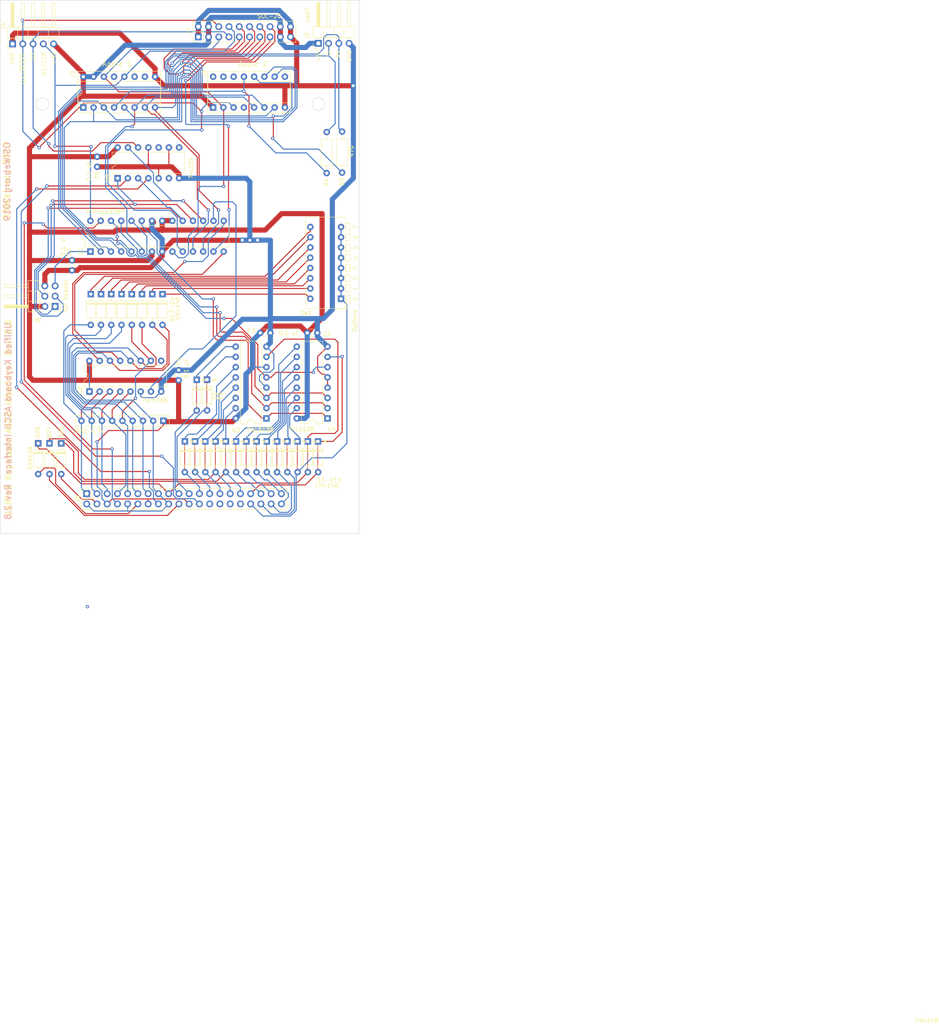
<source format=kicad_pcb>
(kicad_pcb (version 20171130) (host pcbnew "(5.1.6-0-10_14)")
  (title_block (title "Unified Retro Keyboard") (date 2020-06-22) (rev 2.8))
  (layers (0 F.Cu signal) (31 B.Cu signal) (34 B.Paste user) (35 F.Paste user) (36 B.SilkS user) (37 F.SilkS user) (38 B.Mask user) (39 F.Mask user) (44 Edge.Cuts user))
  (net 0 "")
  (net 1 GND)
  (net 2 +5V)
  (net 3 /Row3)
  (net 4 /Row0)
  (net 5 /Row1)
  (net 6 /Row4)
  (net 7 /Row5)
  (net 8 /Row7)
  (net 9 /D7)
  (net 10 /D1)
  (net 11 /D2)
  (net 12 /D3)
  (net 13 /D4)
  (net 14 /D5)
  (net 15 /D6)
  (net 16 /Col0)
  (net 17 /Col1)
  (net 18 /Col2)
  (net 19 /Col3)
  (net 20 /Col4)
  (net 21 /Col5)
  (net 22 /Col6)
  (net 23 /Col7)
  (net 24 /Row6)
  (net 25 /Row2)
  (net 26 /D0)
  (net 27 "Net-(U1-Pad25)")
  (net 28 "Net-(U1-Pad24)")
  (net 29 "Net-(U1-Pad23)")
  (net 30 /~STROBE)
  (net 31 "Net-(U1-Pad14)")
  (net 32 "Net-(U1-Pad26)")
  (net 33 "Net-(U1-Pad16)")
  (net 34 "Net-(U1-Pad15)")
  (net 35 /Row10)
  (net 36 /Row9)
  (net 37 /Row8)
  (net 38 /Row15)
  (net 39 /Row14)
  (net 40 /Row13)
  (net 41 /Row12)
  (net 42 /Row11)
  (net 43 /~RESET)
  (net 44 /Tx)
  (net 45 /Rx)
  (net 46 "Net-(D11-Pad1)")
  (net 47 "Net-(D12-Pad1)")
  (net 48 "Net-(D13-Pad1)")
  (net 49 "Net-(D14-Pad1)")
  (net 50 "Net-(D15-Pad1)")
  (net 51 "Net-(D16-Pad1)")
  (net 52 "Net-(D17-Pad1)")
  (net 53 "Net-(D18-Pad1)")
  (net 54 "Net-(D19-Pad1)")
  (net 55 "Net-(D20-Pad1)")
  (net 56 "Net-(D24-Pad1)")
  (net 57 "Net-(D3-Pad1)")
  (net 58 "Net-(D4-Pad1)")
  (net 59 "Net-(D5-Pad1)")
  (net 60 "Net-(D6-Pad1)")
  (net 61 "Net-(D7-Pad1)")
  (net 62 "Net-(D8-Pad1)")
  (net 63 "Net-(D9-Pad1)")
  (net 64 "Net-(D10-Pad1)")
  (net 65 "Net-(D1-Pad1)")
  (net 66 "Net-(D2-Pad1)")
  (net 67 "Net-(J1-Pad9)")
  (net 68 "Net-(J1-Pad4)")
  (net 69 "Net-(J1-Pad14)")
  (net 70 "Net-(J1-Pad15)")
  (net 71 "Net-(J1-Pad16)")
  (net 72 "Net-(J2-Pad10)")
  (net 73 "Net-(J2-Pad11)")
  (net 74 "Net-(J2-Pad13)")
  (net 75 "Net-(J6-Pad32)")
  (net 76 "Net-(J6-Pad30)")
  (net 77 "Net-(J6-Pad28)")
  (net 78 "Net-(J6-Pad26)")
  (net 79 "Net-(J6-Pad24)")
  (net 80 "Net-(J6-Pad16)")
  (net 81 "Net-(U2-Pad9)")
  (net 82 /LED1)
  (net 83 "Net-(U5-Pad6)")
  (net 84 "Net-(U5-Pad10)")
  (net 85 "Net-(U5-Pad8)")
  (net 86 /OUT1)
  (net 87 /OUT2)
  (net 88 /OUT3)
  (net 89 /MOSI-OUT2)
  (net 90 /SCK-LED2)
  (net 91 /MISO-LED3)
  (net 92 "Net-(D21-Pad1)")
  (net 93 "Net-(D22-Pad1)")
  (net 94 "Net-(D23-Pad1)")
  (net 95 "Net-(D25-Pad2)")
  (net 96 "Net-(D26-Pad2)")
  (net 97 "Net-(D27-Pad2)")
  (module unikbd:kbd_header_and_mounting_holes (layer F.Cu) (at 185.397 175.5918 90)
    (fp_text reference J6 (at 1.2954 -2.5078 90) (layer F.SilkS))
    (fp_text value Keyboard)
    (pad "" np_thru_hole circle (at 91.4924 50.4712 90) (size 3.175 3.175) (drill 3.175) (layers *.Cu *.Mask))
    (pad "" np_thru_hole circle (at 91.4924 -2.8688 90) (size 3.175 3.175) (drill 3.175) (layers *.Cu *.Mask))
    (pad "" np_thru_hole circle (at 1.2954 -8.8124 90) (size 3.175 3.175) (drill 3.175) (layers *.Cu *.Mask))
    (pad "" np_thru_hole circle (at 1.2954 54.5606 90) (size 3.175 3.175) (drill 3.175) (layers *.Cu *.Mask))
    (pad 40 thru_hole oval (at 0.0254 48.0822 90) (size 1.7 1.7) (drill 1) (layers *.Cu *.Mask) (net 42 /Row11))
    (pad 39 thru_hole oval (at 2.5654 48.0822 90) (size 1.7 1.7) (drill 1) (layers *.Cu *.Mask) (net 41 /Row12))
    (pad 38 thru_hole oval (at 0.0254 45.5422 90) (size 1.7 1.7) (drill 1) (layers *.Cu *.Mask) (net 35 /Row10))
    (pad 37 thru_hole oval (at 2.5654 45.5422 90) (size 1.7 1.7) (drill 1) (layers *.Cu *.Mask) (net 40 /Row13))
    (pad 36 thru_hole oval (at 0.0254 43.0022 90) (size 1.7 1.7) (drill 1) (layers *.Cu *.Mask) (net 36 /Row9))
    (pad 35 thru_hole oval (at 2.5654 43.0022 90) (size 1.7 1.7) (drill 1) (layers *.Cu *.Mask) (net 39 /Row14))
    (pad 34 thru_hole oval (at 0.0254 40.4622 90) (size 1.7 1.7) (drill 1) (layers *.Cu *.Mask) (net 37 /Row8))
    (pad 33 thru_hole oval (at 2.5654 40.4622 90) (size 1.7 1.7) (drill 1) (layers *.Cu *.Mask) (net 38 /Row15))
    (pad 32 thru_hole oval (at 0.0254 37.9222 90) (size 1.7 1.7) (drill 1) (layers *.Cu *.Mask) (net 75 "Net-(J6-Pad32)"))
    (pad 31 thru_hole oval (at 2.5654 37.9222 90) (size 1.7 1.7) (drill 1) (layers *.Cu *.Mask) (net 4 /Row0))
    (pad 30 thru_hole oval (at 0.0254 35.3822 90) (size 1.7 1.7) (drill 1) (layers *.Cu *.Mask) (net 76 "Net-(J6-Pad30)"))
    (pad 29 thru_hole oval (at 2.5654 35.3822 90) (size 1.7 1.7) (drill 1) (layers *.Cu *.Mask) (net 5 /Row1))
    (pad 28 thru_hole oval (at 0.0254 32.8422 90) (size 1.7 1.7) (drill 1) (layers *.Cu *.Mask) (net 77 "Net-(J6-Pad28)"))
    (pad 27 thru_hole oval (at 2.5654 32.8422 90) (size 1.7 1.7) (drill 1) (layers *.Cu *.Mask) (net 25 /Row2))
    (pad 26 thru_hole oval (at 0.0254 30.3022 90) (size 1.7 1.7) (drill 1) (layers *.Cu *.Mask) (net 78 "Net-(J6-Pad26)"))
    (pad 25 thru_hole oval (at 2.5654 30.3022 90) (size 1.7 1.7) (drill 1) (layers *.Cu *.Mask) (net 3 /Row3))
    (pad 24 thru_hole oval (at 0.0254 27.7622 90) (size 1.7 1.7) (drill 1) (layers *.Cu *.Mask) (net 79 "Net-(J6-Pad24)"))
    (pad 23 thru_hole oval (at 2.5654 27.7622 90) (size 1.7 1.7) (drill 1) (layers *.Cu *.Mask) (net 6 /Row4))
    (pad 22 thru_hole oval (at 0.0254 25.2222 90) (size 1.7 1.7) (drill 1) (layers *.Cu *.Mask) (net 2 +5V))
    (pad 21 thru_hole oval (at 2.5654 25.2222 90) (size 1.7 1.7) (drill 1) (layers *.Cu *.Mask) (net 7 /Row5))
    (pad 20 thru_hole oval (at 0.0254 22.6822 90) (size 1.7 1.7) (drill 1) (layers *.Cu *.Mask) (net 97 "Net-(D27-Pad2)"))
    (pad 19 thru_hole oval (at 2.5654 22.6822 90) (size 1.7 1.7) (drill 1) (layers *.Cu *.Mask) (net 24 /Row6))
    (pad 18 thru_hole oval (at 0.0254 20.1422 90) (size 1.7 1.7) (drill 1) (layers *.Cu *.Mask) (net 16 /Col0))
    (pad 17 thru_hole oval (at 2.5654 20.1422 90) (size 1.7 1.7) (drill 1) (layers *.Cu *.Mask) (net 8 /Row7))
    (pad 16 thru_hole oval (at 0.0254 17.6022 90) (size 1.7 1.7) (drill 1) (layers *.Cu *.Mask) (net 80 "Net-(J6-Pad16)"))
    (pad 15 thru_hole oval (at 2.5654 17.6022 90) (size 1.7 1.7) (drill 1) (layers *.Cu *.Mask) (net 16 /Col0))
    (pad 14 thru_hole oval (at 0.0254 15.0622 90) (size 1.7 1.7) (drill 1) (layers *.Cu *.Mask) (net 2 +5V))
    (pad 13 thru_hole oval (at 2.5654 15.0622 90) (size 1.7 1.7) (drill 1) (layers *.Cu *.Mask) (net 17 /Col1))
    (pad 12 thru_hole oval (at 0.0254 12.5222 90) (size 1.7 1.7) (drill 1) (layers *.Cu *.Mask) (net 96 "Net-(D26-Pad2)"))
    (pad 11 thru_hole oval (at 2.5654 12.5222 90) (size 1.7 1.7) (drill 1) (layers *.Cu *.Mask) (net 18 /Col2))
    (pad 10 thru_hole oval (at 0.0254 9.9822 90) (size 1.7 1.7) (drill 1) (layers *.Cu *.Mask) (net 16 /Col0))
    (pad 9 thru_hole oval (at 2.5654 9.9822 90) (size 1.7 1.7) (drill 1) (layers *.Cu *.Mask) (net 19 /Col3))
    (pad 8 thru_hole oval (at 0.0254 7.4422 90) (size 1.7 1.7) (drill 1) (layers *.Cu *.Mask) (net 82 /LED1))
    (pad 7 thru_hole oval (at 2.5654 7.4422 90) (size 1.7 1.7) (drill 1) (layers *.Cu *.Mask) (net 20 /Col4))
    (pad 6 thru_hole oval (at 0.0254 4.9022 90) (size 1.7 1.7) (drill 1) (layers *.Cu *.Mask) (net 2 +5V))
    (pad 5 thru_hole oval (at 2.5654 4.9022 90) (size 1.7 1.7) (drill 1) (layers *.Cu *.Mask) (net 21 /Col5))
    (pad 4 thru_hole oval (at 0.0254 2.3622 90) (size 1.7 1.7) (drill 1) (layers *.Cu *.Mask) (net 95 "Net-(D25-Pad2)"))
    (pad 3 thru_hole oval (at 2.5654 2.3622 90) (size 1.7 1.7) (drill 1) (layers *.Cu *.Mask) (net 22 /Col6))
    (pad 2 thru_hole oval (at 0.0254 -0.1778 90) (size 1.7 1.7) (drill 1) (layers *.Cu *.Mask) (net 16 /Col0))
    (pad 1 thru_hole rect (at 2.5654 -0.1778 90) (size 1.7 1.7) (drill 1) (layers *.Cu *.Mask) (net 23 /Col7))
  )
  (module unikbd:D_DO-35_SOD27_P7.62mm_Horizontal_bypassed (layer F.Cu) (at 209.55 160.0724 270)
    (fp_text reference D11 hide)
    (fp_text value 1N4148)
    (fp_poly (pts (xy 7.239 0.127) (xy 0.381 0.127) (xy 0.381 0) (xy 7.239 0)) (layer F.Cu) (width 0.0508))
    (fp_text user K (at 0 -1.8 90) (layer F.SilkS))
    (fp_text user K (at 0 -1.8 90) (layer F.SilkS))
    (pad 1 thru_hole rect (at 0 0 270) (size 1.6 1.6) (drill 0.8) (layers *.Cu *.Mask) (net 46 "Net-(D11-Pad1)"))
    (pad 2 thru_hole oval (at 7.62 0 270) (size 1.6 1.6) (drill 0.8) (layers *.Cu *.Mask) (net 6 /Row4))
  )
  (module unikbd:D_DO-35_SOD27_P7.62mm_Horizontal_bypassed (layer F.Cu) (at 222.25 160.0724 270)
    (fp_text reference D16 hide)
    (fp_text value 1N4148 hide)
    (fp_poly (pts (xy 7.239 0.127) (xy 0.381 0.127) (xy 0.381 0) (xy 7.239 0)) (layer F.Cu) (width 0.0508))
    (fp_text user K (at 0 -1.8 90) (layer F.SilkS))
    (fp_text user K (at 0 -1.8 90) (layer F.SilkS))
    (pad 1 thru_hole rect (at 0 0 270) (size 1.6 1.6) (drill 0.8) (layers *.Cu *.Mask) (net 51 "Net-(D16-Pad1)"))
    (pad 2 thru_hole oval (at 7.62 0 270) (size 1.6 1.6) (drill 0.8) (layers *.Cu *.Mask) (net 39 /Row14))
  )
  (module unikbd:D_DO-35_SOD27_P7.62mm_Horizontal_bypassed (layer F.Cu) (at 227.33 160.0724 270)
    (fp_text reference D15 hide)
    (fp_text value 1N4148)
    (fp_poly (pts (xy 7.239 0.127) (xy 0.381 0.127) (xy 0.381 0) (xy 7.239 0)) (layer F.Cu) (width 0.0508))
    (fp_text user K (at 0 -1.8 90) (layer F.SilkS))
    (fp_text user K (at 0 -1.8 90) (layer F.SilkS))
    (pad 1 thru_hole rect (at 0 0 270) (size 1.6 1.6) (drill 0.8) (layers *.Cu *.Mask) (net 50 "Net-(D15-Pad1)"))
    (pad 2 thru_hole oval (at 7.62 0 270) (size 1.6 1.6) (drill 0.8) (layers *.Cu *.Mask) (net 41 /Row12))
  )
  (module unikbd:D_DO-35_SOD27_P7.62mm_Horizontal_bypassed (layer F.Cu) (at 232.41 160.0724 270)
    (fp_text reference D14 hide)
    (fp_text value 1N4148)
    (fp_poly (pts (xy 7.239 0.127) (xy 0.381 0.127) (xy 0.381 0) (xy 7.239 0)) (layer F.Cu) (width 0.0508))
    (fp_text user K (at 0 -1.8 90) (layer F.SilkS))
    (fp_text user K (at 0 -1.8 90) (layer F.SilkS))
    (pad 1 thru_hole rect (at 0 0 270) (size 1.6 1.6) (drill 0.8) (layers *.Cu *.Mask) (net 49 "Net-(D14-Pad1)"))
    (pad 2 thru_hole oval (at 7.62 0 270) (size 1.6 1.6) (drill 0.8) (layers *.Cu *.Mask) (net 35 /Row10))
  )
  (module unikbd:D_DO-35_SOD27_P7.62mm_Horizontal_bypassed (layer F.Cu) (at 237.49 160.0724 270)
    (fp_text reference D13 hide)
    (fp_text value 1N4148)
    (fp_poly (pts (xy 7.239 0.127) (xy 0.381 0.127) (xy 0.381 0) (xy 7.239 0)) (layer F.Cu) (width 0.0508))
    (fp_text user K (at 0 -1.8 90) (layer F.SilkS))
    (fp_text user K (at 0 -1.8 90) (layer F.SilkS))
    (pad 1 thru_hole rect (at 0 0 270) (size 1.6 1.6) (drill 0.8) (layers *.Cu *.Mask) (net 48 "Net-(D13-Pad1)"))
    (pad 2 thru_hole oval (at 7.62 0 270) (size 1.6 1.6) (drill 0.8) (layers *.Cu *.Mask) (net 37 /Row8))
  )
  (module unikbd:D_DO-35_SOD27_P7.62mm_Horizontal_bypassed (layer F.Cu) (at 242.57 160.0724 270)
    (fp_text reference D8 hide)
    (fp_text value 1N4148 hide)
    (fp_poly (pts (xy 7.239 0.127) (xy 0.381 0.127) (xy 0.381 0) (xy 7.239 0)) (layer F.Cu) (width 0.0508))
    (fp_text user K (at 0 -1.8 90) (layer F.SilkS))
    (fp_text user K (at 0 -1.8 90) (layer F.SilkS))
    (pad 1 thru_hole rect (at 0 0 270) (size 1.6 1.6) (drill 0.8) (layers *.Cu *.Mask) (net 62 "Net-(D8-Pad1)"))
    (pad 2 thru_hole oval (at 7.62 0 270) (size 1.6 1.6) (drill 0.8) (layers *.Cu *.Mask) (net 38 /Row15))
  )
  (module unikbd:D_DO-35_SOD27_P7.62mm_Horizontal_bypassed (layer F.Cu) (at 224.79 160.0724 270)
    (fp_text reference D7 hide)
    (fp_text value 1N4148)
    (fp_poly (pts (xy 7.239 0.127) (xy 0.381 0.127) (xy 0.381 0) (xy 7.239 0)) (layer F.Cu) (width 0.0508))
    (fp_text user K (at 0 -1.8 90) (layer F.SilkS))
    (fp_text user K (at 0 -1.8 90) (layer F.SilkS))
    (pad 1 thru_hole rect (at 0 0 270) (size 1.6 1.6) (drill 0.8) (layers *.Cu *.Mask) (net 61 "Net-(D7-Pad1)"))
    (pad 2 thru_hole oval (at 7.62 0 270) (size 1.6 1.6) (drill 0.8) (layers *.Cu *.Mask) (net 40 /Row13))
  )
  (module unikbd:D_DO-35_SOD27_P7.62mm_Horizontal_bypassed (layer F.Cu) (at 229.87 160.0724 270)
    (fp_text reference D6 hide)
    (fp_text value 1N4148)
    (fp_poly (pts (xy 7.239 0.127) (xy 0.381 0.127) (xy 0.381 0) (xy 7.239 0)) (layer F.Cu) (width 0.0508))
    (fp_text user K (at 0 -1.8 90) (layer F.SilkS))
    (fp_text user K (at 0 -1.8 90) (layer F.SilkS))
    (pad 1 thru_hole rect (at 0 0 270) (size 1.6 1.6) (drill 0.8) (layers *.Cu *.Mask) (net 60 "Net-(D6-Pad1)"))
    (pad 2 thru_hole oval (at 7.62 0 270) (size 1.6 1.6) (drill 0.8) (layers *.Cu *.Mask) (net 42 /Row11))
  )
  (module unikbd:D_DO-35_SOD27_P7.62mm_Horizontal_bypassed (layer F.Cu) (at 234.95 160.0724 270)
    (fp_text reference D5 hide)
    (fp_text value 1N4148)
    (fp_poly (pts (xy 7.239 0.127) (xy 0.381 0.127) (xy 0.381 0) (xy 7.239 0)) (layer F.Cu) (width 0.0508))
    (fp_text user K (at 0 -1.8 90) (layer F.SilkS))
    (fp_text user K (at 0 -1.8 90) (layer F.SilkS))
    (pad 1 thru_hole rect (at 0 0 270) (size 1.6 1.6) (drill 0.8) (layers *.Cu *.Mask) (net 59 "Net-(D5-Pad1)"))
    (pad 2 thru_hole oval (at 7.62 0 270) (size 1.6 1.6) (drill 0.8) (layers *.Cu *.Mask) (net 36 /Row9))
  )
  (module unikbd:D_DO-35_SOD27_P7.62mm_Horizontal_bypassed (layer F.Cu) (at 212.4988 144.807 270)
    (fp_text reference D1 (at 3.9878 -4.4958 90) (layer F.SilkS))
    (fp_text value 1N4148)
    (fp_poly (pts (xy 7.239 0.127) (xy 0.381 0.127) (xy 0.381 0) (xy 7.239 0)) (layer F.Cu) (width 0.0508))
    (fp_text user K (at 0 -1.8 90) (layer F.SilkS))
    (fp_text user K (at 0 -1.8 90) (layer F.SilkS))
    (pad 1 thru_hole rect (at 0 0 270) (size 1.6 1.6) (drill 0.8) (layers *.Cu *.Mask) (net 65 "Net-(D1-Pad1)"))
    (pad 2 thru_hole oval (at 7.62 0 270) (size 1.6 1.6) (drill 0.8) (layers *.Cu *.Mask) (net 24 /Row6))
  )
  (module unikbd:D_DO-35_SOD27_P7.62mm_Horizontal_bypassed (layer F.Cu) (at 214.63 160.0724 270)
    (fp_text reference D10 hide)
    (fp_text value 1N4148)
    (fp_poly (pts (xy 7.239 0.127) (xy 0.381 0.127) (xy 0.381 0) (xy 7.239 0)) (layer F.Cu) (width 0.0508))
    (fp_text user K (at 0 -1.8 90) (layer F.SilkS))
    (fp_text user K (at 0 -1.8 90) (layer F.SilkS))
    (pad 1 thru_hole rect (at 0 0 270) (size 1.6 1.6) (drill 0.8) (layers *.Cu *.Mask) (net 64 "Net-(D10-Pad1)"))
    (pad 2 thru_hole oval (at 7.62 0 270) (size 1.6 1.6) (drill 0.8) (layers *.Cu *.Mask) (net 25 /Row2))
  )
  (module unikbd:D_DO-35_SOD27_P7.62mm_Horizontal_bypassed (layer F.Cu) (at 219.71 160.0724 270)
    (fp_text reference D9 hide)
    (fp_text value 1N4148)
    (fp_poly (pts (xy 7.239 0.127) (xy 0.381 0.127) (xy 0.381 0) (xy 7.239 0)) (layer F.Cu) (width 0.0508))
    (fp_text user K (at 0 -1.8 90) (layer F.SilkS))
    (fp_text user K (at 0 -1.8 90) (layer F.SilkS))
    (pad 1 thru_hole rect (at 0 0 270) (size 1.6 1.6) (drill 0.8) (layers *.Cu *.Mask) (net 63 "Net-(D9-Pad1)"))
    (pad 2 thru_hole oval (at 7.62 0 270) (size 1.6 1.6) (drill 0.8) (layers *.Cu *.Mask) (net 4 /Row0))
  )
  (module unikbd:D_DO-35_SOD27_P7.62mm_Horizontal_bypassed (layer F.Cu) (at 240.03 160.0724 270)
    (fp_text reference D4 hide)
    (fp_text value 1N4148)
    (fp_poly (pts (xy 7.239 0.127) (xy 0.381 0.127) (xy 0.381 0) (xy 7.239 0)) (layer F.Cu) (width 0.0508))
    (fp_text user K (at 0 -1.8 90) (layer F.SilkS))
    (fp_text user K (at 0 -1.8 90) (layer F.SilkS))
    (pad 1 thru_hole rect (at 0 0 270) (size 1.6 1.6) (drill 0.8) (layers *.Cu *.Mask) (net 58 "Net-(D4-Pad1)"))
    (pad 2 thru_hole oval (at 7.62 0 270) (size 1.6 1.6) (drill 0.8) (layers *.Cu *.Mask) (net 8 /Row7))
  )
  (module unikbd:D_DO-35_SOD27_P7.62mm_Horizontal_bypassed (layer F.Cu) (at 215.0642 144.7816 270)
    (fp_text reference D2 (at 4.0132 -3.3528 90) (layer F.SilkS))
    (fp_text value 1N4148)
    (fp_poly (pts (xy 7.239 0.127) (xy 0.381 0.127) (xy 0.381 0) (xy 7.239 0)) (layer F.Cu) (width 0.0508))
    (fp_text user K (at 0 -1.8 90) (layer F.SilkS))
    (fp_text user K (at 0 -1.8 90) (layer F.SilkS))
    (pad 1 thru_hole rect (at 0 0 270) (size 1.6 1.6) (drill 0.8) (layers *.Cu *.Mask) (net 66 "Net-(D2-Pad1)"))
    (pad 2 thru_hole oval (at 7.62 0 270) (size 1.6 1.6) (drill 0.8) (layers *.Cu *.Mask) (net 7 /Row5))
  )
  (module unikbd:D_DO-35_SOD27_P7.62mm_Horizontal_bypassed (layer F.Cu) (at 212.09 160.0724 270)
    (fp_text reference D3 hide)
    (fp_text value 1N4148)
    (fp_poly (pts (xy 7.239 0.127) (xy 0.381 0.127) (xy 0.381 0) (xy 7.239 0)) (layer F.Cu) (width 0.0508))
    (fp_text user K (at 0 -1.8 90) (layer F.SilkS))
    (fp_text user K (at 0 -1.8 90) (layer F.SilkS))
    (pad 1 thru_hole rect (at 0 0 270) (size 1.6 1.6) (drill 0.8) (layers *.Cu *.Mask) (net 57 "Net-(D3-Pad1)"))
    (pad 2 thru_hole oval (at 7.62 0 270) (size 1.6 1.6) (drill 0.8) (layers *.Cu *.Mask) (net 3 /Row3))
  )
  (module unikbd:D_DO-35_SOD27_P7.62mm_Horizontal_bypassed (layer F.Cu) (at 217.17 160.0724 270)
    (fp_text reference D12 hide)
    (fp_text value 1N4148)
    (fp_poly (pts (xy 7.239 0.127) (xy 0.381 0.127) (xy 0.381 0) (xy 7.239 0)) (layer F.Cu) (width 0.0508))
    (fp_text user K (at 0 -1.8 90) (layer F.SilkS))
    (fp_text user K (at 0 -1.8 90) (layer F.SilkS))
    (pad 1 thru_hole rect (at 0 0 270) (size 1.6 1.6) (drill 0.8) (layers *.Cu *.Mask) (net 47 "Net-(D12-Pad1)"))
    (pad 2 thru_hole oval (at 7.62 0 270) (size 1.6 1.6) (drill 0.8) (layers *.Cu *.Mask) (net 5 /Row1))
  )
  (module unikbd:SOL20-header-vertical (layer F.Cu) (at 212.8798 59.8948 90)
    (fp_text reference J7 (at 1.27 -2.33 90) (layer F.SilkS))
    (fp_text value SOL-20 (at 5.1308 17.5514 180) (layer F.SilkS))
    (pad 20 thru_hole oval (at 2.54 22.86 90) (size 1.7 1.7) (drill 1) (layers *.Cu *.Mask) (net 1 GND))
    (pad 10 thru_hole oval (at 0 22.86 90) (size 1.7 1.7) (drill 1) (layers *.Cu *.Mask) (net 1 GND))
    (pad 19 thru_hole oval (at 2.54 20.32 90) (size 1.7 1.7) (drill 1) (layers *.Cu *.Mask) (net 2 +5V))
    (pad 9 thru_hole oval (at 0 20.32 90) (size 1.7 1.7) (drill 1) (layers *.Cu *.Mask) (net 2 +5V))
    (pad 18 thru_hole oval (at 2.54 17.78 90) (size 1.7 1.7) (drill 1) (layers *.Cu *.Mask) (net 9 /D7))
    (pad 8 thru_hole oval (at 0 17.78 90) (size 1.7 1.7) (drill 1) (layers *.Cu *.Mask) (net 12 /D3))
    (pad 17 thru_hole oval (at 2.54 15.24 90) (size 1.7 1.7) (drill 1) (layers *.Cu *.Mask) (net 15 /D6))
    (pad 7 thru_hole oval (at 0 15.24 90) (size 1.7 1.7) (drill 1) (layers *.Cu *.Mask) (net 11 /D2))
    (pad 16 thru_hole oval (at 2.54 12.7 90) (size 1.7 1.7) (drill 1) (layers *.Cu *.Mask) (net 14 /D5))
    (pad 6 thru_hole oval (at 0 12.7 90) (size 1.7 1.7) (drill 1) (layers *.Cu *.Mask) (net 10 /D1))
    (pad 15 thru_hole oval (at 2.54 10.16 90) (size 1.7 1.7) (drill 1) (layers *.Cu *.Mask) (net 13 /D4))
    (pad 5 thru_hole oval (at 0 10.16 90) (size 1.7 1.7) (drill 1) (layers *.Cu *.Mask) (net 26 /D0))
    (pad 14 thru_hole oval (at 2.54 7.62 90) (size 1.7 1.7) (drill 1) (layers *.Cu *.Mask) (net 86 /OUT1))
    (pad 4 thru_hole oval (at 0 7.62 90) (size 1.7 1.7) (drill 1) (layers *.Cu *.Mask) (net 87 /OUT2))
    (pad 13 thru_hole oval (at 2.54 5.08 90) (size 1.7 1.7) (drill 1) (layers *.Cu *.Mask) (net 88 /OUT3))
    (pad 3 thru_hole oval (at 0 5.08 90) (size 1.7 1.7) (drill 1) (layers *.Cu *.Mask) (net 30 /~STROBE))
    (pad 12 thru_hole oval (at 2.54 2.54 90) (size 1.7 1.7) (drill 1) (layers *.Cu *.Mask) (net 2 +5V))
    (pad 2 thru_hole oval (at 0 2.54 90) (size 1.7 1.7) (drill 1) (layers *.Cu *.Mask) (net 2 +5V))
    (pad 11 thru_hole oval (at 2.54 0 90) (size 1.7 1.7) (drill 1) (layers *.Cu *.Mask) (net 1 GND))
    (pad 1 thru_hole rect (at 0 0 90) (size 1.7 1.7) (drill 1) (layers *.Cu *.Mask) (net 1 GND))
  )
  (module Package_DIP:DIP-16_W7.62mm (layer F.Cu) (at 185.905 147.728 90)
    (fp_text reference U2 (at 0.254 -2.33 90) (layer F.SilkS))
    (fp_text value 74LS166 (at -2.159 16.129) (layer F.SilkS))
    (pad 16 thru_hole oval (at 7.62 0 90) (size 1.6 1.6) (drill 0.8) (layers *.Cu *.Mask) (net 2 +5V))
    (pad 8 thru_hole oval (at 0 17.78 90) (size 1.6 1.6) (drill 0.8) (layers *.Cu *.Mask) (net 1 GND))
    (pad 15 thru_hole oval (at 7.62 2.54 90) (size 1.6 1.6) (drill 0.8) (layers *.Cu *.Mask) (net 34 "Net-(U1-Pad15)"))
    (pad 7 thru_hole oval (at 0 15.24 90) (size 1.6 1.6) (drill 0.8) (layers *.Cu *.Mask) (net 33 "Net-(U1-Pad16)"))
    (pad 14 thru_hole oval (at 7.62 5.08 90) (size 1.6 1.6) (drill 0.8) (layers *.Cu *.Mask) (net 16 /Col0))
    (pad 6 thru_hole oval (at 0 12.7 90) (size 1.6 1.6) (drill 0.8) (layers *.Cu *.Mask) (net 1 GND))
    (pad 13 thru_hole oval (at 7.62 7.62 90) (size 1.6 1.6) (drill 0.8) (layers *.Cu *.Mask) (net 31 "Net-(U1-Pad14)"))
    (pad 5 thru_hole oval (at 0 10.16 90) (size 1.6 1.6) (drill 0.8) (layers *.Cu *.Mask) (net 20 /Col4))
    (pad 12 thru_hole oval (at 7.62 10.16 90) (size 1.6 1.6) (drill 0.8) (layers *.Cu *.Mask) (net 17 /Col1))
    (pad 4 thru_hole oval (at 0 7.62 90) (size 1.6 1.6) (drill 0.8) (layers *.Cu *.Mask) (net 21 /Col5))
    (pad 11 thru_hole oval (at 7.62 12.7 90) (size 1.6 1.6) (drill 0.8) (layers *.Cu *.Mask) (net 18 /Col2))
    (pad 3 thru_hole oval (at 0 5.08 90) (size 1.6 1.6) (drill 0.8) (layers *.Cu *.Mask) (net 22 /Col6))
    (pad 10 thru_hole oval (at 7.62 15.24 90) (size 1.6 1.6) (drill 0.8) (layers *.Cu *.Mask) (net 19 /Col3))
    (pad 2 thru_hole oval (at 0 2.54 90) (size 1.6 1.6) (drill 0.8) (layers *.Cu *.Mask) (net 23 /Col7))
    (pad 9 thru_hole oval (at 7.62 17.78 90) (size 1.6 1.6) (drill 0.8) (layers *.Cu *.Mask) (net 81 "Net-(U2-Pad9)"))
    (pad 1 thru_hole rect (at 0 0 90) (size 1.6 1.6) (drill 0.8) (layers *.Cu *.Mask) (net 2 +5V))
  )
  (module Package_DIP:DIP-14_W7.62mm (layer F.Cu) (at 192.89 94.896 90)
    (fp_text reference U5 (at 0 -2.413 90) (layer F.SilkS))
    (fp_text value 74LS04 (at 2.54 18.161 90) (layer F.SilkS))
    (pad 14 thru_hole oval (at 7.62 0 90) (size 1.6 1.6) (drill 0.8) (layers *.Cu *.Mask) (net 2 +5V))
    (pad 7 thru_hole oval (at 0 15.24 90) (size 1.6 1.6) (drill 0.8) (layers *.Cu *.Mask) (net 1 GND))
    (pad 13 thru_hole oval (at 7.62 2.54 90) (size 1.6 1.6) (drill 0.8) (layers *.Cu *.Mask) (net 89 /MOSI-OUT2))
    (pad 6 thru_hole oval (at 0 12.7 90) (size 1.6 1.6) (drill 0.8) (layers *.Cu *.Mask) (net 83 "Net-(U5-Pad6)"))
    (pad 12 thru_hole oval (at 7.62 5.08 90) (size 1.6 1.6) (drill 0.8) (layers *.Cu *.Mask) (net 87 /OUT2))
    (pad 5 thru_hole oval (at 0 10.16 90) (size 1.6 1.6) (drill 0.8) (layers *.Cu *.Mask) (net 1 GND))
    (pad 11 thru_hole oval (at 7.62 7.62 90) (size 1.6 1.6) (drill 0.8) (layers *.Cu *.Mask) (net 1 GND))
    (pad 4 thru_hole oval (at 0 7.62 90) (size 1.6 1.6) (drill 0.8) (layers *.Cu *.Mask) (net 80 "Net-(J6-Pad16)"))
    (pad 10 thru_hole oval (at 7.62 10.16 90) (size 1.6 1.6) (drill 0.8) (layers *.Cu *.Mask) (net 84 "Net-(U5-Pad10)"))
    (pad 3 thru_hole oval (at 0 5.08 90) (size 1.6 1.6) (drill 0.8) (layers *.Cu *.Mask) (net 90 /SCK-LED2))
    (pad 9 thru_hole oval (at 7.62 12.7 90) (size 1.6 1.6) (drill 0.8) (layers *.Cu *.Mask) (net 1 GND))
    (pad 2 thru_hole oval (at 0 2.54 90) (size 1.6 1.6) (drill 0.8) (layers *.Cu *.Mask) (net 79 "Net-(J6-Pad24)"))
    (pad 8 thru_hole oval (at 7.62 15.24 90) (size 1.6 1.6) (drill 0.8) (layers *.Cu *.Mask) (net 85 "Net-(U5-Pad8)"))
    (pad 1 thru_hole rect (at 0 0 90) (size 1.6 1.6) (drill 0.8) (layers *.Cu *.Mask) (net 91 /MISO-LED3))
  )
  (module Connector_PinHeader_2.54mm:PinHeader_1x05_P2.54mm_Horizontal (layer F.Cu) (at 166.855 61.622 90)
    (fp_text reference J4 (at 4.385 -2.27 90) (layer F.SilkS))
    (fp_text value Outputs)
    (pad 5 thru_hole oval (at 0 10.16 90) (size 1.7 1.7) (drill 1) (layers *.Cu *.Mask) (net 2 +5V))
    (pad 4 thru_hole oval (at 0 7.62 90) (size 1.7 1.7) (drill 1) (layers *.Cu *.Mask) (net 86 /OUT1))
    (pad 3 thru_hole oval (at 0 5.08 90) (size 1.7 1.7) (drill 1) (layers *.Cu *.Mask) (net 87 /OUT2))
    (pad 2 thru_hole oval (at 0 2.54 90) (size 1.7 1.7) (drill 1) (layers *.Cu *.Mask) (net 88 /OUT3))
    (pad 1 thru_hole rect (at 0 0 90) (size 1.7 1.7) (drill 1) (layers *.Cu *.Mask) (net 1 GND))
  )
  (module Resistor_THT:R_Axial_DIN0207_L6.3mm_D2.5mm_P10.16mm_Horizontal (layer F.Cu) (at 244.706 93.626 90)
    (fp_text reference R4 (at -2.286 -0.0762 90) (layer F.SilkS))
    (fp_text value 470 hide)
    (pad 2 thru_hole oval (at 10.16 0 90) (size 1.6 1.6) (drill 0.8) (layers *.Cu *.Mask) (net 44 /Tx))
    (pad 1 thru_hole circle (at 0 0 90) (size 1.6 1.6) (drill 0.8) (layers *.Cu *.Mask) (net 10 /D1))
  )
  (module Capacitor_THT:C_Disc_D3.0mm_W1.6mm_P2.50mm (layer F.Cu) (at 187.81 89.562 270)
    (fp_text reference C5 (at 4.572 0 90) (layer F.SilkS))
    (fp_text value "0.1 uF" (at 3.556 2.05 90) (layer F.SilkS))
    (pad 2 thru_hole circle (at 2.5 0 270) (size 1.6 1.6) (drill 0.8) (layers *.Cu *.Mask) (net 1 GND))
    (pad 1 thru_hole circle (at 0 0 270) (size 1.6 1.6) (drill 0.8) (layers *.Cu *.Mask) (net 2 +5V))
  )
  (module Diode_THT:D_DO-35_SOD27_P7.62mm_Horizontal (layer F.Cu) (at 175.999 160.555 270)
    (fp_text reference D27 (at -2.7305 0.0762 90) (layer F.SilkS))
    (fp_text value 1N4148)
    (pad 2 thru_hole oval (at 7.62 0 270) (size 1.6 1.6) (drill 0.8) (layers *.Cu *.Mask) (net 97 "Net-(D27-Pad2)"))
    (pad 1 thru_hole rect (at 0 0 270) (size 1.6 1.6) (drill 0.8) (layers *.Cu *.Mask) (net 5 /Row1))
  )
  (module Connector_PinHeader_2.54mm:PinHeader_1x04_P2.54mm_Horizontal (layer F.Cu) (at 242.62828 61.47976 90)
    (fp_text reference J3 (at 1.76276 -2.74828 90) (layer F.SilkS))
    (fp_text value UART (at 6.96976 -2.62128 90) (layer F.SilkS))
    (pad 4 thru_hole oval (at 0 7.62 90) (size 1.7 1.7) (drill 1) (layers *.Cu *.Mask) (net 1 GND))
    (pad 3 thru_hole oval (at 0 5.08 90) (size 1.7 1.7) (drill 1) (layers *.Cu *.Mask) (net 45 /Rx))
    (pad 2 thru_hole oval (at 0 2.54 90) (size 1.7 1.7) (drill 1) (layers *.Cu *.Mask) (net 44 /Tx))
    (pad 1 thru_hole rect (at 0 0 90) (size 1.7 1.7) (drill 1) (layers *.Cu *.Mask) (net 2 +5V))
  )
  (module Button_Switch_THT:SW_DIP_SPSTx08_Piano_CTS_Series194-8MSTN_W7.62mm_P2.54mm (layer F.Cu) (at 248.262 124.741 180)
    (fp_text reference SW1 (at 8.7122 -3.6068) (layer F.SilkS))
    (fp_text value Options (at -3.3782 -5.4864 90) (layer F.SilkS))
    (pad 16 thru_hole oval (at 7.62 0 180) (size 1.6 1.6) (drill 0.8) (layers *.Cu *.Mask) (net 52 "Net-(D17-Pad1)"))
    (pad 8 thru_hole oval (at 0 17.78 180) (size 1.6 1.6) (drill 0.8) (layers *.Cu *.Mask) (net 37 /Row8))
    (pad 15 thru_hole oval (at 7.62 2.54 180) (size 1.6 1.6) (drill 0.8) (layers *.Cu *.Mask) (net 92 "Net-(D21-Pad1)"))
    (pad 7 thru_hole oval (at 0 15.24 180) (size 1.6 1.6) (drill 0.8) (layers *.Cu *.Mask) (net 37 /Row8))
    (pad 14 thru_hole oval (at 7.62 5.08 180) (size 1.6 1.6) (drill 0.8) (layers *.Cu *.Mask) (net 53 "Net-(D18-Pad1)"))
    (pad 6 thru_hole oval (at 0 12.7 180) (size 1.6 1.6) (drill 0.8) (layers *.Cu *.Mask) (net 37 /Row8))
    (pad 13 thru_hole oval (at 7.62 7.62 180) (size 1.6 1.6) (drill 0.8) (layers *.Cu *.Mask) (net 93 "Net-(D22-Pad1)"))
    (pad 5 thru_hole oval (at 0 10.16 180) (size 1.6 1.6) (drill 0.8) (layers *.Cu *.Mask) (net 37 /Row8))
    (pad 12 thru_hole oval (at 7.62 10.16 180) (size 1.6 1.6) (drill 0.8) (layers *.Cu *.Mask) (net 54 "Net-(D19-Pad1)"))
    (pad 4 thru_hole oval (at 0 7.62 180) (size 1.6 1.6) (drill 0.8) (layers *.Cu *.Mask) (net 37 /Row8))
    (pad 11 thru_hole oval (at 7.62 12.7 180) (size 1.6 1.6) (drill 0.8) (layers *.Cu *.Mask) (net 94 "Net-(D23-Pad1)"))
    (pad 3 thru_hole oval (at 0 5.08 180) (size 1.6 1.6) (drill 0.8) (layers *.Cu *.Mask) (net 37 /Row8))
    (pad 10 thru_hole oval (at 7.62 15.24 180) (size 1.6 1.6) (drill 0.8) (layers *.Cu *.Mask) (net 55 "Net-(D20-Pad1)"))
    (pad 2 thru_hole oval (at 0 2.54 180) (size 1.6 1.6) (drill 0.8) (layers *.Cu *.Mask) (net 37 /Row8))
    (pad 9 thru_hole oval (at 7.62 17.78 180) (size 1.6 1.6) (drill 0.8) (layers *.Cu *.Mask) (net 56 "Net-(D24-Pad1)"))
    (pad 1 thru_hole rect (at 0 0 180) (size 1.6 1.6) (drill 0.8) (layers *.Cu *.Mask) (net 37 /Row8))
  )
  (module Diode_THT:D_DO-35_SOD27_P7.62mm_Horizontal (layer F.Cu) (at 186.2352 123.598 270)
    (fp_text reference D24 hide)
    (fp_text value 1N4148 hide)
    (pad 2 thru_hole oval (at 7.62 0 270) (size 1.6 1.6) (drill 0.8) (layers *.Cu *.Mask) (net 23 /Col7))
    (pad 1 thru_hole rect (at 0 0 270) (size 1.6 1.6) (drill 0.8) (layers *.Cu *.Mask) (net 56 "Net-(D24-Pad1)"))
  )
  (module Diode_THT:D_DO-35_SOD27_P7.62mm_Horizontal (layer F.Cu) (at 191.3152 123.598 270)
    (fp_text reference D23)
    (fp_text value 1N4148 hide)
    (pad 2 thru_hole oval (at 7.62 0 270) (size 1.6 1.6) (drill 0.8) (layers *.Cu *.Mask) (net 21 /Col5))
    (pad 1 thru_hole rect (at 0 0 270) (size 1.6 1.6) (drill 0.8) (layers *.Cu *.Mask) (net 94 "Net-(D23-Pad1)"))
  )
  (module Diode_THT:D_DO-35_SOD27_P7.62mm_Horizontal (layer F.Cu) (at 196.3952 123.598 270)
    (fp_text reference D22 hide)
    (fp_text value 1N4148 hide)
    (pad 2 thru_hole oval (at 7.62 0 270) (size 1.6 1.6) (drill 0.8) (layers *.Cu *.Mask) (net 19 /Col3))
    (pad 1 thru_hole rect (at 0 0 270) (size 1.6 1.6) (drill 0.8) (layers *.Cu *.Mask) (net 93 "Net-(D22-Pad1)"))
  )
  (module Diode_THT:D_DO-35_SOD27_P7.62mm_Horizontal (layer F.Cu) (at 201.4752 123.598 270)
    (fp_text reference D21 hide)
    (fp_text value 1N4148 hide)
    (pad 2 thru_hole oval (at 7.62 0 270) (size 1.6 1.6) (drill 0.8) (layers *.Cu *.Mask) (net 17 /Col1))
    (pad 1 thru_hole rect (at 0 0 270) (size 1.6 1.6) (drill 0.8) (layers *.Cu *.Mask) (net 92 "Net-(D21-Pad1)"))
  )
  (module Diode_THT:D_DO-35_SOD27_P7.62mm_Horizontal (layer F.Cu) (at 188.7752 123.598 270)
    (fp_text reference D20 hide)
    (fp_text value 1N4148 hide)
    (pad 2 thru_hole oval (at 7.62 0 270) (size 1.6 1.6) (drill 0.8) (layers *.Cu *.Mask) (net 22 /Col6))
    (pad 1 thru_hole rect (at 0 0 270) (size 1.6 1.6) (drill 0.8) (layers *.Cu *.Mask) (net 55 "Net-(D20-Pad1)"))
  )
  (module Diode_THT:D_DO-35_SOD27_P7.62mm_Horizontal (layer F.Cu) (at 193.8552 123.598 270)
    (fp_text reference D19 hide)
    (fp_text value 1N4148 hide)
    (pad 2 thru_hole oval (at 7.62 0 270) (size 1.6 1.6) (drill 0.8) (layers *.Cu *.Mask) (net 20 /Col4))
    (pad 1 thru_hole rect (at 0 0 270) (size 1.6 1.6) (drill 0.8) (layers *.Cu *.Mask) (net 54 "Net-(D19-Pad1)"))
  )
  (module Diode_THT:D_DO-35_SOD27_P7.62mm_Horizontal (layer F.Cu) (at 198.9352 123.598 270)
    (fp_text reference D18 hide)
    (fp_text value 1N4148 hide)
    (pad 2 thru_hole oval (at 7.62 0 270) (size 1.6 1.6) (drill 0.8) (layers *.Cu *.Mask) (net 18 /Col2))
    (pad 1 thru_hole rect (at 0 0 270) (size 1.6 1.6) (drill 0.8) (layers *.Cu *.Mask) (net 53 "Net-(D18-Pad1)"))
  )
  (module Diode_THT:D_DO-35_SOD27_P7.62mm_Horizontal (layer F.Cu) (at 204.0152 123.598 270)
    (fp_text reference D17 hide)
    (fp_text value 1N4148 (at 3.556 -3.7592 90) (layer F.SilkS))
    (pad 2 thru_hole oval (at 7.62 0 270) (size 1.6 1.6) (drill 0.8) (layers *.Cu *.Mask) (net 16 /Col0))
    (pad 1 thru_hole rect (at 0 0 270) (size 1.6 1.6) (drill 0.8) (layers *.Cu *.Mask) (net 52 "Net-(D17-Pad1)"))
  )
  (module Connector_PinHeader_2.54mm:PinHeader_2x03_P2.54mm_Horizontal (layer F.Cu) (at 177.396 126.646 180)
    (fp_text reference J5 (at 4.4958 -3.4036) (layer F.SilkS))
    (fp_text value "ISP header" (at -2.6416 2.54 90) (layer F.SilkS))
    (pad 6 thru_hole oval (at 2.54 5.08 180) (size 1.7 1.7) (drill 1) (layers *.Cu *.Mask) (net 1 GND))
    (pad 5 thru_hole oval (at 0 5.08 180) (size 1.7 1.7) (drill 1) (layers *.Cu *.Mask) (net 43 /~RESET))
    (pad 4 thru_hole oval (at 2.54 2.54 180) (size 1.7 1.7) (drill 1) (layers *.Cu *.Mask) (net 89 /MOSI-OUT2))
    (pad 3 thru_hole oval (at 0 2.54 180) (size 1.7 1.7) (drill 1) (layers *.Cu *.Mask) (net 90 /SCK-LED2))
    (pad 2 thru_hole oval (at 2.54 0 180) (size 1.7 1.7) (drill 1) (layers *.Cu *.Mask) (net 2 +5V))
    (pad 1 thru_hole rect (at 0 0 180) (size 1.7 1.7) (drill 1) (layers *.Cu *.Mask) (net 91 /MISO-LED3))
  )
  (module Capacitor_THT:C_Disc_D3.0mm_W1.6mm_P2.50mm (layer F.Cu) (at 228.2468 133.1992)
    (fp_text reference C3 (at -2.2098 -0.4572) (layer F.SilkS))
    (fp_text value "0.1 uF" (at 7.0612 0.0508) (layer F.SilkS))
    (pad 2 thru_hole circle (at 2.5 0) (size 1.6 1.6) (drill 0.8) (layers *.Cu *.Mask) (net 1 GND))
    (pad 1 thru_hole circle (at 0 0) (size 1.6 1.6) (drill 0.8) (layers *.Cu *.Mask) (net 2 +5V))
  )
  (module Capacitor_THT:C_Disc_D3.0mm_W1.6mm_P2.50mm (layer F.Cu) (at 239.88 133.1992)
    (fp_text reference C4 (at 4.953 0.3048) (layer F.SilkS))
    (fp_text value "0.1 uF" hide)
    (pad 2 thru_hole circle (at 2.5 0) (size 1.6 1.6) (drill 0.8) (layers *.Cu *.Mask) (net 1 GND))
    (pad 1 thru_hole circle (at 0 0) (size 1.6 1.6) (drill 0.8) (layers *.Cu *.Mask) (net 2 +5V))
  )
  (module Capacitor_THT:C_Disc_D3.0mm_W1.6mm_P2.50mm (layer F.Cu) (at 181.587 115.216 270)
    (fp_text reference C2 (at -2.159 0.762 90) (layer F.SilkS))
    (fp_text value "0.1 uF" (at -3.556 2.286 90) (layer F.SilkS))
    (pad 2 thru_hole circle (at 2.5 0 270) (size 1.6 1.6) (drill 0.8) (layers *.Cu *.Mask) (net 1 GND))
    (pad 1 thru_hole circle (at 0 0 270) (size 1.6 1.6) (drill 0.8) (layers *.Cu *.Mask) (net 2 +5V))
  )
  (module Capacitor_THT:C_Disc_D3.0mm_W1.6mm_P2.50mm (layer F.Cu) (at 208.003 144.934 90)
    (fp_text reference C1 (at 4.699 0 90) (layer F.SilkS))
    (fp_text value "0.1 uF" (at 2.921 1.905 90) (layer F.SilkS))
    (pad 2 thru_hole circle (at 2.5 0 90) (size 1.6 1.6) (drill 0.8) (layers *.Cu *.Mask) (net 1 GND))
    (pad 1 thru_hole circle (at 0 0 90) (size 1.6 1.6) (drill 0.8) (layers *.Cu *.Mask) (net 2 +5V))
  )
  (module Package_DIP:DIP-16_W7.62mm (layer F.Cu) (at 244.9092 154.3828 180)
    (fp_text reference U4 (at -1.0922 -2.5908) (layer F.SilkS))
    (fp_text value 74LS138 (at 6.5786 -2.6924) (layer F.SilkS))
    (pad 16 thru_hole oval (at 7.62 0 180) (size 1.6 1.6) (drill 0.8) (layers *.Cu *.Mask) (net 2 +5V))
    (pad 8 thru_hole oval (at 0 17.78 180) (size 1.6 1.6) (drill 0.8) (layers *.Cu *.Mask) (net 1 GND))
    (pad 15 thru_hole oval (at 7.62 2.54 180) (size 1.6 1.6) (drill 0.8) (layers *.Cu *.Mask) (net 48 "Net-(D13-Pad1)"))
    (pad 7 thru_hole oval (at 0 15.24 180) (size 1.6 1.6) (drill 0.8) (layers *.Cu *.Mask) (net 62 "Net-(D8-Pad1)"))
    (pad 14 thru_hole oval (at 7.62 5.08 180) (size 1.6 1.6) (drill 0.8) (layers *.Cu *.Mask) (net 59 "Net-(D5-Pad1)"))
    (pad 6 thru_hole oval (at 0 12.7 180) (size 1.6 1.6) (drill 0.8) (layers *.Cu *.Mask) (net 32 "Net-(U1-Pad26)"))
    (pad 13 thru_hole oval (at 7.62 7.62 180) (size 1.6 1.6) (drill 0.8) (layers *.Cu *.Mask) (net 49 "Net-(D14-Pad1)"))
    (pad 5 thru_hole oval (at 0 10.16 180) (size 1.6 1.6) (drill 0.8) (layers *.Cu *.Mask) (net 1 GND))
    (pad 12 thru_hole oval (at 7.62 10.16 180) (size 1.6 1.6) (drill 0.8) (layers *.Cu *.Mask) (net 60 "Net-(D6-Pad1)"))
    (pad 4 thru_hole oval (at 0 7.62 180) (size 1.6 1.6) (drill 0.8) (layers *.Cu *.Mask) (net 1 GND))
    (pad 11 thru_hole oval (at 7.62 12.7 180) (size 1.6 1.6) (drill 0.8) (layers *.Cu *.Mask) (net 50 "Net-(D15-Pad1)"))
    (pad 3 thru_hole oval (at 0 5.08 180) (size 1.6 1.6) (drill 0.8) (layers *.Cu *.Mask) (net 27 "Net-(U1-Pad25)"))
    (pad 10 thru_hole oval (at 7.62 15.24 180) (size 1.6 1.6) (drill 0.8) (layers *.Cu *.Mask) (net 61 "Net-(D7-Pad1)"))
    (pad 2 thru_hole oval (at 0 2.54 180) (size 1.6 1.6) (drill 0.8) (layers *.Cu *.Mask) (net 28 "Net-(U1-Pad24)"))
    (pad 9 thru_hole oval (at 7.62 17.78 180) (size 1.6 1.6) (drill 0.8) (layers *.Cu *.Mask) (net 51 "Net-(D16-Pad1)"))
    (pad 1 thru_hole rect (at 0 0 180) (size 1.6 1.6) (drill 0.8) (layers *.Cu *.Mask) (net 29 "Net-(U1-Pad23)"))
  )
  (module Package_DIP:DIP-16_W7.62mm (layer F.Cu) (at 229.7708 154.3828 180)
    (fp_text reference U3 (at 7.5184 -2.8448) (layer F.SilkS))
    (fp_text value 74LS138 (at 1.524 -2.8448) (layer F.SilkS))
    (pad 16 thru_hole oval (at 7.62 0 180) (size 1.6 1.6) (drill 0.8) (layers *.Cu *.Mask) (net 2 +5V))
    (pad 8 thru_hole oval (at 0 17.78 180) (size 1.6 1.6) (drill 0.8) (layers *.Cu *.Mask) (net 1 GND))
    (pad 15 thru_hole oval (at 7.62 2.54 180) (size 1.6 1.6) (drill 0.8) (layers *.Cu *.Mask) (net 63 "Net-(D9-Pad1)"))
    (pad 7 thru_hole oval (at 0 15.24 180) (size 1.6 1.6) (drill 0.8) (layers *.Cu *.Mask) (net 58 "Net-(D4-Pad1)"))
    (pad 14 thru_hole oval (at 7.62 5.08 180) (size 1.6 1.6) (drill 0.8) (layers *.Cu *.Mask) (net 47 "Net-(D12-Pad1)"))
    (pad 6 thru_hole oval (at 0 12.7 180) (size 1.6 1.6) (drill 0.8) (layers *.Cu *.Mask) (net 2 +5V))
    (pad 13 thru_hole oval (at 7.62 7.62 180) (size 1.6 1.6) (drill 0.8) (layers *.Cu *.Mask) (net 64 "Net-(D10-Pad1)"))
    (pad 5 thru_hole oval (at 0 10.16 180) (size 1.6 1.6) (drill 0.8) (layers *.Cu *.Mask) (net 32 "Net-(U1-Pad26)"))
    (pad 12 thru_hole oval (at 7.62 10.16 180) (size 1.6 1.6) (drill 0.8) (layers *.Cu *.Mask) (net 57 "Net-(D3-Pad1)"))
    (pad 4 thru_hole oval (at 0 7.62 180) (size 1.6 1.6) (drill 0.8) (layers *.Cu *.Mask) (net 1 GND))
    (pad 11 thru_hole oval (at 7.62 12.7 180) (size 1.6 1.6) (drill 0.8) (layers *.Cu *.Mask) (net 46 "Net-(D11-Pad1)"))
    (pad 3 thru_hole oval (at 0 5.08 180) (size 1.6 1.6) (drill 0.8) (layers *.Cu *.Mask) (net 27 "Net-(U1-Pad25)"))
    (pad 10 thru_hole oval (at 7.62 15.24 180) (size 1.6 1.6) (drill 0.8) (layers *.Cu *.Mask) (net 66 "Net-(D2-Pad1)"))
    (pad 2 thru_hole oval (at 0 2.54 180) (size 1.6 1.6) (drill 0.8) (layers *.Cu *.Mask) (net 28 "Net-(U1-Pad24)"))
    (pad 9 thru_hole oval (at 7.62 17.78 180) (size 1.6 1.6) (drill 0.8) (layers *.Cu *.Mask) (net 65 "Net-(D1-Pad1)"))
    (pad 1 thru_hole rect (at 0 0 180) (size 1.6 1.6) (drill 0.8) (layers *.Cu *.Mask) (net 29 "Net-(U1-Pad23)"))
  )
  (module Resistor_THT:R_Axial_DIN0207_L6.3mm_D2.5mm_P10.16mm_Horizontal (layer F.Cu) (at 248.516 93.499 90)
    (fp_text reference R3 (at -2.286 0 90) (layer F.SilkS))
    (fp_text value 470 (at 5.2832 2.3622 90) (layer F.SilkS))
    (pad 2 thru_hole oval (at 10.16 0 90) (size 1.6 1.6) (drill 0.8) (layers *.Cu *.Mask) (net 45 /Rx))
    (pad 1 thru_hole circle (at 0 0 90) (size 1.6 1.6) (drill 0.8) (layers *.Cu *.Mask) (net 26 /D0))
  )
  (module Package_DIP:DIP-28_W7.62mm (layer F.Cu) (at 186.159 113.057 90)
    (fp_text reference U1 (at 0 -2.413 90) (layer F.SilkS))
    (fp_text value ATmega328P (at 9.906 3.683 180) (layer F.SilkS))
    (pad 28 thru_hole oval (at 7.62 0 90) (size 1.6 1.6) (drill 0.8) (layers *.Cu *.Mask) (net 86 /OUT1))
    (pad 14 thru_hole oval (at 0 33.02 90) (size 1.6 1.6) (drill 0.8) (layers *.Cu *.Mask) (net 31 "Net-(U1-Pad14)"))
    (pad 27 thru_hole oval (at 7.62 2.54 90) (size 1.6 1.6) (drill 0.8) (layers *.Cu *.Mask) (net 82 /LED1))
    (pad 13 thru_hole oval (at 0 30.48 90) (size 1.6 1.6) (drill 0.8) (layers *.Cu *.Mask) (net 9 /D7))
    (pad 26 thru_hole oval (at 7.62 5.08 90) (size 1.6 1.6) (drill 0.8) (layers *.Cu *.Mask) (net 32 "Net-(U1-Pad26)"))
    (pad 12 thru_hole oval (at 0 27.94 90) (size 1.6 1.6) (drill 0.8) (layers *.Cu *.Mask) (net 15 /D6))
    (pad 25 thru_hole oval (at 7.62 7.62 90) (size 1.6 1.6) (drill 0.8) (layers *.Cu *.Mask) (net 27 "Net-(U1-Pad25)"))
    (pad 11 thru_hole oval (at 0 25.4 90) (size 1.6 1.6) (drill 0.8) (layers *.Cu *.Mask) (net 14 /D5))
    (pad 24 thru_hole oval (at 7.62 10.16 90) (size 1.6 1.6) (drill 0.8) (layers *.Cu *.Mask) (net 28 "Net-(U1-Pad24)"))
    (pad 10 thru_hole oval (at 0 22.86 90) (size 1.6 1.6) (drill 0.8) (layers *.Cu *.Mask) (net 88 /OUT3))
    (pad 23 thru_hole oval (at 7.62 12.7 90) (size 1.6 1.6) (drill 0.8) (layers *.Cu *.Mask) (net 29 "Net-(U1-Pad23)"))
    (pad 9 thru_hole oval (at 0 20.32 90) (size 1.6 1.6) (drill 0.8) (layers *.Cu *.Mask) (net 30 /~STROBE))
    (pad 22 thru_hole oval (at 7.62 15.24 90) (size 1.6 1.6) (drill 0.8) (layers *.Cu *.Mask) (net 1 GND))
    (pad 8 thru_hole oval (at 0 17.78 90) (size 1.6 1.6) (drill 0.8) (layers *.Cu *.Mask) (net 1 GND))
    (pad 21 thru_hole oval (at 7.62 17.78 90) (size 1.6 1.6) (drill 0.8) (layers *.Cu *.Mask) (net 2 +5V))
    (pad 7 thru_hole oval (at 0 15.24 90) (size 1.6 1.6) (drill 0.8) (layers *.Cu *.Mask) (net 2 +5V))
    (pad 20 thru_hole oval (at 7.62 20.32 90) (size 1.6 1.6) (drill 0.8) (layers *.Cu *.Mask) (net 2 +5V))
    (pad 6 thru_hole oval (at 0 12.7 90) (size 1.6 1.6) (drill 0.8) (layers *.Cu *.Mask) (net 13 /D4))
    (pad 19 thru_hole oval (at 7.62 22.86 90) (size 1.6 1.6) (drill 0.8) (layers *.Cu *.Mask) (net 90 /SCK-LED2))
    (pad 5 thru_hole oval (at 0 10.16 90) (size 1.6 1.6) (drill 0.8) (layers *.Cu *.Mask) (net 12 /D3))
    (pad 18 thru_hole oval (at 7.62 25.4 90) (size 1.6 1.6) (drill 0.8) (layers *.Cu *.Mask) (net 91 /MISO-LED3))
    (pad 4 thru_hole oval (at 0 7.62 90) (size 1.6 1.6) (drill 0.8) (layers *.Cu *.Mask) (net 11 /D2))
    (pad 17 thru_hole oval (at 7.62 27.94 90) (size 1.6 1.6) (drill 0.8) (layers *.Cu *.Mask) (net 89 /MOSI-OUT2))
    (pad 3 thru_hole oval (at 0 5.08 90) (size 1.6 1.6) (drill 0.8) (layers *.Cu *.Mask) (net 44 /Tx))
    (pad 16 thru_hole oval (at 7.62 30.48 90) (size 1.6 1.6) (drill 0.8) (layers *.Cu *.Mask) (net 33 "Net-(U1-Pad16)"))
    (pad 2 thru_hole oval (at 0 2.54 90) (size 1.6 1.6) (drill 0.8) (layers *.Cu *.Mask) (net 45 /Rx))
    (pad 15 thru_hole oval (at 7.62 33.02 90) (size 1.6 1.6) (drill 0.8) (layers *.Cu *.Mask) (net 34 "Net-(U1-Pad15)"))
    (pad 1 thru_hole rect (at 0 0 90) (size 1.6 1.6) (drill 0.8) (layers *.Cu *.Mask) (net 43 /~RESET))
  )
  (module Package_DIP:DIP-16_W7.62mm_Socket (layer F.Cu) (at 216.561832 77.37 90)
    (fp_text reference J1 (at 8.509 -2.335832 90) (layer F.SilkS))
    (fp_text value "Apple 2" (at 10.795 9.856168) (layer F.SilkS) (effects (font (size 1.27 1.27))))
    (pad 16 thru_hole oval (at 7.62 0 90) (size 1.6 1.6) (drill 0.8) (layers *.Cu *.Mask) (net 71 "Net-(J1-Pad16)"))
    (pad 8 thru_hole oval (at 0 17.78 90) (size 1.6 1.6) (drill 0.8) (layers *.Cu *.Mask) (net 1 GND))
    (pad 15 thru_hole oval (at 7.62 2.54 90) (size 1.6 1.6) (drill 0.8) (layers *.Cu *.Mask) (net 70 "Net-(J1-Pad15)"))
    (pad 7 thru_hole oval (at 0 15.24 90) (size 1.6 1.6) (drill 0.8) (layers *.Cu *.Mask) (net 15 /D6))
    (pad 14 thru_hole oval (at 7.62 5.08 90) (size 1.6 1.6) (drill 0.8) (layers *.Cu *.Mask) (net 69 "Net-(J1-Pad14)"))
    (pad 6 thru_hole oval (at 0 12.7 90) (size 1.6 1.6) (drill 0.8) (layers *.Cu *.Mask) (net 13 /D4))
    (pad 13 thru_hole oval (at 7.62 7.62 90) (size 1.6 1.6) (drill 0.8) (layers *.Cu *.Mask) (net 10 /D1))
    (pad 5 thru_hole oval (at 0 10.16 90) (size 1.6 1.6) (drill 0.8) (layers *.Cu *.Mask) (net 14 /D5))
    (pad 12 thru_hole oval (at 7.62 10.16 90) (size 1.6 1.6) (drill 0.8) (layers *.Cu *.Mask) (net 26 /D0))
    (pad 4 thru_hole oval (at 0 7.62 90) (size 1.6 1.6) (drill 0.8) (layers *.Cu *.Mask) (net 68 "Net-(J1-Pad4)"))
    (pad 11 thru_hole oval (at 7.62 12.7 90) (size 1.6 1.6) (drill 0.8) (layers *.Cu *.Mask) (net 12 /D3))
    (pad 3 thru_hole oval (at 0 5.08 90) (size 1.6 1.6) (drill 0.8) (layers *.Cu *.Mask) (net 88 /OUT3))
    (pad 10 thru_hole oval (at 7.62 15.24 90) (size 1.6 1.6) (drill 0.8) (layers *.Cu *.Mask) (net 11 /D2))
    (pad 2 thru_hole oval (at 0 2.54 90) (size 1.6 1.6) (drill 0.8) (layers *.Cu *.Mask) (net 30 /~STROBE))
    (pad 9 thru_hole oval (at 7.62 17.78 90) (size 1.6 1.6) (drill 0.8) (layers *.Cu *.Mask) (net 67 "Net-(J1-Pad9)"))
    (pad 1 thru_hole rect (at 0 0 90) (size 1.6 1.6) (drill 0.8) (layers *.Cu *.Mask) (net 2 +5V))
  )
  (module Diode_THT:D_DO-35_SOD27_P7.62mm_Horizontal (layer F.Cu) (at 173.205 160.555 270)
    (fp_text reference D26 (at -2.7305 0.127 90) (layer F.SilkS))
    (fp_text value 1N4148)
    (pad 2 thru_hole oval (at 7.62 0 270) (size 1.6 1.6) (drill 0.8) (layers *.Cu *.Mask) (net 96 "Net-(D26-Pad2)"))
    (pad 1 thru_hole rect (at 0 0 270) (size 1.6 1.6) (drill 0.8) (layers *.Cu *.Mask) (net 8 /Row7))
  )
  (module Diode_THT:D_DO-35_SOD27_P7.62mm_Horizontal (layer F.Cu) (at 178.92 160.555 270)
    (fp_text reference D25 (at -2.7305 0 90) (layer F.SilkS))
    (fp_text value 1N4148 (at 3.683 7.7724 90) (layer F.SilkS))
    (pad 2 thru_hole oval (at 7.62 0 270) (size 1.6 1.6) (drill 0.8) (layers *.Cu *.Mask) (net 95 "Net-(D25-Pad2)"))
    (pad 1 thru_hole rect (at 0 0 270) (size 1.6 1.6) (drill 0.8) (layers *.Cu *.Mask) (net 4 /Row0))
  )
  (module Resistor_THT:R_Array_SIP9 (layer F.Cu) (at 204.2438 154.967 180)
    (fp_text reference RN1 (at 20.2438 -2.5654) (layer F.SilkS))
    (fp_text value 4.7k (at 16.4338 -2.5654) (layer F.SilkS))
    (pad 9 thru_hole oval (at 20.32 0 180) (size 1.6 1.6) (drill 0.8) (layers *.Cu *.Mask) (net 23 /Col7))
    (pad 8 thru_hole oval (at 17.78 0 180) (size 1.6 1.6) (drill 0.8) (layers *.Cu *.Mask) (net 22 /Col6))
    (pad 7 thru_hole oval (at 15.24 0 180) (size 1.6 1.6) (drill 0.8) (layers *.Cu *.Mask) (net 21 /Col5))
    (pad 6 thru_hole oval (at 12.7 0 180) (size 1.6 1.6) (drill 0.8) (layers *.Cu *.Mask) (net 20 /Col4))
    (pad 5 thru_hole oval (at 10.16 0 180) (size 1.6 1.6) (drill 0.8) (layers *.Cu *.Mask) (net 19 /Col3))
    (pad 4 thru_hole oval (at 7.62 0 180) (size 1.6 1.6) (drill 0.8) (layers *.Cu *.Mask) (net 18 /Col2))
    (pad 3 thru_hole oval (at 5.08 0 180) (size 1.6 1.6) (drill 0.8) (layers *.Cu *.Mask) (net 17 /Col1))
    (pad 2 thru_hole oval (at 2.54 0 180) (size 1.6 1.6) (drill 0.8) (layers *.Cu *.Mask) (net 16 /Col0))
    (pad 1 thru_hole rect (at 0 0 180) (size 1.6 1.6) (drill 0.8) (layers *.Cu *.Mask) (net 2 +5V))
  )
  (module Package_DIP:DIP-16_W7.62mm_Socket (layer F.Cu) (at 184.390166 77.37 90)
    (fp_text reference J2 (at 8.255 -2.549166 270) (layer F.SilkS))
    (fp_text value "Apple 1" (at 10.795 8.372834 180) (layer F.SilkS) (effects (font (size 1.27 1.27))))
    (pad 16 thru_hole oval (at 7.62 0 90) (size 1.6 1.6) (drill 0.8) (layers *.Cu *.Mask) (net 2 +5V))
    (pad 8 thru_hole oval (at 0 17.78 90) (size 1.6 1.6) (drill 0.8) (layers *.Cu *.Mask) (net 15 /D6))
    (pad 15 thru_hole oval (at 7.62 2.54 90) (size 1.6 1.6) (drill 0.8) (layers *.Cu *.Mask) (net 2 +5V))
    (pad 7 thru_hole oval (at 0 15.24 90) (size 1.6 1.6) (drill 0.8) (layers *.Cu *.Mask) (net 14 /D5))
    (pad 14 thru_hole oval (at 7.62 5.08 90) (size 1.6 1.6) (drill 0.8) (layers *.Cu *.Mask) (net 30 /~STROBE))
    (pad 6 thru_hole oval (at 0 12.7 90) (size 1.6 1.6) (drill 0.8) (layers *.Cu *.Mask) (net 13 /D4))
    (pad 13 thru_hole oval (at 7.62 7.62 90) (size 1.6 1.6) (drill 0.8) (layers *.Cu *.Mask) (net 74 "Net-(J2-Pad13)"))
    (pad 5 thru_hole oval (at 0 10.16 90) (size 1.6 1.6) (drill 0.8) (layers *.Cu *.Mask) (net 26 /D0))
    (pad 12 thru_hole oval (at 7.62 10.16 90) (size 1.6 1.6) (drill 0.8) (layers *.Cu *.Mask) (net 86 /OUT1))
    (pad 4 thru_hole oval (at 0 7.62 90) (size 1.6 1.6) (drill 0.8) (layers *.Cu *.Mask) (net 10 /D1))
    (pad 11 thru_hole oval (at 7.62 12.7 90) (size 1.6 1.6) (drill 0.8) (layers *.Cu *.Mask) (net 73 "Net-(J2-Pad11)"))
    (pad 3 thru_hole oval (at 0 5.08 90) (size 1.6 1.6) (drill 0.8) (layers *.Cu *.Mask) (net 11 /D2))
    (pad 10 thru_hole oval (at 7.62 15.24 90) (size 1.6 1.6) (drill 0.8) (layers *.Cu *.Mask) (net 72 "Net-(J2-Pad10)"))
    (pad 2 thru_hole oval (at 0 2.54 90) (size 1.6 1.6) (drill 0.8) (layers *.Cu *.Mask) (net 12 /D3))
    (pad 9 thru_hole oval (at 7.62 17.78 90) (size 1.6 1.6) (drill 0.8) (layers *.Cu *.Mask) (net 1 GND))
    (pad 1 thru_hole rect (at 0 0 90) (size 1.6 1.6) (drill 0.8) (layers *.Cu *.Mask) (net 88 /OUT3))
  )
  (module "" (layer F.Cu) (at 207.749 128.551)
    (fp_text reference "" (at 185.397 175.5918) (layer F.SilkS) (effects (font (size 1.27 1.27))))
    (fp_text value "" (at 185.397 175.5918) (layer F.SilkS) (effects (font (size 1.27 1.27))))
    (fp_text user 1N4148 (at 185.6764 174.9568 -180) (layer F.SilkS))
  )
  (gr_circle (center 242.6754 76.5048) (end 244.2629 76.5048) (layer Edge.Cuts) (width 0.1))
  (gr_circle (center 174.2224 76.5048) (end 175.8099 76.5048) (layer Edge.Cuts) (width 0.1))
  (gr_text D17-24 (at 206.352 127.408 90) (layer F.SilkS) (effects (font (size 1.016 1.016) (thickness 0.1524))))
  (gr_text O2 (at 171.935 64.797 90) (layer F.SilkS) (effects (font (size 1.016 1.016) (thickness 0.127))))
  (gr_text 1N4148 (at 244.706 171.0452) (layer F.SilkS) (effects (font (size 1.016 1.016) (thickness 0.127))))
  (gr_text D3-D16 (at 245.2902 169.6736) (layer F.SilkS) (effects (font (size 1.016 1.016) (thickness 0.127))))
  (gr_text 7 (at 251.818 106.9864 90) (layer F.SilkS) (effects (font (size 1.016 1.016) (thickness 0.127))))
  (gr_text 6 (at 251.818 109.5264 90) (layer F.SilkS) (effects (font (size 1.016 1.016) (thickness 0.127))))
  (gr_text 5 (at 251.818 112.0664 90) (layer F.SilkS) (effects (font (size 1.016 1.016) (thickness 0.127))))
  (gr_text 4 (at 251.818 114.6064 90) (layer F.SilkS) (effects (font (size 1.016 1.016) (thickness 0.127))))
  (gr_text 3 (at 251.818 117.1464 90) (layer F.SilkS) (effects (font (size 1.016 1.016) (thickness 0.127))))
  (gr_text 2 (at 251.818 119.6864 90) (layer F.SilkS) (effects (font (size 1.016 1.016) (thickness 0.127))))
  (gr_text 1 (at 251.818 122.2264 90) (layer F.SilkS) (effects (font (size 1.016 1.016) (thickness 0.127))))
  (gr_text 0 (at 251.818 124.7664 90) (layer F.SilkS) (effects (font (size 1.016 1.016) (thickness 0.127))))
  (gr_text +5V (at 242.674 64.64968 90) (layer F.SilkS) (effects (font (size 1.016 1.016) (thickness 0.127))))
  (gr_text GND (at 250.294 64.64968 90) (layer F.SilkS) (effects (font (size 1.016 1.016) (thickness 0.127))))
  (gr_text TX (at 245.26988 63.972346 90) (layer F.SilkS) (effects (font (size 1.016 1.016) (thickness 0.127))))
  (gr_text RX (at 247.6778 64.093299 90) (layer F.SilkS) (effects (font (size 1.016 1.016) (thickness 0.127))))
  (gr_text "OSIWeb.org 2019" (at 165.4834 95.7342 90) (layer B.SilkS) (effects (font (size 1.524 1.524) (thickness 0.254)) (justify mirror)))
  (gr_text "OSIWeb.org 2019" (at 165.3564 95.6072 90) (layer F.SilkS) (effects (font (size 1.524 1.524) (thickness 0.254))))
  (gr_text "Unified Keyboard ASCII Interface  Rev 2.8\n" (at 165.7374 155.0178 90) (layer B.SilkS) (effects (font (size 1.524 1.524) (thickness 0.254)) (justify mirror)))
  (gr_text "Unified Keyboard ASCII Interface  Rev 2.8" (at 165.8136 154.4336 90) (layer F.SilkS) (effects (font (size 1.524 1.524) (thickness 0.254))))
  (gr_text +5V (at 177.142 65.178 90) (layer F.SilkS) (effects (font (size 1.016 1.016) (thickness 0.127))))
  (gr_text O1/CLR (at 174.602 66.575 90) (layer F.SilkS) (effects (font (size 1.016 1.016) (thickness 0.127))))
  (gr_text O3/~RESET (at 169.522 67.718 90) (layer F.SilkS) (effects (font (size 1.016 1.016) (thickness 0.127))))
  (gr_text GND (at 166.728 65.178 90) (layer F.SilkS) (effects (font (size 1.016 1.016) (thickness 0.127))))
  (gr_line (start 163.83 50.8) (end 252.73 50.8) (layer Edge.Cuts) (width 0.1))
  (gr_line (start 252.73 50.8) (end 252.73 182.88) (layer Edge.Cuts) (width 0.1))
  (gr_line (start 252.73 182.88) (end 163.83 182.88) (layer Edge.Cuts) (width 0.1))
  (gr_line (start 163.83 182.88) (end 163.83 50.8) (layer Edge.Cuts) (width 0.1))
  (via (at 185.397 200.9918) (size 0.8128) (drill 0.4064) (layers F.Cu B.Cu) (net 0))
  (segment (start 201.399 107.469) (end 203.939 110.009) (width 1.27) (layer B.Cu) (net 1))
  (segment (start 203.939 110.009) (end 203.939 113.017) (width 1.27) (layer B.Cu) (net 1))
  (segment (start 201.399 105.397) (end 201.399 107.469) (width 1.27) (layer B.Cu) (net 1))
  (segment (start 201.78 105.691) (end 201.78 105.818) (width 1.27) (layer F.Cu) (net 1))
  (segment (start 203.812 147.855) (end 203.685 147.728) (width 1.27) (layer F.Cu) (net 1))
  (segment (start 234.419 77.447168) (end 234.341832 77.37) (width 1.27) (layer F.Cu) (net 1))
  (segment (start 234.419 77.497) (end 234.419 77.447168) (width 1.27) (layer F.Cu) (net 1))
  (segment (start 218.036 135.61137) (end 218.036 135.79) (width 0.254) (layer B.Cu) (net 1))
  (segment (start 198.605 148.85937) (end 198.986 149.24037) (width 0.254) (layer B.Cu) (net 1))
  (segment (start 198.605 147.728) (end 198.605 148.85937) (width 0.254) (layer B.Cu) (net 1))
  (segment (start 202.17263 149.24037) (end 203.685 147.728) (width 0.254) (layer B.Cu) (net 1))
  (segment (start 198.986 149.24037) (end 202.17263 149.24037) (width 0.254) (layer B.Cu) (net 1))
  (segment (start 230.7468 135.6268) (end 229.7708 136.6028) (width 1.27) (layer B.Cu) (net 1))
  (segment (start 230.7468 133.1992) (end 230.7468 135.6268) (width 1.27) (layer B.Cu) (net 1))
  (segment (start 242.38 134.0736) (end 244.9092 136.6028) (width 1.27) (layer B.Cu) (net 1))
  (segment (start 242.38 133.1992) (end 242.38 134.0736) (width 1.27) (layer B.Cu) (net 1))
  (segment (start 244.9092 145.63143) (end 244.9092 144.2228) (width 0.254) (layer F.Cu) (net 1))
  (segment (start 244.9092 146.7628) (end 244.9092 145.63143) (width 0.254) (layer F.Cu) (net 1))
  (segment (start 231.5996 142.0384) (end 231.5996 138.4316) (width 0.254) (layer B.Cu) (net 1))
  (segment (start 228.958 142.9528) (end 230.6852 142.9528) (width 0.254) (layer B.Cu) (net 1))
  (segment (start 230.6852 142.9528) (end 231.5996 142.0384) (width 0.254) (layer B.Cu) (net 1))
  (segment (start 231.5996 138.4316) (end 229.7708 136.6028) (width 0.254) (layer B.Cu) (net 1))
  (segment (start 228.0436 143.8672) (end 228.958 142.9528) (width 0.254) (layer B.Cu) (net 1))
  (segment (start 228.0436 145.0356) (end 228.0436 143.8672) (width 0.254) (layer B.Cu) (net 1))
  (segment (start 229.7708 146.7628) (end 228.0436 145.0356) (width 0.254) (layer B.Cu) (net 1))
  (segment (start 174.856 118.6704) (end 174.856 121.566) (width 1.27) (layer F.Cu) (net 1))
  (segment (start 203.939 114.18837) (end 201.095171 117.032199) (width 1.27) (layer F.Cu) (net 1))
  (segment (start 203.939 113.057) (end 203.939 114.18837) (width 1.27) (layer F.Cu) (net 1))
  (segment (start 242.38 129.6686) (end 230.9284 129.6686) (width 1.27) (layer B.Cu) (net 1))
  (segment (start 242.38 133.1992) (end 242.38 129.6686) (width 1.27) (layer B.Cu) (net 1))
  (segment (start 230.7468 133.1992) (end 230.7468 110.2484) (width 1.27) (layer B.Cu) (net 1))
  (segment (start 230.696 110.223) (end 223.791 110.223) (width 1.27) (layer B.Cu) (net 1))
  (segment (start 230.736 110.263) (end 230.696 110.223) (width 1.27) (layer B.Cu) (net 1))
  (segment (start 243.525012 143.422801) (end 242.4708 142.368589) (width 0.254) (layer F.Cu) (net 1))
  (segment (start 242.4708 139.0412) (end 244.109201 137.402799) (width 0.254) (layer F.Cu) (net 1))
  (segment (start 242.4708 142.368589) (end 242.4708 139.0412) (width 0.254) (layer F.Cu) (net 1))
  (segment (start 244.109201 143.422801) (end 243.525012 143.422801) (width 0.254) (layer F.Cu) (net 1))
  (segment (start 244.9092 144.2228) (end 244.109201 143.422801) (width 0.254) (layer F.Cu) (net 1))
  (segment (start 244.109201 137.402799) (end 244.9092 136.6028) (width 0.254) (layer F.Cu) (net 1))
  (segment (start 182.897 117.716) (end 181.587 117.716) (width 1.27) (layer F.Cu) (net 1))
  (segment (start 183.580801 117.032199) (end 182.897 117.716) (width 1.27) (layer F.Cu) (net 1))
  (segment (start 201.095171 117.032199) (end 183.580801 117.032199) (width 1.27) (layer F.Cu) (net 1))
  (segment (start 175.8104 117.716) (end 174.856 118.6704) (width 1.27) (layer F.Cu) (net 1))
  (segment (start 181.587 117.716) (end 175.8104 117.716) (width 1.27) (layer F.Cu) (net 1))
  (segment (start 234.341832 77.37) (end 234.341832 71.958828) (width 1.27) (layer F.Cu) (net 1))
  (segment (start 211.21337 142.434) (end 208.003 142.434) (width 1.27) (layer B.Cu) (net 1))
  (segment (start 223.82129 129.82608) (end 211.21337 142.434) (width 1.27) (layer B.Cu) (net 1))
  (segment (start 230.60392 129.82608) (end 223.82129 129.82608) (width 1.27) (layer B.Cu) (net 1))
  (segment (start 230.9284 129.5016) (end 230.60392 129.82608) (width 1.27) (layer B.Cu) (net 1))
  (segment (start 206.947 142.434) (end 208.003 142.434) (width 1.27) (layer B.Cu) (net 1))
  (segment (start 203.685 145.696) (end 206.947 142.434) (width 1.27) (layer B.Cu) (net 1))
  (segment (start 203.685 147.728) (end 203.685 145.696) (width 1.27) (layer B.Cu) (net 1))
  (segment (start 223.791 110.223) (end 223.751 110.223) (width 1.27) (layer B.Cu) (net 1))
  (via (at 223.791 110.223) (size 1.27) (drill 0.7112) (layers F.Cu B.Cu) (net 1))
  (via (at 227.561 110.223) (size 1.27) (drill 0.7112) (layers F.Cu B.Cu) (net 1))
  (segment (start 227.521 110.263) (end 227.561 110.223) (width 1.27) (layer F.Cu) (net 1))
  (segment (start 206.693 110.263) (end 225.656 110.263) (width 1.27) (layer F.Cu) (net 1))
  (segment (start 203.939 113.017) (end 206.693 110.263) (width 1.27) (layer F.Cu) (net 1))
  (segment (start 225.656 110.263) (end 227.521 110.263) (width 1.27) (layer F.Cu) (net 1))
  (via (at 225.656 110.263) (size 1.27) (drill 0.7112) (layers F.Cu B.Cu) (net 1))
  (segment (start 225.656 110.263) (end 225.656 95.785) (width 1.27) (layer B.Cu) (net 1))
  (segment (start 224.767 94.896) (end 225.656 95.785) (width 1.27) (layer B.Cu) (net 1))
  (segment (start 208.13 94.896) (end 224.767 94.896) (width 1.27) (layer B.Cu) (net 1))
  (segment (start 208.13 93.88) (end 208.13 94.896) (width 1.27) (layer F.Cu) (net 1))
  (segment (start 206.312 92.062) (end 208.13 93.88) (width 1.27) (layer F.Cu) (net 1))
  (segment (start 202.963 92.062) (end 203.05 92.149) (width 1.27) (layer F.Cu) (net 1))
  (segment (start 203.05 92.149) (end 203.05 94.896) (width 0.254) (layer F.Cu) (net 1))
  (segment (start 202.963 92.062) (end 206.312 92.062) (width 1.27) (layer F.Cu) (net 1))
  (segment (start 200.677 92.062) (end 200.51 91.895) (width 1.27) (layer F.Cu) (net 1))
  (segment (start 200.51 91.895) (end 200.51 87.276) (width 0.254) (layer F.Cu) (net 1))
  (segment (start 187.81 92.062) (end 200.677 92.062) (width 1.27) (layer F.Cu) (net 1))
  (segment (start 200.677 92.062) (end 202.963 92.062) (width 1.27) (layer F.Cu) (net 1))
  (segment (start 205.59 91.975) (end 205.59 87.276) (width 0.254) (layer F.Cu) (net 1))
  (segment (start 205.677 92.062) (end 205.59 91.975) (width 0.254) (layer F.Cu) (net 1))
  (segment (start 237.263798 61.418798) (end 235.7398 59.8948) (width 1.27) (layer F.Cu) (net 1))
  (segment (start 237.263798 71.781998) (end 237.263798 61.418798) (width 1.27) (layer F.Cu) (net 1))
  (segment (start 235.7398 59.8948) (end 235.7398 57.3548) (width 1.27) (layer F.Cu) (net 1))
  (segment (start 212.8798 57.3548) (end 212.8798 59.8948) (width 1.27) (layer F.Cu) (net 1))
  (segment (start 235.7398 56.152719) (end 232.903281 53.3162) (width 1.27) (layer B.Cu) (net 1))
  (segment (start 212.8798 55.907) (end 212.8798 57.3548) (width 1.27) (layer B.Cu) (net 1))
  (segment (start 215.4706 53.3162) (end 212.8798 55.907) (width 1.27) (layer B.Cu) (net 1))
  (segment (start 232.903281 53.3162) (end 215.4706 53.3162) (width 1.27) (layer B.Cu) (net 1))
  (segment (start 235.7398 57.3548) (end 235.7398 56.152719) (width 1.27) (layer B.Cu) (net 1))
  (segment (start 204.408943 71.988777) (end 247.401977 71.988777) (width 1.27) (layer F.Cu) (net 1))
  (segment (start 202.170166 69.75) (end 204.408943 71.988777) (width 1.27) (layer F.Cu) (net 1))
  (segment (start 166.855 59.502) (end 166.855 61.622) (width 1.27) (layer F.Cu) (net 1))
  (segment (start 193.398 58.955) (end 167.402 58.955) (width 1.27) (layer F.Cu) (net 1))
  (segment (start 202.170166 67.727166) (end 193.398 58.955) (width 1.27) (layer F.Cu) (net 1))
  (segment (start 167.402 58.955) (end 166.855 59.502) (width 1.27) (layer F.Cu) (net 1))
  (segment (start 202.170166 69.75) (end 202.170166 67.727166) (width 1.27) (layer F.Cu) (net 1))
  (segment (start 251.31 62.54148) (end 250.24828 61.47976) (width 1.27) (layer B.Cu) (net 1))
  (segment (start 251.31 94.896) (end 251.31 62.54148) (width 1.27) (layer B.Cu) (net 1))
  (segment (start 246.103 127.408) (end 246.103 100.103) (width 1.27) (layer B.Cu) (net 1))
  (segment (start 246.103 100.103) (end 251.31 94.896) (width 1.27) (layer B.Cu) (net 1))
  (segment (start 243.8424 129.6686) (end 246.103 127.408) (width 1.27) (layer B.Cu) (net 1))
  (segment (start 242.38 129.6686) (end 243.8424 129.6686) (width 1.27) (layer B.Cu) (net 1))
  (segment (start 247.401977 71.988777) (end 251.262777 71.988777) (width 1.27) (layer F.Cu) (net 1))
  (via (at 251.262777 71.988777) (size 1.27) (drill 0.7112) (layers F.Cu B.Cu) (net 1))
  (segment (start 192.014216 108.231011) (end 174.983011 108.231011) (width 1.27) (layer F.Cu) (net 2))
  (segment (start 192.522227 107.723) (end 192.014216 108.231011) (width 1.27) (layer F.Cu) (net 2))
  (segment (start 223.751 107.723) (end 192.522227 107.723) (width 1.27) (layer F.Cu) (net 2))
  (segment (start 206.479 105.397) (end 203.939 105.397) (width 1.27) (layer F.Cu) (net 2))
  (segment (start 206.352 105.564) (end 206.479 105.437) (width 1.27) (layer B.Cu) (net 2))
  (segment (start 184.508 74.576) (end 184.390166 74.458166) (width 1.27) (layer F.Cu) (net 2))
  (segment (start 184.390166 74.458166) (end 184.390166 69.75) (width 1.27) (layer F.Cu) (net 2))
  (segment (start 203.939 105.397) (end 203.939 107.85) (width 1.27) (layer F.Cu) (net 2))
  (segment (start 226.3164 135.1296) (end 228.2468 133.1992) (width 1.27) (layer B.Cu) (net 2))
  (segment (start 237.2892 154.3828) (end 239.3212 154.3828) (width 1.27) (layer B.Cu) (net 2))
  (segment (start 239.88 153.824) (end 239.88 133.1992) (width 1.27) (layer B.Cu) (net 2))
  (segment (start 239.3212 154.3828) (end 239.88 153.824) (width 1.27) (layer B.Cu) (net 2))
  (segment (start 226.418 141.6828) (end 229.7708 141.6828) (width 0.254) (layer B.Cu) (net 2))
  (segment (start 226.3164 141.7844) (end 226.418 141.6828) (width 0.254) (layer B.Cu) (net 2))
  (segment (start 226.3164 141.7844) (end 226.3164 135.1296) (width 1.27) (layer B.Cu) (net 2))
  (segment (start 171.046 108.2564) (end 174.957622 108.2564) (width 1.27) (layer F.Cu) (net 2))
  (segment (start 174.957622 108.2564) (end 174.983011 108.231011) (width 1.27) (layer F.Cu) (net 2))
  (segment (start 171.046 115.3176) (end 171.046 108.2564) (width 1.27) (layer F.Cu) (net 2))
  (segment (start 200.26787 115.2795) (end 201.399 114.14837) (width 1.27) (layer F.Cu) (net 2))
  (segment (start 201.399 114.14837) (end 201.399 113.017) (width 1.27) (layer F.Cu) (net 2))
  (segment (start 171.0841 115.2795) (end 200.26787 115.2795) (width 1.27) (layer F.Cu) (net 2))
  (segment (start 171.046 127.0524) (end 171.4524 126.646) (width 1.27) (layer F.Cu) (net 2))
  (segment (start 171.4524 126.646) (end 174.856 126.646) (width 1.27) (layer F.Cu) (net 2))
  (segment (start 171.046 127.0524) (end 171.046 115.3176) (width 1.27) (layer F.Cu) (net 2))
  (segment (start 171.046 144.0704) (end 171.046 127.0524) (width 1.27) (layer F.Cu) (net 2))
  (segment (start 224.6654 143.4354) (end 226.3164 141.7844) (width 1.27) (layer B.Cu) (net 2))
  (segment (start 224.6654 151.8682) (end 224.6654 143.4354) (width 1.27) (layer B.Cu) (net 2))
  (segment (start 222.1508 154.3828) (end 224.6654 151.8682) (width 1.27) (layer B.Cu) (net 2))
  (segment (start 204.459599 155.182799) (end 204.2438 154.967) (width 1.27) (layer F.Cu) (net 2))
  (segment (start 222.1508 154.3828) (end 221.350801 155.182799) (width 1.27) (layer F.Cu) (net 2))
  (segment (start 209.6794 155.169998) (end 209.692201 155.182799) (width 1.27) (layer F.Cu) (net 2))
  (segment (start 229.935801 131.510199) (end 238.190999 131.510199) (width 1.27) (layer F.Cu) (net 2))
  (segment (start 239.080001 132.399201) (end 239.88 133.1992) (width 1.27) (layer F.Cu) (net 2))
  (segment (start 238.190999 131.510199) (end 239.080001 132.399201) (width 1.27) (layer F.Cu) (net 2))
  (segment (start 228.2468 133.1992) (end 229.935801 131.510199) (width 1.27) (layer F.Cu) (net 2))
  (segment (start 191.149199 174.716401) (end 190.2992 175.5664) (width 0.254) (layer F.Cu) (net 2))
  (segment (start 191.530201 174.335399) (end 191.149199 174.716401) (width 0.254) (layer F.Cu) (net 2))
  (segment (start 210.6192 175.5664) (end 209.388199 174.335399) (width 0.254) (layer F.Cu) (net 2))
  (segment (start 189.0165 174.2837) (end 190.2992 175.5664) (width 0.254) (layer B.Cu) (net 2))
  (segment (start 189.0165 172.385766) (end 189.0165 174.2837) (width 0.254) (layer B.Cu) (net 2))
  (segment (start 187.81 171.179266) (end 189.0165 172.385766) (width 0.254) (layer B.Cu) (net 2))
  (segment (start 187.81 160.174) (end 187.81 171.179266) (width 0.254) (layer B.Cu) (net 2))
  (via (at 187.81 160.174) (size 0.8128) (drill 0.4064) (layers F.Cu B.Cu) (net 2))
  (segment (start 204.2438 156.021) (end 204.2438 154.967) (width 0.254) (layer F.Cu) (net 2))
  (segment (start 202.8848 157.38) (end 204.2438 156.021) (width 0.254) (layer F.Cu) (net 2))
  (segment (start 190.604 157.38) (end 202.8848 157.38) (width 0.254) (layer F.Cu) (net 2))
  (segment (start 187.81 160.174) (end 190.604 157.38) (width 0.254) (layer F.Cu) (net 2))
  (segment (start 183.873 74.576) (end 184.508 74.576) (width 1.27) (layer F.Cu) (net 2))
  (segment (start 171.046 87.403) (end 183.873 74.576) (width 1.27) (layer F.Cu) (net 2))
  (segment (start 243.563 129.5162) (end 243.563 103.659) (width 1.27) (layer F.Cu) (net 2))
  (segment (start 239.88 133.1992) (end 243.563 129.5162) (width 1.27) (layer F.Cu) (net 2))
  (segment (start 229.466 107.723) (end 223.751 107.723) (width 1.27) (layer F.Cu) (net 2))
  (segment (start 233.53 103.659) (end 229.466 107.723) (width 1.27) (layer F.Cu) (net 2))
  (segment (start 239.499 103.659) (end 233.53 103.659) (width 1.27) (layer F.Cu) (net 2))
  (segment (start 243.563 103.659) (end 239.499 103.659) (width 1.27) (layer F.Cu) (net 2))
  (segment (start 185.905 146.674) (end 185.905 140.108) (width 0.254) (layer B.Cu) (net 2))
  (segment (start 185.905 147.728) (end 185.905 146.674) (width 0.254) (layer B.Cu) (net 2))
  (segment (start 208.003 154.586) (end 208.003 144.934) (width 1.27) (layer F.Cu) (net 2))
  (segment (start 221.350801 155.182799) (end 208.599799 155.182799) (width 1.27) (layer F.Cu) (net 2))
  (segment (start 208.599799 155.182799) (end 204.459599 155.182799) (width 1.27) (layer F.Cu) (net 2))
  (segment (start 206.606 144.934) (end 208.003 144.934) (width 1.27) (layer F.Cu) (net 2))
  (segment (start 171.9096 144.934) (end 206.606 144.934) (width 1.27) (layer F.Cu) (net 2))
  (segment (start 171.1476 144.172) (end 171.9096 144.934) (width 1.27) (layer F.Cu) (net 2))
  (segment (start 185.905 144.934) (end 185.905 140.108) (width 1.27) (layer F.Cu) (net 2))
  (segment (start 187.81 89.562) (end 171.046 89.562) (width 1.27) (layer F.Cu) (net 2))
  (segment (start 171.046 89.562) (end 171.046 87.403) (width 1.27) (layer F.Cu) (net 2))
  (segment (start 171.046 108.2564) (end 171.046 89.562) (width 1.27) (layer F.Cu) (net 2))
  (segment (start 190.604 89.562) (end 192.89 87.276) (width 1.27) (layer F.Cu) (net 2))
  (segment (start 187.81 89.562) (end 190.604 89.562) (width 1.27) (layer F.Cu) (net 2))
  (segment (start 200.445601 174.335399) (end 200.4592 174.348998) (width 0.254) (layer F.Cu) (net 2))
  (segment (start 200.4592 174.348998) (end 200.4592 175.5664) (width 0.254) (layer F.Cu) (net 2))
  (segment (start 209.388199 174.335399) (end 200.445601 174.335399) (width 0.254) (layer F.Cu) (net 2))
  (segment (start 200.445601 174.335399) (end 191.530201 174.335399) (width 0.254) (layer F.Cu) (net 2))
  (segment (start 216.893 77.701168) (end 216.561832 77.37) (width 0.254) (layer F.Cu) (net 2))
  (segment (start 213.767832 74.576) (end 184.508 74.576) (width 1.27) (layer F.Cu) (net 2))
  (segment (start 216.561832 77.37) (end 213.767832 74.576) (width 1.27) (layer F.Cu) (net 2))
  (segment (start 215.4198 59.8948) (end 215.4198 57.3548) (width 1.27) (layer F.Cu) (net 2))
  (segment (start 233.1998 55.8816) (end 233.1998 57.3548) (width 1.27) (layer B.Cu) (net 2))
  (segment (start 232.3616 55.0434) (end 233.1998 55.8816) (width 1.27) (layer B.Cu) (net 2))
  (segment (start 216.0802 55.0434) (end 232.3616 55.0434) (width 1.27) (layer B.Cu) (net 2))
  (segment (start 215.4198 55.7038) (end 216.0802 55.0434) (width 1.27) (layer B.Cu) (net 2))
  (segment (start 215.4198 57.3548) (end 215.4198 55.7038) (width 1.27) (layer B.Cu) (net 2))
  (segment (start 233.1998 57.3548) (end 233.1998 59.8948) (width 1.27) (layer F.Cu) (net 2))
  (segment (start 186.930166 69.75) (end 184.390166 69.75) (width 1.27) (layer B.Cu) (net 2))
  (segment (start 187.730165 68.950001) (end 186.930166 69.75) (width 1.27) (layer B.Cu) (net 2))
  (segment (start 215.4198 59.8948) (end 215.4198 61.2664) (width 1.27) (layer B.Cu) (net 2))
  (segment (start 194.727966 61.9522) (end 187.730165 68.950001) (width 1.27) (layer B.Cu) (net 2))
  (segment (start 214.734 61.9522) (end 194.727966 61.9522) (width 1.27) (layer B.Cu) (net 2))
  (segment (start 215.4198 61.2664) (end 214.734 61.9522) (width 1.27) (layer B.Cu) (net 2))
  (segment (start 184.390166 68.997166) (end 177.015 61.622) (width 1.27) (layer F.Cu) (net 2))
  (segment (start 184.390166 69.75) (end 184.390166 68.997166) (width 1.27) (layer F.Cu) (net 2))
  (segment (start 233.1998 61.096881) (end 234.613919 62.511) (width 1.27) (layer B.Cu) (net 2))
  (segment (start 233.1998 59.8948) (end 233.1998 61.096881) (width 1.27) (layer B.Cu) (net 2))
  (segment (start 240.50828 61.47976) (end 242.62828 61.47976) (width 1.27) (layer B.Cu) (net 2))
  (segment (start 239.47704 62.511) (end 240.50828 61.47976) (width 1.27) (layer B.Cu) (net 2))
  (segment (start 234.613919 62.511) (end 239.47704 62.511) (width 1.27) (layer B.Cu) (net 2))
  (segment (start 215.6992 171.3246) (end 212.1432 167.7686) (width 0.254) (layer B.Cu) (net 3))
  (segment (start 215.6992 173.0264) (end 215.6992 171.3246) (width 0.254) (layer B.Cu) (net 3))
  (segment (start 223.346 173.6092) (end 223.346 173.0756) (width 0.254) (layer B.Cu) (net 4))
  (segment (start 223.3192 171.4008) (end 219.687 167.7686) (width 0.254) (layer B.Cu) (net 4))
  (segment (start 223.3192 173.0264) (end 223.3192 171.4008) (width 0.254) (layer B.Cu) (net 4))
  (segment (start 182.006 162.587) (end 179.974 160.555) (width 0.254) (layer F.Cu) (net 4))
  (segment (start 182.006 167.832) (end 182.006 162.587) (width 0.254) (layer F.Cu) (net 4))
  (segment (start 184.127 169.953) (end 182.006 167.832) (width 0.254) (layer F.Cu) (net 4))
  (segment (start 179.974 160.555) (end 178.92 160.555) (width 0.254) (layer F.Cu) (net 4))
  (segment (start 217.4494 169.953) (end 184.127 169.953) (width 0.254) (layer F.Cu) (net 4))
  (segment (start 219.71 167.6924) (end 217.4494 169.953) (width 0.254) (layer F.Cu) (net 4))
  (segment (start 220.7792 171.35) (end 220.7792 173.0264) (width 0.254) (layer B.Cu) (net 5))
  (segment (start 217.1978 167.7686) (end 220.7792 171.35) (width 0.254) (layer B.Cu) (net 5))
  (segment (start 175.999 159.501) (end 175.999 160.555) (width 0.254) (layer F.Cu) (net 5))
  (segment (start 179.981601 159.427999) (end 176.072001 159.427999) (width 0.254) (layer F.Cu) (net 5))
  (segment (start 183.16499 162.611388) (end 179.981601 159.427999) (width 0.254) (layer F.Cu) (net 5))
  (segment (start 183.16499 167.97499) (end 183.16499 162.611388) (width 0.254) (layer F.Cu) (net 5))
  (segment (start 184.68899 169.49899) (end 183.16499 167.97499) (width 0.254) (layer F.Cu) (net 5))
  (segment (start 215.36341 169.49899) (end 184.68899 169.49899) (width 0.254) (layer F.Cu) (net 5))
  (segment (start 176.072001 159.427999) (end 175.999 159.501) (width 0.254) (layer F.Cu) (net 5))
  (segment (start 217.17 167.6924) (end 215.36341 169.49899) (width 0.254) (layer F.Cu) (net 5))
  (segment (start 210.428599 168.568599) (end 210.428599 168.593999) (width 0.254) (layer B.Cu) (net 6))
  (segment (start 209.6286 167.7686) (end 210.428599 168.568599) (width 0.254) (layer B.Cu) (net 6))
  (segment (start 213.1592 171.3246) (end 213.1592 173.0264) (width 0.254) (layer B.Cu) (net 6))
  (segment (start 210.428599 168.593999) (end 213.1592 171.3246) (width 0.254) (layer B.Cu) (net 6))
  (segment (start 207.622 170.0292) (end 210.6192 173.0264) (width 0.254) (layer B.Cu) (net 7))
  (segment (start 214.1244 152.4016) (end 207.622 158.904) (width 0.254) (layer B.Cu) (net 7))
  (segment (start 215.0642 152.4016) (end 214.1244 152.4016) (width 0.254) (layer B.Cu) (net 7))
  (segment (start 207.622 158.904) (end 207.622 170.0292) (width 0.254) (layer B.Cu) (net 7))
  (segment (start 239.230001 168.492399) (end 240.03 167.6924) (width 0.254) (layer F.Cu) (net 8))
  (segment (start 237.315389 170.407011) (end 239.230001 168.492399) (width 0.254) (layer F.Cu) (net 8))
  (segment (start 217.637459 170.407011) (end 237.315389 170.407011) (width 0.254) (layer F.Cu) (net 8))
  (segment (start 208.158589 170.407011) (end 217.637459 170.407011) (width 0.254) (layer F.Cu) (net 8))
  (segment (start 205.5392 173.0264) (end 208.158589 170.407011) (width 0.254) (layer F.Cu) (net 8))
  (segment (start 204.689201 172.176401) (end 205.5392 173.0264) (width 0.254) (layer F.Cu) (net 8))
  (segment (start 203.1008 170.588) (end 204.689201 172.176401) (width 0.254) (layer F.Cu) (net 8))
  (segment (start 183.873 170.588) (end 203.1008 170.588) (width 0.254) (layer F.Cu) (net 8))
  (segment (start 173.548 161.952) (end 175.237 161.952) (width 0.254) (layer F.Cu) (net 8))
  (segment (start 173.205 160.555) (end 173.205 161.609) (width 0.254) (layer F.Cu) (net 8))
  (segment (start 173.205 161.609) (end 173.548 161.952) (width 0.254) (layer F.Cu) (net 8))
  (segment (start 175.237 161.952) (end 183.873 170.588) (width 0.254) (layer F.Cu) (net 8))
  (via (at 220.514831 102.708831) (size 0.8128) (drill 0.4064) (layers F.Cu B.Cu) (net 9))
  (segment (start 220.514831 109.141169) (end 216.639 113.017) (width 0.254) (layer B.Cu) (net 9))
  (segment (start 220.514831 102.708831) (end 220.514831 109.141169) (width 0.254) (layer B.Cu) (net 9))
  (segment (start 220.3728 102.5668) (end 220.514831 102.708831) (width 0.254) (layer F.Cu) (net 9))
  (segment (start 220.3728 81.9674) (end 220.3728 102.5668) (width 0.254) (layer F.Cu) (net 9))
  (via (at 220.3474 81.9928) (size 0.8128) (drill 0.4064) (layers F.Cu B.Cu) (net 9))
  (segment (start 220.3728 81.9674) (end 220.3474 81.9928) (width 0.254) (layer F.Cu) (net 9))
  (segment (start 219.941001 81.586401) (end 209.958603 81.586401) (width 0.254) (layer B.Cu) (net 9))
  (segment (start 220.3474 81.9928) (end 219.941001 81.586401) (width 0.254) (layer B.Cu) (net 9))
  (segment (start 209.753328 81.381126) (end 209.753328 71.268111) (width 0.254) (layer B.Cu) (net 9))
  (via (at 209.753328 70.693375) (size 0.8128) (drill 0.4064) (layers F.Cu B.Cu) (net 9))
  (segment (start 209.753328 71.268111) (end 209.753328 70.693375) (width 0.254) (layer B.Cu) (net 9))
  (segment (start 209.958603 81.586401) (end 209.753328 81.381126) (width 0.254) (layer B.Cu) (net 9))
  (segment (start 231.836801 61.105399) (end 226.846723 66.095477) (width 0.254) (layer F.Cu) (net 9))
  (segment (start 230.6598 57.3548) (end 231.836801 58.531801) (width 0.254) (layer F.Cu) (net 9))
  (segment (start 231.836801 58.531801) (end 231.836801 61.105399) (width 0.254) (layer F.Cu) (net 9))
  (segment (start 226.846723 66.095477) (end 214.925962 66.095477) (width 0.254) (layer F.Cu) (net 9))
  (segment (start 210.328064 70.693375) (end 209.753328 70.693375) (width 0.254) (layer F.Cu) (net 9))
  (segment (start 214.925962 66.095477) (end 210.328064 70.693375) (width 0.254) (layer F.Cu) (net 9))
  (via (at 224.1574 73.3314) (size 0.8128) (drill 0.4064) (layers F.Cu B.Cu) (net 10))
  (segment (start 224.181832 73.306968) (end 224.1574 73.3314) (width 0.254) (layer B.Cu) (net 10))
  (segment (start 224.181832 69.75) (end 224.181832 73.306968) (width 0.254) (layer B.Cu) (net 10))
  (via (at 225.402 81.942) (size 0.8128) (drill 0.4064) (layers F.Cu B.Cu) (net 10))
  (segment (start 225.4528 74.6268) (end 224.563799 73.737799) (width 0.254) (layer F.Cu) (net 10))
  (segment (start 224.563799 73.737799) (end 224.1574 73.3314) (width 0.254) (layer F.Cu) (net 10))
  (segment (start 225.4528 81.8912) (end 225.4528 74.6268) (width 0.254) (layer F.Cu) (net 10))
  (segment (start 225.402 81.942) (end 225.4528 81.8912) (width 0.254) (layer F.Cu) (net 10))
  (via (at 206.4028 66.3718) (size 0.8128) (drill 0.4064) (layers F.Cu B.Cu) (net 10))
  (segment (start 213.8196 73.3822) (end 224.1574 73.3314) (width 0.254) (layer B.Cu) (net 10))
  (segment (start 213.8196 67.083) (end 213.8196 73.3822) (width 0.254) (layer B.Cu) (net 10))
  (segment (start 211.78134 65.04474) (end 213.8196 67.083) (width 0.254) (layer B.Cu) (net 10))
  (segment (start 207.72986 65.04474) (end 211.78134 65.04474) (width 0.254) (layer B.Cu) (net 10))
  (segment (start 206.4028 66.3718) (end 207.72986 65.04474) (width 0.254) (layer B.Cu) (net 10))
  (segment (start 192.010166 77.37) (end 196.048766 73.3314) (width 0.254) (layer B.Cu) (net 10))
  (segment (start 196.048766 73.3314) (end 205.8694 73.3314) (width 0.254) (layer B.Cu) (net 10))
  (segment (start 205.593199 67.181401) (end 206.4028 66.3718) (width 0.254) (layer B.Cu) (net 10))
  (segment (start 205.593199 67.892233) (end 205.593199 67.181401) (width 0.254) (layer B.Cu) (net 10))
  (segment (start 205.8694 73.3314) (end 205.8694 68.168434) (width 0.254) (layer B.Cu) (net 10))
  (segment (start 205.8694 68.168434) (end 205.593199 67.892233) (width 0.254) (layer B.Cu) (net 10))
  (segment (start 208.949178 63.825422) (end 206.809199 65.965401) (width 0.254) (layer F.Cu) (net 10))
  (segment (start 222.842978 63.825422) (end 208.949178 63.825422) (width 0.254) (layer F.Cu) (net 10))
  (segment (start 225.5798 61.0886) (end 222.842978 63.825422) (width 0.254) (layer F.Cu) (net 10))
  (segment (start 206.809199 65.965401) (end 206.4028 66.3718) (width 0.254) (layer F.Cu) (net 10))
  (segment (start 225.5798 59.8948) (end 225.5798 61.0886) (width 0.254) (layer F.Cu) (net 10))
  (segment (start 239.699001 88.619001) (end 243.906001 92.826001) (width 0.254) (layer B.Cu) (net 10))
  (segment (start 232.079001 88.619001) (end 239.699001 88.619001) (width 0.254) (layer B.Cu) (net 10))
  (segment (start 243.906001 92.826001) (end 244.706 93.626) (width 0.254) (layer B.Cu) (net 10))
  (segment (start 225.402 81.942) (end 232.079001 88.619001) (width 0.254) (layer B.Cu) (net 10))
  (via (at 209.250618 69.242208) (size 0.8128) (drill 0.4064) (layers F.Cu B.Cu) (net 11))
  (segment (start 226.037 80.43702) (end 211.530411 80.43702) (width 0.254) (layer B.Cu) (net 11))
  (segment (start 210.615633 68.965799) (end 209.527027 68.965799) (width 0.254) (layer B.Cu) (net 11))
  (segment (start 209.527027 68.965799) (end 209.250618 69.242208) (width 0.254) (layer B.Cu) (net 11))
  (segment (start 208.22522 80.43702) (end 208.22522 70.267606) (width 0.254) (layer B.Cu) (net 11))
  (segment (start 192.537186 80.43702) (end 208.22522 80.43702) (width 0.254) (layer B.Cu) (net 11))
  (segment (start 211.530411 80.43702) (end 211.530411 69.880577) (width 0.254) (layer B.Cu) (net 11))
  (segment (start 208.22522 70.267606) (end 209.250618 69.242208) (width 0.254) (layer B.Cu) (net 11))
  (segment (start 189.470166 77.37) (end 192.537186 80.43702) (width 0.254) (layer B.Cu) (net 11))
  (segment (start 211.530411 69.880577) (end 210.615633 68.965799) (width 0.254) (layer B.Cu) (net 11))
  (segment (start 209.250618 68.667472) (end 209.250618 69.242208) (width 0.254) (layer F.Cu) (net 11))
  (segment (start 209.250618 67.130782) (end 209.250618 68.667472) (width 0.254) (layer F.Cu) (net 11))
  (segment (start 211.647956 64.733444) (end 209.250618 67.130782) (width 0.254) (layer F.Cu) (net 11))
  (segment (start 228.1198 59.8948) (end 228.1198 60.987) (width 0.254) (layer F.Cu) (net 11))
  (segment (start 224.373356 64.733444) (end 211.647956 64.733444) (width 0.254) (layer F.Cu) (net 11))
  (segment (start 228.1198 60.987) (end 224.373356 64.733444) (width 0.254) (layer F.Cu) (net 11))
  (segment (start 233.748177 67.803655) (end 236.261451 67.803655) (width 0.254) (layer B.Cu) (net 11))
  (segment (start 236.261451 67.803655) (end 236.885989 68.428193) (width 0.254) (layer B.Cu) (net 11))
  (segment (start 231.801832 69.75) (end 233.748177 67.803655) (width 0.254) (layer B.Cu) (net 11))
  (segment (start 233.711784 80.43702) (end 226.056326 80.43702) (width 0.254) (layer B.Cu) (net 11))
  (segment (start 236.885989 68.428193) (end 236.885989 77.262815) (width 0.254) (layer B.Cu) (net 11))
  (segment (start 236.885989 77.262815) (end 233.711784 80.43702) (width 0.254) (layer B.Cu) (net 11))
  (segment (start 179.202589 78.662213) (end 182.075812 75.78899) (width 0.254) (layer B.Cu) (net 11))
  (segment (start 182.075812 75.78899) (end 187.889156 75.78899) (width 0.254) (layer B.Cu) (net 11))
  (segment (start 193.779 112.973732) (end 190.995257 110.189989) (width 0.254) (layer B.Cu) (net 11))
  (segment (start 187.617059 110.189989) (end 179.202589 101.775519) (width 0.254) (layer B.Cu) (net 11))
  (segment (start 179.202589 101.775519) (end 179.202589 78.662213) (width 0.254) (layer B.Cu) (net 11))
  (segment (start 187.889156 75.78899) (end 189.470166 77.37) (width 0.254) (layer B.Cu) (net 11))
  (segment (start 190.995257 110.189989) (end 187.617059 110.189989) (width 0.254) (layer B.Cu) (net 11))
  (segment (start 193.779 113.017) (end 193.779 112.973732) (width 0.254) (layer B.Cu) (net 11))
  (segment (start 186.930166 77.37) (end 186.930166 80.808166) (width 0.254) (layer B.Cu) (net 12))
  (segment (start 186.930166 80.808166) (end 186.99401 80.87201) (width 0.254) (layer B.Cu) (net 12))
  (via (at 210.2636 69.6992) (size 0.8128) (drill 0.4064) (layers F.Cu B.Cu) (net 12))
  (segment (start 214.321334 65.641466) (end 210.669999 69.292801) (width 0.254) (layer F.Cu) (net 12))
  (segment (start 230.6598 59.8948) (end 230.6598 61.096881) (width 0.254) (layer F.Cu) (net 12))
  (segment (start 230.6598 61.096881) (end 226.115215 65.641466) (width 0.254) (layer F.Cu) (net 12))
  (segment (start 210.669999 69.292801) (end 210.2636 69.6992) (width 0.254) (layer F.Cu) (net 12))
  (segment (start 226.115215 65.641466) (end 214.321334 65.641466) (width 0.254) (layer F.Cu) (net 12))
  (segment (start 236.449508 67.349644) (end 231.662188 67.349644) (width 0.254) (layer B.Cu) (net 12))
  (segment (start 237.34 68.240136) (end 236.449508 67.349644) (width 0.254) (layer B.Cu) (net 12))
  (segment (start 233.899841 80.891031) (end 237.34 77.450872) (width 0.254) (layer B.Cu) (net 12))
  (segment (start 211.0764 80.891031) (end 233.899841 80.891031) (width 0.254) (layer B.Cu) (net 12))
  (segment (start 237.34 77.450872) (end 237.34 68.240136) (width 0.254) (layer B.Cu) (net 12))
  (segment (start 209.926662 69.651598) (end 210.158434 69.651598) (width 0.254) (layer B.Cu) (net 12))
  (segment (start 209.159285 69.975609) (end 209.602651 69.975609) (width 0.254) (layer B.Cu) (net 12))
  (segment (start 208.774569 70.360325) (end 209.159285 69.975609) (width 0.254) (layer B.Cu) (net 12))
  (segment (start 208.774569 80.891031) (end 208.774569 70.360325) (width 0.254) (layer B.Cu) (net 12))
  (segment (start 187.013031 80.891031) (end 208.774569 80.891031) (width 0.254) (layer B.Cu) (net 12))
  (segment (start 231.662188 67.349644) (end 229.261832 69.75) (width 0.254) (layer B.Cu) (net 12))
  (segment (start 186.99401 80.87201) (end 187.013031 80.891031) (width 0.254) (layer B.Cu) (net 12))
  (segment (start 210.158434 69.651598) (end 211.0764 70.569564) (width 0.254) (layer B.Cu) (net 12))
  (segment (start 209.602651 69.975609) (end 209.926662 69.651598) (width 0.254) (layer B.Cu) (net 12))
  (segment (start 211.0764 70.569564) (end 211.0764 80.891031) (width 0.254) (layer B.Cu) (net 12))
  (segment (start 193.5904 110.2884) (end 196.319 113.017) (width 0.254) (layer B.Cu) (net 12))
  (segment (start 192.0264 110.2884) (end 193.5904 110.2884) (width 0.254) (layer B.Cu) (net 12))
  (segment (start 187.805116 109.735978) (end 191.473978 109.735978) (width 0.254) (layer B.Cu) (net 12))
  (segment (start 179.6566 101.587462) (end 187.805116 109.735978) (width 0.254) (layer B.Cu) (net 12))
  (segment (start 186.99401 80.87201) (end 181.15839 80.87201) (width 0.254) (layer B.Cu) (net 12))
  (segment (start 191.473978 109.735978) (end 192.0264 110.2884) (width 0.254) (layer B.Cu) (net 12))
  (segment (start 181.15839 80.87201) (end 179.6566 82.3738) (width 0.254) (layer B.Cu) (net 12))
  (segment (start 179.6566 82.3738) (end 179.6566 101.587462) (width 0.254) (layer B.Cu) (net 12))
  (via (at 196.446 82.09759) (size 0.8128) (drill 0.4064) (layers F.Cu B.Cu) (net 13))
  (segment (start 197.090166 81.453424) (end 196.446 82.09759) (width 0.254) (layer F.Cu) (net 13))
  (segment (start 197.090166 77.37) (end 197.090166 81.453424) (width 0.254) (layer F.Cu) (net 13))
  (segment (start 198.859 112.168) (end 195.176001 108.485001) (width 0.254) (layer B.Cu) (net 13))
  (segment (start 195.176001 102.389001) (end 189.89599 97.10899) (width 0.254) (layer B.Cu) (net 13))
  (segment (start 195.871264 82.09759) (end 196.446 82.09759) (width 0.254) (layer B.Cu) (net 13))
  (segment (start 189.89599 97.10899) (end 189.89599 87.087942) (width 0.254) (layer B.Cu) (net 13))
  (segment (start 194.886342 82.09759) (end 195.871264 82.09759) (width 0.254) (layer B.Cu) (net 13))
  (segment (start 189.89599 87.087942) (end 194.886342 82.09759) (width 0.254) (layer B.Cu) (net 13))
  (segment (start 195.176001 108.485001) (end 195.176001 102.389001) (width 0.254) (layer B.Cu) (net 13))
  (segment (start 198.859 113.017) (end 198.859 112.168) (width 0.254) (layer B.Cu) (net 13))
  (segment (start 226.236033 74.344201) (end 229.261832 77.37) (width 0.254) (layer B.Cu) (net 13))
  (segment (start 226.213832 74.322) (end 226.236033 74.344201) (width 0.254) (layer B.Cu) (net 13))
  (segment (start 214.0482 74.322) (end 226.213832 74.322) (width 0.254) (layer B.Cu) (net 13))
  (segment (start 213.352833 73.626633) (end 214.0482 74.322) (width 0.254) (layer B.Cu) (net 13))
  (segment (start 211.07689 65.49875) (end 213.352833 67.774693) (width 0.254) (layer B.Cu) (net 13))
  (segment (start 208.39345 65.49875) (end 211.07689 65.49875) (width 0.254) (layer B.Cu) (net 13))
  (segment (start 213.352833 67.774693) (end 213.352833 73.626633) (width 0.254) (layer B.Cu) (net 13))
  (segment (start 200.115965 74.344201) (end 206.329799 74.344201) (width 0.254) (layer B.Cu) (net 13))
  (segment (start 206.329799 67.562401) (end 208.39345 65.49875) (width 0.254) (layer B.Cu) (net 13))
  (segment (start 206.329799 74.344201) (end 206.329799 67.562401) (width 0.254) (layer B.Cu) (net 13))
  (segment (start 197.090166 77.37) (end 200.115965 74.344201) (width 0.254) (layer B.Cu) (net 13))
  (via (at 206.3266 67.5402) (size 0.8128) (drill 0.4064) (layers F.Cu B.Cu) (net 13))
  (segment (start 205.3614 65.4828) (end 205.3614 66.575) (width 0.254) (layer F.Cu) (net 13))
  (segment (start 205.920201 67.133801) (end 206.3266 67.5402) (width 0.254) (layer F.Cu) (net 13))
  (segment (start 224.3098 61.0378) (end 221.976189 63.371411) (width 0.254) (layer F.Cu) (net 13))
  (segment (start 221.976189 63.371411) (end 207.472789 63.371411) (width 0.254) (layer F.Cu) (net 13))
  (segment (start 205.3614 66.575) (end 205.920201 67.133801) (width 0.254) (layer F.Cu) (net 13))
  (segment (start 207.472789 63.371411) (end 205.3614 65.4828) (width 0.254) (layer F.Cu) (net 13))
  (segment (start 224.3098 58.6248) (end 224.3098 61.0378) (width 0.254) (layer F.Cu) (net 13))
  (segment (start 223.0398 57.3548) (end 224.3098 58.6248) (width 0.254) (layer F.Cu) (net 13))
  (via (at 215.369 102.77) (size 0.8128) (drill 0.4064) (layers F.Cu B.Cu) (net 14))
  (segment (start 211.559 109.755) (end 211.559 113.017) (width 0.254) (layer B.Cu) (net 14))
  (segment (start 215.369 105.945) (end 211.559 109.755) (width 0.254) (layer B.Cu) (net 14))
  (segment (start 215.369 102.77) (end 215.369 105.945) (width 0.254) (layer B.Cu) (net 14))
  (segment (start 214.962601 102.363601) (end 215.369 102.77) (width 0.254) (layer F.Cu) (net 14))
  (segment (start 212.628989 100.029989) (end 214.962601 102.363601) (width 0.254) (layer F.Cu) (net 14))
  (segment (start 212.628989 89.615989) (end 212.628989 100.029989) (width 0.254) (layer F.Cu) (net 14))
  (segment (start 202.034 79.021) (end 212.628989 89.615989) (width 0.254) (layer F.Cu) (net 14))
  (segment (start 201.281166 79.021) (end 202.034 79.021) (width 0.254) (layer F.Cu) (net 14))
  (segment (start 199.630166 77.37) (end 201.281166 79.021) (width 0.254) (layer F.Cu) (net 14))
  (segment (start 224.150044 74.798212) (end 225.921833 76.570001) (width 0.254) (layer B.Cu) (net 14))
  (segment (start 213.343388 74.798212) (end 224.150044 74.798212) (width 0.254) (layer B.Cu) (net 14))
  (segment (start 211.0256 66.3464) (end 212.898822 68.219622) (width 0.254) (layer B.Cu) (net 14))
  (segment (start 212.898822 68.219622) (end 212.898822 74.353642) (width 0.254) (layer B.Cu) (net 14))
  (segment (start 206.790188 68.245012) (end 208.6888 66.3464) (width 0.254) (layer B.Cu) (net 14))
  (segment (start 225.921833 76.570001) (end 226.721832 77.37) (width 0.254) (layer B.Cu) (net 14))
  (segment (start 212.898822 74.353642) (end 213.343388 74.798212) (width 0.254) (layer B.Cu) (net 14))
  (segment (start 199.630166 77.37) (end 202.201954 74.798212) (width 0.254) (layer B.Cu) (net 14))
  (segment (start 202.201954 74.798212) (end 206.790188 74.798212) (width 0.254) (layer B.Cu) (net 14))
  (segment (start 206.790188 74.798212) (end 206.790188 68.245012) (width 0.254) (layer B.Cu) (net 14))
  (segment (start 208.6888 66.3464) (end 211.0256 66.3464) (width 0.254) (layer B.Cu) (net 14))
  (via (at 208.6888 66.3464) (size 0.8128) (drill 0.4064) (layers F.Cu B.Cu) (net 14))
  (segment (start 226.8498 60.987) (end 223.557367 64.279433) (width 0.254) (layer F.Cu) (net 14))
  (segment (start 223.557367 64.279433) (end 210.755767 64.279433) (width 0.254) (layer F.Cu) (net 14))
  (segment (start 226.8498 58.6248) (end 226.8498 60.987) (width 0.254) (layer F.Cu) (net 14))
  (segment (start 209.095199 65.940001) (end 208.6888 66.3464) (width 0.254) (layer F.Cu) (net 14))
  (segment (start 210.755767 64.279433) (end 209.095199 65.940001) (width 0.254) (layer F.Cu) (net 14))
  (segment (start 225.5798 57.3548) (end 226.8498 58.6248) (width 0.254) (layer F.Cu) (net 14))
  (via (at 217.909 102.77) (size 0.8128) (drill 0.4064) (layers F.Cu B.Cu) (net 15))
  (segment (start 214.099 109.882) (end 214.099 113.017) (width 0.254) (layer B.Cu) (net 15))
  (segment (start 217.909 106.072) (end 214.099 109.882) (width 0.254) (layer B.Cu) (net 15))
  (segment (start 217.909 102.77) (end 217.909 106.072) (width 0.254) (layer B.Cu) (net 15))
  (segment (start 213.083 89.054) (end 213.083 97.944) (width 0.254) (layer F.Cu) (net 15))
  (segment (start 202.170166 78.141166) (end 213.083 89.054) (width 0.254) (layer F.Cu) (net 15))
  (segment (start 202.170166 77.37) (end 202.170166 78.141166) (width 0.254) (layer F.Cu) (net 15))
  (segment (start 213.083 97.944) (end 217.909 102.77) (width 0.254) (layer F.Cu) (net 15))
  (segment (start 207.279165 68.924435) (end 209.0952 67.1084) (width 0.254) (layer B.Cu) (net 15))
  (segment (start 207.279165 76.664367) (end 207.279165 68.924435) (width 0.254) (layer B.Cu) (net 15))
  (segment (start 206.573532 77.37) (end 207.279165 76.664367) (width 0.254) (layer B.Cu) (net 15))
  (segment (start 209.0952 67.1084) (end 210.67 67.1084) (width 0.254) (layer B.Cu) (net 15))
  (segment (start 202.170166 77.37) (end 206.573532 77.37) (width 0.254) (layer B.Cu) (net 15))
  (via (at 210.67 67.1084) (size 0.8128) (drill 0.4064) (layers F.Cu B.Cu) (net 15))
  (segment (start 211.076399 66.702001) (end 210.67 67.1084) (width 0.254) (layer F.Cu) (net 15))
  (segment (start 212.590945 65.187455) (end 211.076399 66.702001) (width 0.254) (layer F.Cu) (net 15))
  (segment (start 229.3898 61.114) (end 225.316345 65.187455) (width 0.254) (layer F.Cu) (net 15))
  (segment (start 229.3898 58.6248) (end 229.3898 61.114) (width 0.254) (layer F.Cu) (net 15))
  (segment (start 225.316345 65.187455) (end 212.590945 65.187455) (width 0.254) (layer F.Cu) (net 15))
  (segment (start 228.1198 57.3548) (end 229.3898 58.6248) (width 0.254) (layer F.Cu) (net 15))
  (segment (start 231.7774 77.37) (end 231.801832 77.37) (width 0.254) (layer B.Cu) (net 15))
  (segment (start 212.460765 79.465565) (end 229.681835 79.465565) (width 0.254) (layer B.Cu) (net 15))
  (segment (start 229.681835 79.465565) (end 231.7774 77.37) (width 0.254) (layer B.Cu) (net 15))
  (segment (start 212.444811 79.449611) (end 212.460765 79.465565) (width 0.254) (layer B.Cu) (net 15))
  (segment (start 212.444811 68.883211) (end 212.444811 79.449611) (width 0.254) (layer B.Cu) (net 15))
  (segment (start 210.67 67.1084) (end 212.444811 68.883211) (width 0.254) (layer B.Cu) (net 15))
  (segment (start 202.9992 173.0264) (end 201.7038 171.731) (width 0.254) (layer B.Cu) (net 16))
  (segment (start 196.6238 149.887) (end 201.7038 154.967) (width 0.254) (layer B.Cu) (net 16))
  (segment (start 196.601579 149.864779) (end 196.6238 149.887) (width 0.254) (layer B.Cu) (net 16))
  (segment (start 192.632443 149.864779) (end 196.601579 149.864779) (width 0.254) (layer B.Cu) (net 16))
  (segment (start 184.993779 149.864779) (end 192.632441 149.864781) (width 0.254) (layer B.Cu) (net 16))
  (segment (start 189.080002 138.203002) (end 183.237998 138.203002) (width 0.254) (layer B.Cu) (net 16))
  (segment (start 182.476002 138.964998) (end 182.476002 147.347002) (width 0.254) (layer B.Cu) (net 16))
  (segment (start 183.237998 138.203002) (end 182.476002 138.964998) (width 0.254) (layer B.Cu) (net 16))
  (segment (start 182.476002 147.347002) (end 184.993779 149.864779) (width 0.254) (layer B.Cu) (net 16))
  (segment (start 192.632441 149.864781) (end 192.632443 149.864779) (width 0.254) (layer B.Cu) (net 16))
  (segment (start 190.985 140.108) (end 189.080002 138.203002) (width 0.254) (layer B.Cu) (net 16))
  (segment (start 201.7038 171.731) (end 201.7038 154.967) (width 0.254) (layer B.Cu) (net 16))
  (segment (start 185.2192 175.5664) (end 186.9718 177.319) (width 0.254) (layer B.Cu) (net 16))
  (segment (start 203.7866 177.319) (end 205.5392 175.5664) (width 0.254) (layer B.Cu) (net 16))
  (segment (start 195.3792 177.2682) (end 195.3792 175.5664) (width 0.254) (layer B.Cu) (net 16))
  (segment (start 186.9718 177.319) (end 195.43 177.319) (width 0.254) (layer B.Cu) (net 16))
  (segment (start 195.43 177.319) (end 195.3792 177.2682) (width 0.254) (layer B.Cu) (net 16))
  (segment (start 195.43 177.319) (end 203.7866 177.319) (width 0.254) (layer B.Cu) (net 16))
  (segment (start 202.9992 173.0264) (end 205.5392 175.5664) (width 0.254) (layer B.Cu) (net 16))
  (segment (start 190.985 140.108) (end 193.369421 142.492421) (width 0.254) (layer F.Cu) (net 16))
  (segment (start 204.815199 132.017999) (end 204.0152 131.218) (width 0.254) (layer F.Cu) (net 16))
  (segment (start 204.106172 142.492421) (end 205.615411 140.983182) (width 0.254) (layer F.Cu) (net 16))
  (segment (start 205.615411 140.983182) (end 205.615411 132.818211) (width 0.254) (layer F.Cu) (net 16))
  (segment (start 193.369421 142.492421) (end 204.106172 142.492421) (width 0.254) (layer F.Cu) (net 16))
  (segment (start 205.615411 132.818211) (end 204.815199 132.017999) (width 0.254) (layer F.Cu) (net 16))
  (segment (start 199.1638 171.731) (end 199.1638 168.7338) (width 0.254) (layer B.Cu) (net 17))
  (segment (start 200.4592 173.0264) (end 199.1638 171.731) (width 0.254) (layer B.Cu) (net 17))
  (segment (start 184.68899 150.321989) (end 194.518789 150.321989) (width 0.254) (layer B.Cu) (net 17))
  (segment (start 182.018791 147.65179) (end 184.68899 150.321989) (width 0.254) (layer B.Cu) (net 17))
  (segment (start 194.518789 150.321989) (end 199.1638 154.967) (width 0.254) (layer B.Cu) (net 17))
  (segment (start 183.048617 137.745791) (end 182.018791 138.775617) (width 0.254) (layer B.Cu) (net 17))
  (segment (start 193.702791 137.745791) (end 183.048617 137.745791) (width 0.254) (layer B.Cu) (net 17))
  (segment (start 182.018791 138.775617) (end 182.018791 147.65179) (width 0.254) (layer B.Cu) (net 17))
  (segment (start 196.065 140.108) (end 193.702791 137.745791) (width 0.254) (layer B.Cu) (net 17))
  (segment (start 199.1638 168.7338) (end 199.1638 154.967) (width 0.254) (layer B.Cu) (net 17))
  (segment (start 197.99221 142.03521) (end 203.91679 142.03521) (width 0.254) (layer F.Cu) (net 17))
  (segment (start 196.065 140.108) (end 197.99221 142.03521) (width 0.254) (layer F.Cu) (net 17))
  (segment (start 203.91679 142.03521) (end 205.1582 140.7938) (width 0.254) (layer F.Cu) (net 17))
  (segment (start 205.1582 134.901) (end 201.4752 131.218) (width 0.254) (layer F.Cu) (net 17))
  (segment (start 205.1582 140.7938) (end 205.1582 134.901) (width 0.254) (layer F.Cu) (net 17))
  (segment (start 197.9192 173.0264) (end 196.6238 171.731) (width 0.254) (layer B.Cu) (net 18))
  (segment (start 184.500933 150.776) (end 192.4328 150.776) (width 0.254) (layer B.Cu) (net 18))
  (segment (start 181.56478 147.839847) (end 184.500933 150.776) (width 0.254) (layer B.Cu) (net 18))
  (segment (start 181.56478 138.09822) (end 181.56478 147.839847) (width 0.254) (layer B.Cu) (net 18))
  (segment (start 195.43 136.933) (end 182.73 136.933) (width 0.254) (layer B.Cu) (net 18))
  (segment (start 192.4328 150.776) (end 193.3218 151.665) (width 0.254) (layer B.Cu) (net 18))
  (segment (start 182.73 136.933) (end 181.56478 138.09822) (width 0.254) (layer B.Cu) (net 18))
  (segment (start 193.3218 151.665) (end 196.6238 154.967) (width 0.254) (layer B.Cu) (net 18))
  (segment (start 198.605 140.108) (end 195.43 136.933) (width 0.254) (layer B.Cu) (net 18))
  (segment (start 196.6238 171.731) (end 196.6238 154.967) (width 0.254) (layer B.Cu) (net 18))
  (segment (start 200.0528 141.5558) (end 201.907 141.5558) (width 0.254) (layer F.Cu) (net 18))
  (segment (start 202.415 139.346) (end 198.9352 135.8662) (width 0.254) (layer F.Cu) (net 18))
  (segment (start 201.907 141.5558) (end 202.415 141.0478) (width 0.254) (layer F.Cu) (net 18))
  (segment (start 198.9352 135.8662) (end 198.9352 131.218) (width 0.254) (layer F.Cu) (net 18))
  (segment (start 202.415 141.0478) (end 202.415 139.346) (width 0.254) (layer F.Cu) (net 18))
  (segment (start 198.605 140.108) (end 200.0528 141.5558) (width 0.254) (layer F.Cu) (net 18))
  (segment (start 195.3792 156.2624) (end 194.0838 154.967) (width 0.254) (layer B.Cu) (net 19))
  (segment (start 195.3792 173.0264) (end 195.3792 156.2624) (width 0.254) (layer B.Cu) (net 19))
  (segment (start 196.3952 135.3582) (end 196.3952 131.218) (width 0.254) (layer F.Cu) (net 19))
  (segment (start 201.145 140.108) (end 196.3952 135.3582) (width 0.254) (layer F.Cu) (net 19))
  (via (at 197.334998 149.379) (size 0.8128) (drill 0.4064) (layers F.Cu B.Cu) (net 19))
  (segment (start 194.0838 154.967) (end 194.0838 152.630198) (width 0.254) (layer F.Cu) (net 19))
  (segment (start 197.334998 143.918002) (end 197.334998 149.379) (width 0.254) (layer B.Cu) (net 19))
  (segment (start 201.145 140.108) (end 197.334998 143.918002) (width 0.254) (layer B.Cu) (net 19))
  (segment (start 194.0838 152.630198) (end 196.928599 149.785399) (width 0.254) (layer F.Cu) (net 19))
  (segment (start 196.928599 149.785399) (end 197.334998 149.379) (width 0.254) (layer F.Cu) (net 19))
  (segment (start 196.065 147.728) (end 191.5438 152.2492) (width 0.254) (layer F.Cu) (net 20))
  (segment (start 191.5438 154.967) (end 188.349778 151.772978) (width 0.254) (layer B.Cu) (net 20))
  (segment (start 181.025011 148.244076) (end 181.025011 136.824429) (width 0.254) (layer B.Cu) (net 20))
  (segment (start 188.349778 151.772978) (end 184.553913 151.772978) (width 0.254) (layer B.Cu) (net 20))
  (segment (start 182.05944 135.79) (end 190.87568 135.79) (width 0.254) (layer B.Cu) (net 20))
  (segment (start 184.553913 151.772978) (end 181.025011 148.244076) (width 0.254) (layer B.Cu) (net 20))
  (segment (start 181.025011 136.824429) (end 182.05944 135.79) (width 0.254) (layer B.Cu) (net 20))
  (segment (start 191.5438 152.2492) (end 191.5438 154.967) (width 0.254) (layer F.Cu) (net 20))
  (segment (start 193.8552 132.81048) (end 193.8552 131.218) (width 0.254) (layer B.Cu) (net 20))
  (segment (start 190.87568 135.79) (end 193.8552 132.81048) (width 0.254) (layer B.Cu) (net 20))
  (segment (start 194.922 170.9436) (end 192.8392 173.0264) (width 0.254) (layer B.Cu) (net 20))
  (segment (start 194.922 158.3452) (end 194.922 170.9436) (width 0.254) (layer B.Cu) (net 20))
  (segment (start 191.5438 154.967) (end 194.922 158.3452) (width 0.254) (layer B.Cu) (net 20))
  (segment (start 193.525 147.728) (end 189.0038 152.2492) (width 0.254) (layer F.Cu) (net 21))
  (segment (start 189.0038 152.2492) (end 189.0038 154.967) (width 0.254) (layer F.Cu) (net 21))
  (segment (start 191.3152 133.3516) (end 191.3152 131.218) (width 0.254) (layer B.Cu) (net 21))
  (segment (start 190.04012 134.62668) (end 191.3152 133.3516) (width 0.254) (layer B.Cu) (net 21))
  (segment (start 181.89688 134.62668) (end 190.04012 134.62668) (width 0.254) (layer B.Cu) (net 21))
  (segment (start 180.571 135.95256) (end 181.89688 134.62668) (width 0.254) (layer B.Cu) (net 21))
  (segment (start 180.571 148.432132) (end 180.571 135.95256) (width 0.254) (layer B.Cu) (net 21))
  (segment (start 184.365857 152.226989) (end 180.571 148.432132) (width 0.254) (layer B.Cu) (net 21))
  (segment (start 186.263789 152.226989) (end 184.365857 152.226989) (width 0.254) (layer B.Cu) (net 21))
  (segment (start 189.0038 154.967) (end 186.263789 152.226989) (width 0.254) (layer B.Cu) (net 21))
  (segment (start 189.0038 170.528919) (end 190.2992 171.824319) (width 0.254) (layer B.Cu) (net 21))
  (segment (start 190.2992 171.824319) (end 190.2992 173.0264) (width 0.254) (layer B.Cu) (net 21))
  (segment (start 189.0038 154.967) (end 189.0038 170.528919) (width 0.254) (layer B.Cu) (net 21))
  (segment (start 190.35 148.363) (end 190.985 147.728) (width 0.254) (layer F.Cu) (net 22))
  (segment (start 187.7592 173.0264) (end 186.4638 171.731) (width 0.254) (layer B.Cu) (net 22))
  (segment (start 190.1976 148.363) (end 186.4638 152.0968) (width 0.254) (layer F.Cu) (net 22))
  (segment (start 190.35 148.363) (end 190.1976 148.363) (width 0.254) (layer F.Cu) (net 22))
  (segment (start 187.42128 133.8088) (end 180.60148 133.8088) (width 0.254) (layer B.Cu) (net 22))
  (segment (start 180.60148 133.8088) (end 180.009011 134.401269) (width 0.254) (layer B.Cu) (net 22))
  (segment (start 180.009011 134.401269) (end 180.063 148.49) (width 0.254) (layer B.Cu) (net 22))
  (segment (start 180.063 148.5662) (end 180.063 148.49) (width 0.254) (layer B.Cu) (net 22))
  (segment (start 186.4638 154.967) (end 180.063 148.5662) (width 0.254) (layer B.Cu) (net 22))
  (segment (start 186.4638 152.0968) (end 186.4638 154.967) (width 0.254) (layer F.Cu) (net 22))
  (segment (start 186.4638 171.731) (end 186.4638 154.967) (width 0.254) (layer B.Cu) (net 22))
  (segment (start 188.7752 132.45488) (end 188.7752 131.218) (width 0.254) (layer B.Cu) (net 22))
  (segment (start 187.42128 133.8088) (end 188.7752 132.45488) (width 0.254) (layer B.Cu) (net 22))
  (segment (start 187.81 148.363) (end 188.445 147.728) (width 0.254) (layer F.Cu) (net 23))
  (segment (start 185.2192 173.0264) (end 183.9238 171.731) (width 0.254) (layer B.Cu) (net 23))
  (segment (start 188.445 147.728) (end 183.9238 152.2492) (width 0.254) (layer F.Cu) (net 23))
  (segment (start 179.555 150.5982) (end 183.9238 154.967) (width 0.254) (layer B.Cu) (net 23))
  (segment (start 181.08408 131.20784) (end 179.555 132.73692) (width 0.254) (layer B.Cu) (net 23))
  (segment (start 186.25044 131.20784) (end 181.08408 131.20784) (width 0.254) (layer B.Cu) (net 23))
  (segment (start 179.555 132.73692) (end 179.555 150.5982) (width 0.254) (layer B.Cu) (net 23))
  (segment (start 183.9238 152.2492) (end 183.9238 154.967) (width 0.254) (layer F.Cu) (net 23))
  (segment (start 183.9238 171.731) (end 183.9238 154.967) (width 0.254) (layer B.Cu) (net 23))
  (segment (start 212.4988 152.427) (end 207.16799 157.75781) (width 0.254) (layer B.Cu) (net 24))
  (segment (start 207.16799 172.11519) (end 207.16799 157.75781) (width 0.254) (layer B.Cu) (net 24))
  (segment (start 208.0792 173.0264) (end 207.16799 172.11519) (width 0.254) (layer B.Cu) (net 24))
  (segment (start 218.2392 171.35) (end 218.2392 173.0264) (width 0.254) (layer B.Cu) (net 25))
  (segment (start 214.6578 167.7686) (end 218.2392 171.35) (width 0.254) (layer B.Cu) (net 25))
  (segment (start 194.550166 77.37) (end 197.099742 79.919576) (width 0.254) (layer B.Cu) (net 26))
  (segment (start 197.099742 79.919576) (end 207.733176 79.919576) (width 0.254) (layer B.Cu) (net 26))
  (segment (start 207.733176 79.919576) (end 207.733176 69.638824) (width 0.254) (layer B.Cu) (net 26))
  (segment (start 207.733176 69.638824) (end 208.2443 69.1277) (width 0.254) (layer B.Cu) (net 26))
  (via (at 208.2443 69.1277) (size 0.8128) (drill 0.4064) (layers F.Cu B.Cu) (net 26))
  (segment (start 205.8186 69.0896) (end 208.2062 69.0896) (width 0.254) (layer F.Cu) (net 26))
  (segment (start 208.2062 69.0896) (end 208.2443 69.1277) (width 0.254) (layer F.Cu) (net 26))
  (segment (start 204.4216 67.6926) (end 205.8186 69.0896) (width 0.254) (layer F.Cu) (net 26))
  (segment (start 206.733 62.9174) (end 204.4216 65.2288) (width 0.254) (layer F.Cu) (net 26))
  (segment (start 223.0398 59.8948) (end 223.0398 61.0632) (width 0.254) (layer F.Cu) (net 26))
  (segment (start 221.1856 62.9174) (end 206.733 62.9174) (width 0.254) (layer F.Cu) (net 26))
  (segment (start 223.0398 61.0632) (end 221.1856 62.9174) (width 0.254) (layer F.Cu) (net 26))
  (segment (start 204.4216 65.2288) (end 204.4216 67.6926) (width 0.254) (layer F.Cu) (net 26))
  (via (at 231.4726 79.5036) (size 0.8128) (drill 0.4064) (layers F.Cu B.Cu) (net 26))
  (segment (start 226.721832 69.75) (end 228.245832 71.274) (width 0.254) (layer B.Cu) (net 26))
  (segment (start 236.069999 71.324799) (end 236.069999 77.436737) (width 0.254) (layer B.Cu) (net 26))
  (segment (start 228.245832 71.274) (end 236.0192 71.274) (width 0.254) (layer B.Cu) (net 26))
  (segment (start 236.0192 71.274) (end 236.069999 71.324799) (width 0.254) (layer B.Cu) (net 26))
  (segment (start 236.069999 77.436737) (end 234.003136 79.5036) (width 0.254) (layer B.Cu) (net 26))
  (segment (start 234.003136 79.5036) (end 231.4726 79.5036) (width 0.254) (layer B.Cu) (net 26))
  (segment (start 210.6192 68.099) (end 211.9908 69.4706) (width 0.254) (layer B.Cu) (net 26))
  (segment (start 209.273 68.099) (end 210.6192 68.099) (width 0.254) (layer B.Cu) (net 26))
  (segment (start 211.9908 69.4706) (end 211.9908 79.783688) (width 0.254) (layer B.Cu) (net 26))
  (segment (start 208.2443 69.1277) (end 209.273 68.099) (width 0.254) (layer B.Cu) (net 26))
  (segment (start 211.9908 79.783688) (end 212.142511 79.935399) (width 0.254) (layer B.Cu) (net 26))
  (segment (start 212.142511 79.935399) (end 231.040801 79.935399) (width 0.254) (layer B.Cu) (net 26))
  (segment (start 231.040801 79.935399) (end 231.4726 79.5036) (width 0.254) (layer B.Cu) (net 26))
  (via (at 231.3202 85.0154) (size 0.8128) (drill 0.4064) (layers F.Cu B.Cu) (net 26))
  (segment (start 231.4726 79.5036) (end 231.4726 84.863) (width 0.254) (layer F.Cu) (net 26))
  (segment (start 242.6994 87.6824) (end 233.9872 87.6824) (width 0.254) (layer B.Cu) (net 26))
  (segment (start 231.4726 84.863) (end 231.3202 85.0154) (width 0.254) (layer F.Cu) (net 26))
  (segment (start 248.516 93.499) (end 242.6994 87.6824) (width 0.254) (layer B.Cu) (net 26))
  (segment (start 233.9872 87.6824) (end 231.3202 85.0154) (width 0.254) (layer B.Cu) (net 26))
  (segment (start 244.8584 149.3028) (end 244.9092 149.3028) (width 0.254) (layer B.Cu) (net 27))
  (via (at 218.25952 128.21064) (size 0.8128) (drill 0.4064) (layers F.Cu B.Cu) (net 27))
  (segment (start 218.29 129.719492) (end 218.29 128.24112) (width 0.254) (layer F.Cu) (net 27))
  (segment (start 218.28492 129.724572) (end 218.29 129.719492) (width 0.254) (layer F.Cu) (net 27))
  (segment (start 218.28492 132.615) (end 218.28492 129.724572) (width 0.254) (layer F.Cu) (net 27))
  (segment (start 218.29 128.24112) (end 218.25952 128.21064) (width 0.254) (layer F.Cu) (net 27))
  (segment (start 226.926 136.025666) (end 223.90908 133.008746) (width 0.254) (layer F.Cu) (net 27))
  (segment (start 223.90908 133.008746) (end 218.678666 133.008746) (width 0.254) (layer F.Cu) (net 27))
  (segment (start 218.678666 133.008746) (end 218.28492 132.615) (width 0.254) (layer F.Cu) (net 27))
  (segment (start 226.926 146.458) (end 226.926 136.025666) (width 0.254) (layer F.Cu) (net 27))
  (segment (start 229.7708 149.3028) (end 226.926 146.458) (width 0.254) (layer F.Cu) (net 27))
  (segment (start 214.116637 128.21064) (end 218.25952 128.21064) (width 0.254) (layer B.Cu) (net 27))
  (segment (start 197.731999 112.429518) (end 197.731999 113.597961) (width 0.254) (layer B.Cu) (net 27))
  (segment (start 199.74498 113.838983) (end 214.116637 128.21064) (width 0.254) (layer B.Cu) (net 27))
  (segment (start 197.731999 113.597961) (end 198.318039 114.184001) (width 0.254) (layer B.Cu) (net 27))
  (segment (start 199.399961 114.184001) (end 199.74498 113.838983) (width 0.254) (layer B.Cu) (net 27))
  (segment (start 193.779 105.437) (end 193.779 108.476519) (width 0.254) (layer B.Cu) (net 27))
  (segment (start 198.318039 114.184001) (end 199.399961 114.184001) (width 0.254) (layer B.Cu) (net 27))
  (segment (start 193.779 108.476519) (end 197.731999 112.429518) (width 0.254) (layer B.Cu) (net 27))
  (segment (start 243.6392 148.0836) (end 244.8584 149.3028) (width 0.254) (layer F.Cu) (net 27))
  (segment (start 230.99 148.0836) (end 243.6392 148.0836) (width 0.254) (layer F.Cu) (net 27))
  (segment (start 229.7708 149.3028) (end 230.99 148.0836) (width 0.254) (layer F.Cu) (net 27))
  (via (at 217.4518 126.773) (size 0.8128) (drill 0.4064) (layers F.Cu B.Cu) (net 28))
  (segment (start 216.877064 126.773) (end 217.4518 126.773) (width 0.254) (layer B.Cu) (net 28))
  (segment (start 213.321064 126.773) (end 216.877064 126.773) (width 0.254) (layer B.Cu) (net 28))
  (segment (start 196.319 105.437) (end 200.129 109.247) (width 0.254) (layer B.Cu) (net 28))
  (segment (start 200.129 113.580936) (end 213.321064 126.773) (width 0.254) (layer B.Cu) (net 28))
  (segment (start 200.129 109.247) (end 200.129 113.580936) (width 0.254) (layer B.Cu) (net 28))
  (segment (start 217.91408 134.0628) (end 217.4518 133.60052) (width 0.254) (layer F.Cu) (net 28))
  (segment (start 226.1132 135.854932) (end 224.321068 134.0628) (width 0.254) (layer F.Cu) (net 28))
  (segment (start 224.321068 134.0628) (end 217.91408 134.0628) (width 0.254) (layer F.Cu) (net 28))
  (segment (start 226.1132 148.1852) (end 226.1132 135.854932) (width 0.254) (layer F.Cu) (net 28))
  (segment (start 217.4518 133.60052) (end 217.4518 126.773) (width 0.254) (layer F.Cu) (net 28))
  (segment (start 229.7708 151.8428) (end 226.1132 148.1852) (width 0.254) (layer F.Cu) (net 28))
  (segment (start 244.109201 151.042801) (end 244.9092 151.8428) (width 0.254) (layer F.Cu) (net 28))
  (segment (start 243.5884 150.522) (end 244.109201 151.042801) (width 0.254) (layer F.Cu) (net 28))
  (segment (start 231.0916 150.522) (end 243.5884 150.522) (width 0.254) (layer F.Cu) (net 28))
  (segment (start 229.7708 151.8428) (end 231.0916 150.522) (width 0.254) (layer F.Cu) (net 28))
  (via (at 216.59836 124.79688) (size 0.8128) (drill 0.4064) (layers F.Cu B.Cu) (net 29))
  (segment (start 225.2496 150.9156) (end 225.2496 135.6376) (width 0.254) (layer F.Cu) (net 29))
  (segment (start 228.7168 154.3828) (end 225.2496 150.9156) (width 0.254) (layer F.Cu) (net 29))
  (segment (start 217.59404 135.028) (end 216.59836 134.03232) (width 0.254) (layer F.Cu) (net 29))
  (segment (start 229.7708 154.3828) (end 228.7168 154.3828) (width 0.254) (layer F.Cu) (net 29))
  (segment (start 216.59836 125.371616) (end 216.59836 124.79688) (width 0.254) (layer F.Cu) (net 29))
  (segment (start 216.59836 134.03232) (end 216.59836 125.371616) (width 0.254) (layer F.Cu) (net 29))
  (segment (start 225.2496 135.6376) (end 224.64 135.028) (width 0.254) (layer F.Cu) (net 29))
  (segment (start 224.64 135.028) (end 217.59404 135.028) (width 0.254) (layer F.Cu) (net 29))
  (segment (start 198.859 106.56837) (end 202.669 110.37837) (width 0.254) (layer B.Cu) (net 29))
  (segment (start 198.859 105.437) (end 198.859 106.56837) (width 0.254) (layer B.Cu) (net 29))
  (segment (start 216.023624 124.79688) (end 216.59836 124.79688) (width 0.254) (layer B.Cu) (net 29))
  (segment (start 213.930998 124.79688) (end 216.023624 124.79688) (width 0.254) (layer B.Cu) (net 29))
  (segment (start 202.669 113.534882) (end 213.930998 124.79688) (width 0.254) (layer B.Cu) (net 29))
  (segment (start 202.669 110.37837) (end 202.669 113.534882) (width 0.254) (layer B.Cu) (net 29))
  (segment (start 229.7708 154.3828) (end 229.8597 154.3828) (width 0.254) (layer F.Cu) (net 29))
  (segment (start 243.6519 153.1255) (end 244.9092 154.3828) (width 0.254) (layer F.Cu) (net 29))
  (segment (start 231.0281 153.1255) (end 243.6519 153.1255) (width 0.254) (layer F.Cu) (net 29))
  (segment (start 229.7708 154.3828) (end 231.0281 153.1255) (width 0.254) (layer F.Cu) (net 29))
  (segment (start 206.479 113.057) (end 206.606 113.057) (width 0.254) (layer F.Cu) (net 30))
  (via (at 219.179 96.928) (size 0.8128) (drill 0.4064) (layers F.Cu B.Cu) (net 30))
  (segment (start 189.461 70.004) (end 189.461 69.877) (width 0.254) (layer B.Cu) (net 30))
  (segment (start 215.23785 73.506018) (end 218.301833 76.570001) (width 0.254) (layer F.Cu) (net 30))
  (segment (start 218.301833 76.570001) (end 219.101832 77.37) (width 0.254) (layer F.Cu) (net 30))
  (segment (start 193.226184 73.506018) (end 215.23785 73.506018) (width 0.254) (layer F.Cu) (net 30))
  (segment (start 189.470166 69.75) (end 193.226184 73.506018) (width 0.254) (layer F.Cu) (net 30))
  (segment (start 219.179 77.447168) (end 219.101832 77.37) (width 0.254) (layer F.Cu) (net 30))
  (segment (start 219.179 96.928) (end 219.179 77.447168) (width 0.254) (layer F.Cu) (net 30))
  (segment (start 213.464 96.928) (end 219.179 96.928) (width 0.254) (layer B.Cu) (net 30))
  (segment (start 212.829 97.563) (end 213.464 96.928) (width 0.254) (layer B.Cu) (net 30))
  (segment (start 212.829 106.834) (end 212.829 97.563) (width 0.254) (layer B.Cu) (net 30))
  (segment (start 208.003 114.581) (end 209.44896 114.581) (width 0.254) (layer B.Cu) (net 30))
  (segment (start 210.431999 109.231001) (end 212.829 106.834) (width 0.254) (layer B.Cu) (net 30))
  (segment (start 210.431999 113.597961) (end 210.431999 109.231001) (width 0.254) (layer B.Cu) (net 30))
  (segment (start 209.44896 114.581) (end 210.431999 113.597961) (width 0.254) (layer B.Cu) (net 30))
  (segment (start 206.479 113.057) (end 208.003 114.581) (width 0.254) (layer B.Cu) (net 30))
  (segment (start 217.9598 61.096881) (end 216.08847 62.968211) (width 0.254) (layer B.Cu) (net 30))
  (segment (start 190.270165 68.950001) (end 189.470166 69.75) (width 0.254) (layer B.Cu) (net 30))
  (segment (start 196.251955 62.968211) (end 190.270165 68.950001) (width 0.254) (layer B.Cu) (net 30))
  (segment (start 216.08847 62.968211) (end 196.251955 62.968211) (width 0.254) (layer B.Cu) (net 30))
  (segment (start 217.9598 59.8948) (end 217.9598 61.096881) (width 0.254) (layer B.Cu) (net 30))
  (segment (start 191.37616 137.95916) (end 193.525 140.108) (width 0.254) (layer F.Cu) (net 31))
  (segment (start 182.25248 132.53372) (end 187.67792 137.95916) (width 0.254) (layer F.Cu) (net 31))
  (segment (start 182.25248 121.141266) (end 182.25248 132.53372) (width 0.254) (layer F.Cu) (net 31))
  (segment (start 187.67792 137.95916) (end 191.37616 137.95916) (width 0.254) (layer F.Cu) (net 31))
  (segment (start 213.8958 118.70088) (end 184.692866 118.70088) (width 0.254) (layer F.Cu) (net 31))
  (segment (start 219.179 113.41768) (end 217.31972 115.20076) (width 0.254) (layer F.Cu) (net 31))
  (segment (start 219.179 113.057) (end 219.179 113.41768) (width 0.254) (layer F.Cu) (net 31))
  (segment (start 217.31972 115.20076) (end 217.31972 115.27696) (width 0.254) (layer F.Cu) (net 31))
  (segment (start 217.31972 115.27696) (end 213.8958 118.70088) (width 0.254) (layer F.Cu) (net 31))
  (segment (start 184.692866 118.70088) (end 182.25248 121.141266) (width 0.254) (layer F.Cu) (net 31))
  (segment (start 192.77361 110.83241) (end 192.9916 111.0504) (width 0.254) (layer F.Cu) (net 32))
  (via (at 192.9916 111.0504) (size 0.8128) (drill 0.4064) (layers F.Cu B.Cu) (net 32))
  (segment (start 192.77361 109.388811) (end 192.77361 110.83241) (width 0.254) (layer F.Cu) (net 32))
  (segment (start 192.77361 106.97161) (end 192.77361 109.388811) (width 0.254) (layer B.Cu) (net 32))
  (via (at 192.77361 109.388811) (size 0.8128) (drill 0.4064) (layers F.Cu B.Cu) (net 32))
  (segment (start 191.239 105.437) (end 192.77361 106.97161) (width 0.254) (layer B.Cu) (net 32))
  (segment (start 229.7708 144.2228) (end 227.6372 142.0892) (width 0.254) (layer F.Cu) (net 32))
  (via (at 219.23996 129.6178) (size 0.8128) (drill 0.4064) (layers F.Cu B.Cu) (net 32))
  (segment (start 227.6372 136.0948) (end 221.1602 129.6178) (width 0.254) (layer F.Cu) (net 32))
  (segment (start 221.1602 129.6178) (end 219.814696 129.6178) (width 0.254) (layer F.Cu) (net 32))
  (segment (start 219.814696 129.6178) (end 219.23996 129.6178) (width 0.254) (layer F.Cu) (net 32))
  (segment (start 227.6372 142.0892) (end 227.6372 136.0948) (width 0.254) (layer F.Cu) (net 32))
  (segment (start 218.665224 129.6178) (end 219.23996 129.6178) (width 0.254) (layer B.Cu) (net 32))
  (segment (start 199.719375 114.506655) (end 214.83052 129.6178) (width 0.254) (layer B.Cu) (net 32))
  (segment (start 198.129982 114.638012) (end 199.588018 114.638012) (width 0.254) (layer B.Cu) (net 32))
  (segment (start 197.277989 113.786019) (end 198.129982 114.638012) (width 0.254) (layer B.Cu) (net 32))
  (segment (start 197.277988 113.765974) (end 197.277989 113.786019) (width 0.254) (layer B.Cu) (net 32))
  (segment (start 195.778039 114.184001) (end 196.859961 114.184001) (width 0.254) (layer B.Cu) (net 32))
  (segment (start 195.183534 112.5236) (end 195.191999 112.532065) (width 0.254) (layer B.Cu) (net 32))
  (segment (start 193.6012 111.0504) (end 195.0744 112.5236) (width 0.254) (layer B.Cu) (net 32))
  (segment (start 192.9916 111.0504) (end 193.6012 111.0504) (width 0.254) (layer B.Cu) (net 32))
  (segment (start 199.588018 114.638012) (end 199.719375 114.506655) (width 0.254) (layer B.Cu) (net 32))
  (segment (start 195.191999 112.532065) (end 195.191999 113.597961) (width 0.254) (layer B.Cu) (net 32))
  (segment (start 195.0744 112.5236) (end 195.183534 112.5236) (width 0.254) (layer B.Cu) (net 32))
  (segment (start 195.191999 113.597961) (end 195.778039 114.184001) (width 0.254) (layer B.Cu) (net 32))
  (segment (start 196.859961 114.184001) (end 197.277988 113.765974) (width 0.254) (layer B.Cu) (net 32))
  (segment (start 214.83052 129.6178) (end 218.665224 129.6178) (width 0.254) (layer B.Cu) (net 32))
  (segment (start 232.14677 142.9782) (end 240.9468 142.9782) (width 0.254) (layer F.Cu) (net 32))
  (segment (start 229.7708 144.2228) (end 230.90217 144.2228) (width 0.254) (layer F.Cu) (net 32))
  (segment (start 230.90217 144.2228) (end 232.14677 142.9782) (width 0.254) (layer F.Cu) (net 32))
  (segment (start 240.9468 142.9782) (end 241.4294 142.9782) (width 0.254) (layer F.Cu) (net 32))
  (via (at 241.4294 142.9782) (size 0.8128) (drill 0.4064) (layers F.Cu B.Cu) (net 32))
  (segment (start 243.77783 141.6828) (end 244.9092 141.6828) (width 0.254) (layer B.Cu) (net 32))
  (segment (start 242.150064 141.6828) (end 243.77783 141.6828) (width 0.254) (layer B.Cu) (net 32))
  (segment (start 241.4294 142.403464) (end 242.150064 141.6828) (width 0.254) (layer B.Cu) (net 32))
  (segment (start 241.4294 142.9782) (end 241.4294 142.403464) (width 0.254) (layer B.Cu) (net 32))
  (segment (start 217.147 100.738) (end 216.639 101.246) (width 0.254) (layer B.Cu) (net 33))
  (segment (start 221.338 100.738) (end 217.147 100.738) (width 0.254) (layer B.Cu) (net 33))
  (segment (start 216.639 101.246) (end 216.639 105.437) (width 0.254) (layer B.Cu) (net 33))
  (segment (start 222.227 101.627) (end 221.338 100.738) (width 0.254) (layer B.Cu) (net 33))
  (segment (start 201.145 147.728) (end 201.145 146.59663) (width 0.254) (layer B.Cu) (net 33))
  (segment (start 222.227 128.932) (end 222.227 101.627) (width 0.254) (layer B.Cu) (net 33))
  (segment (start 213.972 137.187) (end 222.227 128.932) (width 0.254) (layer B.Cu) (net 33))
  (segment (start 210.55463 137.187) (end 213.972 137.187) (width 0.254) (layer B.Cu) (net 33))
  (segment (start 201.145 146.59663) (end 210.55463 137.187) (width 0.254) (layer B.Cu) (net 33))
  (via (at 209.53716 115.53096) (size 0.8128) (drill 0.4064) (layers F.Cu B.Cu) (net 34))
  (segment (start 213.88564 115.53096) (end 210.111896 115.53096) (width 0.254) (layer B.Cu) (net 34))
  (segment (start 210.111896 115.53096) (end 209.53716 115.53096) (width 0.254) (layer B.Cu) (net 34))
  (segment (start 219.179 106.52837) (end 215.369 110.33837) (width 0.254) (layer B.Cu) (net 34))
  (segment (start 215.369 114.0476) (end 213.88564 115.53096) (width 0.254) (layer B.Cu) (net 34))
  (segment (start 215.369 110.33837) (end 215.369 114.0476) (width 0.254) (layer B.Cu) (net 34))
  (segment (start 219.179 105.397) (end 219.179 106.52837) (width 0.254) (layer B.Cu) (net 34))
  (segment (start 181.777511 133.440511) (end 181.777511 120.974167) (width 0.254) (layer F.Cu) (net 34))
  (segment (start 181.777511 120.974167) (end 184.504809 118.246869) (width 0.254) (layer F.Cu) (net 34))
  (segment (start 209.130761 115.937359) (end 209.53716 115.53096) (width 0.254) (layer F.Cu) (net 34))
  (segment (start 188.445 140.108) (end 181.777511 133.440511) (width 0.254) (layer F.Cu) (net 34))
  (segment (start 184.504809 118.246869) (end 206.821251 118.246869) (width 0.254) (layer F.Cu) (net 34))
  (segment (start 206.821251 118.246869) (end 209.130761 115.937359) (width 0.254) (layer F.Cu) (net 34))
  (segment (start 233.022 177.6492) (end 230.9392 175.5664) (width 0.254) (layer B.Cu) (net 35))
  (segment (start 235.1048 177.6492) (end 233.022 177.6492) (width 0.254) (layer B.Cu) (net 35))
  (segment (start 235.9684 176.7856) (end 235.1048 177.6492) (width 0.254) (layer B.Cu) (net 35))
  (segment (start 235.9684 171.096) (end 235.9684 176.7856) (width 0.254) (layer B.Cu) (net 35))
  (segment (start 232.5902 167.7178) (end 235.9684 171.096) (width 0.254) (layer B.Cu) (net 35))
  (segment (start 230.939199 178.106399) (end 228.3992 175.5664) (width 0.254) (layer B.Cu) (net 36))
  (segment (start 235.2318 167.7178) (end 236.682789 169.168789) (width 0.254) (layer B.Cu) (net 36))
  (segment (start 236.682789 169.168789) (end 236.682789 176.953143) (width 0.254) (layer B.Cu) (net 36))
  (segment (start 236.682789 176.953143) (end 235.529533 178.106399) (width 0.254) (layer B.Cu) (net 36))
  (segment (start 235.529533 178.106399) (end 230.939199 178.106399) (width 0.254) (layer B.Cu) (net 36))
  (segment (start 248.262 106.961) (end 248.262 108.09237) (width 0.254) (layer B.Cu) (net 37))
  (segment (start 248.262 108.09237) (end 248.262 109.501) (width 0.254) (layer B.Cu) (net 37))
  (segment (start 248.262 122.201) (end 248.262 123.33237) (width 0.254) (layer B.Cu) (net 37))
  (segment (start 248.262 123.33237) (end 248.262 124.741) (width 0.254) (layer B.Cu) (net 37))
  (segment (start 248.262 119.661) (end 248.262 122.201) (width 0.254) (layer B.Cu) (net 37))
  (segment (start 248.262 117.121) (end 248.262 118.25237) (width 0.254) (layer B.Cu) (net 37))
  (segment (start 248.262 118.25237) (end 248.262 119.661) (width 0.254) (layer B.Cu) (net 37))
  (segment (start 248.262 114.581) (end 248.262 115.71237) (width 0.254) (layer B.Cu) (net 37))
  (segment (start 248.262 115.71237) (end 248.262 117.121) (width 0.254) (layer B.Cu) (net 37))
  (segment (start 248.262 112.041) (end 248.262 114.581) (width 0.254) (layer B.Cu) (net 37))
  (segment (start 248.262 109.501) (end 248.262 110.63237) (width 0.254) (layer B.Cu) (net 37))
  (segment (start 248.262 110.63237) (end 248.262 112.041) (width 0.254) (layer B.Cu) (net 37))
  (segment (start 249.7098 126.1888) (end 249.7098 160.5526) (width 0.254) (layer B.Cu) (net 37))
  (segment (start 248.262 124.741) (end 249.7098 126.1888) (width 0.254) (layer B.Cu) (net 37))
  (segment (start 249.7098 160.5526) (end 246.126 164.1364) (width 0.254) (layer B.Cu) (net 37))
  (segment (start 241.046 164.1364) (end 237.49 167.6924) (width 0.254) (layer B.Cu) (net 37))
  (segment (start 246.126 164.1364) (end 241.046 164.1364) (width 0.254) (layer B.Cu) (net 37))
  (segment (start 237.1368 177.1412) (end 235.71759 178.56041) (width 0.254) (layer B.Cu) (net 37))
  (segment (start 228.85321 178.56041) (end 225.8592 175.5664) (width 0.254) (layer B.Cu) (net 37))
  (segment (start 237.1368 168.4798) (end 237.1368 177.1412) (width 0.254) (layer B.Cu) (net 37))
  (segment (start 237.8988 167.7178) (end 237.1368 168.4798) (width 0.254) (layer B.Cu) (net 37))
  (segment (start 235.71759 178.56041) (end 228.85321 178.56041) (width 0.254) (layer B.Cu) (net 37))
  (segment (start 242.57 167.6924) (end 239.401378 170.861022) (width 0.254) (layer F.Cu) (net 38))
  (segment (start 226.709199 172.176401) (end 225.8592 173.0264) (width 0.254) (layer F.Cu) (net 38))
  (segment (start 239.401378 170.861022) (end 228.024578 170.861022) (width 0.254) (layer F.Cu) (net 38))
  (segment (start 228.024578 170.861022) (end 226.709199 172.176401) (width 0.254) (layer F.Cu) (net 38))
  (segment (start 224.7416 170.2578) (end 225.6306 170.2578) (width 0.254) (layer B.Cu) (net 39))
  (segment (start 227.549201 172.176401) (end 228.3992 173.0264) (width 0.254) (layer B.Cu) (net 39))
  (segment (start 225.6306 170.2578) (end 227.549201 172.176401) (width 0.254) (layer B.Cu) (net 39))
  (segment (start 222.2524 167.7686) (end 224.7416 170.2578) (width 0.254) (layer B.Cu) (net 39))
  (segment (start 227.4086 170.3086) (end 228.2214 170.3086) (width 0.254) (layer B.Cu) (net 40))
  (segment (start 228.2214 170.3086) (end 230.9392 173.0264) (width 0.254) (layer B.Cu) (net 40))
  (segment (start 224.8686 167.7686) (end 227.4086 170.3086) (width 0.254) (layer B.Cu) (net 40))
  (segment (start 227.434 167.7686) (end 229.2882 169.6228) (width 0.254) (layer B.Cu) (net 41))
  (segment (start 230.0756 169.6228) (end 233.4792 173.0264) (width 0.254) (layer B.Cu) (net 41))
  (segment (start 229.2882 169.6228) (end 230.0756 169.6228) (width 0.254) (layer B.Cu) (net 41))
  (segment (start 235.2064 173.8392) (end 233.4792 175.5664) (width 0.254) (layer B.Cu) (net 42))
  (segment (start 235.2064 172.9756) (end 235.2064 173.8392) (width 0.254) (layer B.Cu) (net 42))
  (segment (start 229.9994 167.7686) (end 235.2064 172.9756) (width 0.254) (layer B.Cu) (net 42))
  (segment (start 177.396 116.74) (end 177.396 121.566) (width 0.254) (layer B.Cu) (net 43))
  (segment (start 181.079 113.057) (end 177.396 116.74) (width 0.254) (layer B.Cu) (net 43))
  (segment (start 186.159 113.057) (end 181.079 113.057) (width 0.254) (layer B.Cu) (net 43))
  (segment (start 245.214 64.543) (end 245.214 61.52548) (width 0.254) (layer B.Cu) (net 44))
  (segment (start 246.7888 66.1178) (end 245.214 64.543) (width 0.254) (layer B.Cu) (net 44))
  (segment (start 245.214 61.52548) (end 245.16828 61.47976) (width 0.254) (layer B.Cu) (net 44))
  (segment (start 246.7888 81.3832) (end 246.7888 66.1178) (width 0.254) (layer B.Cu) (net 44))
  (segment (start 244.706 83.466) (end 246.7888 81.3832) (width 0.254) (layer B.Cu) (net 44))
  (segment (start 188.715001 111.929999) (end 178.748578 101.963576) (width 0.254) (layer B.Cu) (net 44))
  (segment (start 191.239 113.057) (end 190.111999 111.929999) (width 0.254) (layer B.Cu) (net 44))
  (segment (start 211.972468 64.5938) (end 245.1632 64.5938) (width 0.254) (layer B.Cu) (net 44))
  (segment (start 190.111999 111.929999) (end 188.715001 111.929999) (width 0.254) (layer B.Cu) (net 44))
  (segment (start 184.373934 72.8488) (end 205.049532 72.8488) (width 0.254) (layer B.Cu) (net 44))
  (segment (start 205.415389 68.356491) (end 205.139188 68.08029) (width 0.254) (layer B.Cu) (net 44))
  (segment (start 205.415389 72.482943) (end 205.415389 68.356491) (width 0.254) (layer B.Cu) (net 44))
  (segment (start 206.78687 64.59073) (end 211.969398 64.59073) (width 0.254) (layer B.Cu) (net 44))
  (segment (start 211.969398 64.59073) (end 211.972468 64.5938) (width 0.254) (layer B.Cu) (net 44))
  (segment (start 205.139188 68.08029) (end 205.139188 66.238412) (width 0.254) (layer B.Cu) (net 44))
  (segment (start 205.139188 66.238412) (end 206.78687 64.59073) (width 0.254) (layer B.Cu) (net 44))
  (segment (start 178.748578 101.963576) (end 178.748578 78.474156) (width 0.254) (layer B.Cu) (net 44))
  (segment (start 205.049532 72.8488) (end 205.415389 72.482943) (width 0.254) (layer B.Cu) (net 44))
  (segment (start 178.748578 78.474156) (end 184.373934 72.8488) (width 0.254) (layer B.Cu) (net 44))
  (segment (start 188.6228 113.1332) (end 188.699 113.057) (width 0.254) (layer B.Cu) (net 45))
  (segment (start 188.699 113.184) (end 188.699 113.057) (width 0.254) (layer B.Cu) (net 45))
  (segment (start 248.516 83.339) (end 247.754 82.577) (width 0.254) (layer B.Cu) (net 45))
  (segment (start 247.70828 82.53128) (end 248.516 83.339) (width 0.254) (layer B.Cu) (net 45))
  (segment (start 247.70828 61.47976) (end 247.70828 82.53128) (width 0.254) (layer B.Cu) (net 45))
  (segment (start 204.685178 66.050354) (end 206.598813 64.136719) (width 0.254) (layer B.Cu) (net 45))
  (segment (start 243.944 62.765) (end 243.944 60.098) (width 0.254) (layer B.Cu) (net 45))
  (segment (start 244.706 59.336) (end 247.119 59.336) (width 0.254) (layer B.Cu) (net 45))
  (segment (start 188.699 113.057) (end 178.294569 102.652569) (width 0.254) (layer B.Cu) (net 45))
  (segment (start 212.157456 64.13672) (end 212.160525 64.139789) (width 0.254) (layer B.Cu) (net 45))
  (segment (start 204.685177 68.268347) (end 204.685178 66.050354) (width 0.254) (layer B.Cu) (net 45))
  (segment (start 178.294569 102.652569) (end 178.294569 78.286097) (width 0.254) (layer B.Cu) (net 45))
  (segment (start 204.87561 72.33761) (end 204.87561 68.45878) (width 0.254) (layer B.Cu) (net 45))
  (segment (start 178.294569 78.286097) (end 184.243056 72.33761) (width 0.254) (layer B.Cu) (net 45))
  (segment (start 184.243056 72.33761) (end 204.87561 72.33761) (width 0.254) (layer B.Cu) (net 45))
  (segment (start 206.598813 64.136719) (end 212.157456 64.13672) (width 0.254) (layer B.Cu) (net 45))
  (segment (start 247.70828 59.92528) (end 247.70828 61.47976) (width 0.254) (layer B.Cu) (net 45))
  (segment (start 243.944 60.098) (end 244.706 59.336) (width 0.254) (layer B.Cu) (net 45))
  (segment (start 212.160525 64.139789) (end 242.569211 64.139789) (width 0.254) (layer B.Cu) (net 45))
  (segment (start 242.569211 64.139789) (end 243.944 62.765) (width 0.254) (layer B.Cu) (net 45))
  (segment (start 204.87561 68.45878) (end 204.685177 68.268347) (width 0.254) (layer B.Cu) (net 45))
  (segment (start 247.119 59.336) (end 247.70828 59.92528) (width 0.254) (layer B.Cu) (net 45))
  (segment (start 222.1508 141.6828) (end 217.401 146.4326) (width 0.254) (layer B.Cu) (net 46))
  (segment (start 217.401 146.4326) (end 217.401 153.3414) (width 0.254) (layer B.Cu) (net 46))
  (segment (start 217.401 153.3414) (end 212.4734 158.269) (width 0.254) (layer B.Cu) (net 46))
  (segment (start 209.6286 159.0946) (end 209.6286 160.1486) (width 0.254) (layer B.Cu) (net 46))
  (segment (start 210.4542 158.269) (end 209.6286 159.0946) (width 0.254) (layer B.Cu) (net 46))
  (segment (start 212.4734 158.269) (end 210.4542 158.269) (width 0.254) (layer B.Cu) (net 46))
  (segment (start 219.0648 157.2276) (end 217.1978 159.0946) (width 0.254) (layer B.Cu) (net 47))
  (segment (start 219.1028 157.2276) (end 219.0648 157.2276) (width 0.254) (layer B.Cu) (net 47))
  (segment (start 217.1978 159.0946) (end 217.1978 160.1486) (width 0.254) (layer B.Cu) (net 47))
  (segment (start 219.1028 152.3508) (end 219.1028 157.2276) (width 0.254) (layer B.Cu) (net 47))
  (segment (start 222.1508 149.3028) (end 219.1028 152.3508) (width 0.254) (layer B.Cu) (net 47))
  (segment (start 237.8988 159.0438) (end 237.8988 160.0978) (width 0.254) (layer B.Cu) (net 48))
  (segment (start 235.542861 156.687861) (end 237.8988 159.0438) (width 0.254) (layer B.Cu) (net 48))
  (segment (start 237.2892 151.8428) (end 235.542861 153.589139) (width 0.254) (layer B.Cu) (net 48))
  (segment (start 235.542861 153.589139) (end 235.542861 156.687861) (width 0.254) (layer B.Cu) (net 48))
  (segment (start 232.5902 157.6086) (end 232.5902 160.0978) (width 0.254) (layer B.Cu) (net 49))
  (segment (start 234.634841 149.417159) (end 234.634841 155.563959) (width 0.254) (layer B.Cu) (net 49))
  (segment (start 237.2892 146.7628) (end 234.634841 149.417159) (width 0.254) (layer B.Cu) (net 49))
  (segment (start 234.634841 155.563959) (end 232.5902 157.6086) (width 0.254) (layer B.Cu) (net 49))
  (segment (start 233.726819 155.187845) (end 230.620264 158.2944) (width 0.254) (layer B.Cu) (net 50))
  (segment (start 233.72682 145.24518) (end 233.726819 155.187845) (width 0.254) (layer B.Cu) (net 50))
  (segment (start 228.2342 158.2944) (end 227.434 159.0946) (width 0.254) (layer B.Cu) (net 50))
  (segment (start 227.434 159.0946) (end 227.434 160.1486) (width 0.254) (layer B.Cu) (net 50))
  (segment (start 237.2892 141.6828) (end 233.72682 145.24518) (width 0.254) (layer B.Cu) (net 50))
  (segment (start 230.620264 158.2944) (end 228.2342 158.2944) (width 0.254) (layer B.Cu) (net 50))
  (segment (start 222.2524 159.0946) (end 222.2524 160.1486) (width 0.254) (layer B.Cu) (net 51))
  (segment (start 232.818799 141.073201) (end 232.818799 154.811729) (width 0.254) (layer B.Cu) (net 51))
  (segment (start 237.2892 136.6028) (end 232.818799 141.073201) (width 0.254) (layer B.Cu) (net 51))
  (segment (start 232.818799 154.811729) (end 230.910928 156.7196) (width 0.254) (layer B.Cu) (net 51))
  (segment (start 230.910928 156.7196) (end 224.6274 156.7196) (width 0.254) (layer B.Cu) (net 51))
  (segment (start 224.6274 156.7196) (end 222.2524 159.0946) (width 0.254) (layer B.Cu) (net 51))
  (segment (start 239.48884 123.58784) (end 240.642 124.741) (width 0.254) (layer F.Cu) (net 52))
  (segment (start 239.47868 123.598) (end 204.0152 123.598) (width 0.254) (layer F.Cu) (net 52))
  (segment (start 239.48884 123.58784) (end 239.47868 123.598) (width 0.254) (layer F.Cu) (net 52))
  (segment (start 238.76748 121.53552) (end 199.94368 121.53552) (width 0.254) (layer F.Cu) (net 53))
  (segment (start 198.9352 122.544) (end 198.9352 123.598) (width 0.254) (layer F.Cu) (net 53))
  (segment (start 199.94368 121.53552) (end 198.9352 122.544) (width 0.254) (layer F.Cu) (net 53))
  (segment (start 240.642 119.661) (end 238.76748 121.53552) (width 0.254) (layer F.Cu) (net 53))
  (segment (start 193.8552 122.544) (end 193.8552 123.598) (width 0.254) (layer F.Cu) (net 54))
  (segment (start 195.8238 120.5754) (end 193.8552 122.544) (width 0.254) (layer F.Cu) (net 54))
  (segment (start 234.6476 120.5754) (end 195.8238 120.5754) (width 0.254) (layer F.Cu) (net 54))
  (segment (start 240.642 114.581) (end 234.6476 120.5754) (width 0.254) (layer F.Cu) (net 54))
  (segment (start 188.7752 122.544) (end 188.7752 123.598) (width 0.254) (layer F.Cu) (net 55))
  (segment (start 191.665171 119.654029) (end 188.7752 122.544) (width 0.254) (layer F.Cu) (net 55))
  (segment (start 230.488971 119.654029) (end 191.665171 119.654029) (width 0.254) (layer F.Cu) (net 55))
  (segment (start 240.642 109.501) (end 230.488971 119.654029) (width 0.254) (layer F.Cu) (net 55))
  (segment (start 186.2352 122.544) (end 186.2352 123.598) (width 0.254) (layer F.Cu) (net 56))
  (segment (start 239.514999 109.104001) (end 229.4406 119.1784) (width 0.254) (layer F.Cu) (net 56))
  (segment (start 229.4406 119.1784) (end 229.4406 119.18856) (width 0.254) (layer F.Cu) (net 56))
  (segment (start 240.101039 108.373999) (end 239.514999 108.960039) (width 0.254) (layer F.Cu) (net 56))
  (segment (start 239.514999 108.960039) (end 239.514999 109.104001) (width 0.254) (layer F.Cu) (net 56))
  (segment (start 189.59064 119.18856) (end 186.2352 122.544) (width 0.254) (layer F.Cu) (net 56))
  (segment (start 240.642 106.961) (end 240.642 107.977) (width 0.254) (layer F.Cu) (net 56))
  (segment (start 240.245001 108.373999) (end 240.101039 108.373999) (width 0.254) (layer F.Cu) (net 56))
  (segment (start 229.4406 119.18856) (end 189.59064 119.18856) (width 0.254) (layer F.Cu) (net 56))
  (segment (start 240.642 107.977) (end 240.245001 108.373999) (width 0.254) (layer F.Cu) (net 56))
  (segment (start 217.9852 154.3066) (end 212.1432 160.1486) (width 0.254) (layer B.Cu) (net 57))
  (segment (start 217.9852 148.3884) (end 217.9852 154.3066) (width 0.254) (layer B.Cu) (net 57))
  (segment (start 222.1508 144.2228) (end 217.9852 148.3884) (width 0.254) (layer B.Cu) (net 57))
  (segment (start 247.4746 143.9942) (end 247.5 144.0196) (width 0.254) (layer F.Cu) (net 58))
  (segment (start 240.03 159.0184) (end 240.03 160.0724) (width 0.254) (layer F.Cu) (net 58))
  (segment (start 240.9318 158.1166) (end 240.03 159.0184) (width 0.254) (layer F.Cu) (net 58))
  (segment (start 246.6872 158.1166) (end 240.9318 158.1166) (width 0.254) (layer F.Cu) (net 58))
  (segment (start 247.4746 157.3292) (end 246.6872 158.1166) (width 0.254) (layer F.Cu) (net 58))
  (segment (start 246.7126 134.7486) (end 247.4746 135.5106) (width 0.254) (layer F.Cu) (net 58))
  (segment (start 247.4746 135.5106) (end 247.4746 157.3292) (width 0.254) (layer F.Cu) (net 58))
  (segment (start 234.165 134.7486) (end 246.7126 134.7486) (width 0.254) (layer F.Cu) (net 58))
  (segment (start 229.7708 139.1428) (end 234.165 134.7486) (width 0.254) (layer F.Cu) (net 58))
  (segment (start 235.2318 159.0438) (end 235.2318 160.0978) (width 0.254) (layer B.Cu) (net 59))
  (segment (start 237.2892 149.3028) (end 235.088851 151.503149) (width 0.254) (layer B.Cu) (net 59))
  (segment (start 235.088851 158.900851) (end 235.2318 159.0438) (width 0.254) (layer B.Cu) (net 59))
  (segment (start 235.088851 151.503149) (end 235.088851 158.900851) (width 0.254) (layer B.Cu) (net 59))
  (segment (start 234.18083 147.33117) (end 234.18083 155.375902) (width 0.254) (layer B.Cu) (net 60))
  (segment (start 234.18083 155.375902) (end 229.9994 159.557332) (width 0.254) (layer B.Cu) (net 60))
  (segment (start 237.2892 144.2228) (end 234.18083 147.33117) (width 0.254) (layer B.Cu) (net 60))
  (segment (start 229.9994 159.557332) (end 229.9994 160.1486) (width 0.254) (layer B.Cu) (net 60))
  (segment (start 224.8686 159.0946) (end 224.8686 160.1486) (width 0.254) (layer B.Cu) (net 61))
  (segment (start 231.098985 157.173611) (end 226.789589 157.173611) (width 0.254) (layer B.Cu) (net 61))
  (segment (start 237.2892 139.1428) (end 233.27281 143.15919) (width 0.254) (layer B.Cu) (net 61))
  (segment (start 233.27281 143.15919) (end 233.272809 154.999787) (width 0.254) (layer B.Cu) (net 61))
  (segment (start 233.272809 154.999787) (end 231.098985 157.173611) (width 0.254) (layer B.Cu) (net 61))
  (segment (start 226.789589 157.173611) (end 224.8686 159.0946) (width 0.254) (layer B.Cu) (net 61))
  (segment (start 244.9092 139.1428) (end 248.4398 139.1428) (width 0.254) (layer B.Cu) (net 62))
  (via (at 248.5414 139.0412) (size 0.8128) (drill 0.4064) (layers F.Cu B.Cu) (net 62))
  (segment (start 248.4398 139.1428) (end 248.5414 139.0412) (width 0.254) (layer B.Cu) (net 62))
  (segment (start 248.5414 139.0412) (end 248.5414 157.7864) (width 0.254) (layer F.Cu) (net 62))
  (segment (start 246.2554 160.0724) (end 242.57 160.0724) (width 0.254) (layer F.Cu) (net 62))
  (segment (start 248.5414 157.7864) (end 246.2554 160.0724) (width 0.254) (layer F.Cu) (net 62))
  (segment (start 219.687 154.3066) (end 219.687 160.1486) (width 0.254) (layer B.Cu) (net 63))
  (segment (start 222.1508 151.8428) (end 219.687 154.3066) (width 0.254) (layer B.Cu) (net 63))
  (segment (start 214.6578 160.047) (end 214.6578 160.1486) (width 0.254) (layer B.Cu) (net 64))
  (segment (start 218.5694 156.1354) (end 214.6578 160.047) (width 0.254) (layer B.Cu) (net 64))
  (segment (start 218.5694 150.3442) (end 218.5694 156.1354) (width 0.254) (layer B.Cu) (net 64))
  (segment (start 222.1508 146.7628) (end 218.5694 150.3442) (width 0.254) (layer B.Cu) (net 64))
  (segment (start 219.649 136.6028) (end 212.4988 143.753) (width 0.254) (layer B.Cu) (net 65))
  (segment (start 212.4988 143.753) (end 212.4988 144.807) (width 0.254) (layer B.Cu) (net 65))
  (segment (start 222.1508 136.6028) (end 219.649 136.6028) (width 0.254) (layer B.Cu) (net 65))
  (segment (start 219.649 139.1428) (end 215.0642 143.7276) (width 0.254) (layer B.Cu) (net 66))
  (segment (start 215.0642 143.7276) (end 215.0642 144.7816) (width 0.254) (layer B.Cu) (net 66))
  (segment (start 222.1508 139.1428) (end 219.649 139.1428) (width 0.254) (layer B.Cu) (net 66))
  (segment (start 206.71398 166.63198) (end 203.812 163.73) (width 0.254) (layer B.Cu) (net 79))
  (segment (start 206.71398 172.459218) (end 206.71398 166.63198) (width 0.254) (layer B.Cu) (net 79))
  (segment (start 213.1592 175.5664) (end 211.8638 174.271) (width 0.254) (layer B.Cu) (net 79))
  (segment (start 206.716201 173.405363) (end 206.716201 172.461439) (width 0.254) (layer B.Cu) (net 79))
  (segment (start 206.716201 172.461439) (end 206.71398 172.459218) (width 0.254) (layer B.Cu) (net 79))
  (segment (start 207.581838 174.271) (end 206.716201 173.405363) (width 0.254) (layer B.Cu) (net 79))
  (segment (start 211.8638 174.271) (end 207.581838 174.271) (width 0.254) (layer B.Cu) (net 79))
  (via (at 169.014 145.315) (size 0.8128) (drill 0.4064) (layers F.Cu B.Cu) (net 79))
  (segment (start 187.429 163.73) (end 169.014 145.315) (width 0.254) (layer F.Cu) (net 79))
  (segment (start 193.652 163.73) (end 187.429 163.73) (width 0.254) (layer F.Cu) (net 79))
  (segment (start 174.957601 97.207399) (end 175.364 96.801) (width 0.254) (layer B.Cu) (net 79))
  (segment (start 169.014 103.151) (end 174.957601 97.207399) (width 0.254) (layer B.Cu) (net 79))
  (segment (start 195.43 94.896) (end 193.525 96.801) (width 0.254) (layer F.Cu) (net 79))
  (segment (start 169.014 145.315) (end 169.014 103.151) (width 0.254) (layer B.Cu) (net 79))
  (segment (start 175.938736 96.801) (end 175.364 96.801) (width 0.254) (layer F.Cu) (net 79))
  (segment (start 193.525 96.801) (end 175.938736 96.801) (width 0.254) (layer F.Cu) (net 79))
  (via (at 175.364 96.801) (size 0.8128) (drill 0.4064) (layers F.Cu B.Cu) (net 79))
  (via (at 203.812 163.73) (size 0.8128) (drill 0.4064) (layers F.Cu B.Cu) (net 79))
  (segment (start 203.8755 163.73) (end 203.812 163.73) (width 0.254) (layer F.Cu) (net 79))
  (segment (start 193.652 163.73) (end 203.812 163.73) (width 0.254) (layer F.Cu) (net 79))
  (via (at 200.764 167.54) (size 0.8128) (drill 0.4064) (layers F.Cu B.Cu) (net 80))
  (segment (start 201.78 172.453792) (end 200.764 171.437792) (width 0.254) (layer B.Cu) (net 80))
  (segment (start 200.764 171.437792) (end 200.764 167.54) (width 0.254) (layer B.Cu) (net 80))
  (segment (start 201.78 174.3472) (end 201.78 172.453792) (width 0.254) (layer B.Cu) (net 80))
  (segment (start 202.9992 175.5664) (end 201.78 174.3472) (width 0.254) (layer B.Cu) (net 80))
  (segment (start 188.73567 167.54) (end 167.871 146.67533) (width 0.254) (layer F.Cu) (net 80))
  (segment (start 193.652 167.54) (end 188.73567 167.54) (width 0.254) (layer F.Cu) (net 80))
  (via (at 167.871 146.67533) (size 0.8128) (drill 0.4064) (layers F.Cu B.Cu) (net 80))
  (via (at 172.824 97.562998) (size 0.8128) (drill 0.4064) (layers F.Cu B.Cu) (net 80))
  (segment (start 173.398736 97.562998) (end 172.824 97.562998) (width 0.254) (layer F.Cu) (net 80))
  (segment (start 167.871 102.515998) (end 172.417601 97.969397) (width 0.254) (layer B.Cu) (net 80))
  (segment (start 172.417601 97.969397) (end 172.824 97.562998) (width 0.254) (layer B.Cu) (net 80))
  (segment (start 167.871 146.67533) (end 167.871 102.515998) (width 0.254) (layer B.Cu) (net 80))
  (segment (start 200.51 94.896) (end 197.843002 97.562998) (width 0.254) (layer F.Cu) (net 80))
  (segment (start 197.843002 97.562998) (end 173.398736 97.562998) (width 0.254) (layer F.Cu) (net 80))
  (segment (start 193.652 167.54) (end 200.764 167.54) (width 0.254) (layer F.Cu) (net 80))
  (segment (start 191.5565 174.2837) (end 191.5565 162.0155) (width 0.254) (layer B.Cu) (net 82))
  (segment (start 192.8392 175.5664) (end 191.5565 174.2837) (width 0.254) (layer B.Cu) (net 82))
  (via (at 169.74741 105.9704) (size 0.8128) (drill 0.4064) (layers F.Cu B.Cu) (net 82))
  (segment (start 169.74741 144.90541) (end 169.74741 106.545136) (width 0.254) (layer F.Cu) (net 82))
  (segment (start 186.794 161.952) (end 169.74741 144.90541) (width 0.254) (layer F.Cu) (net 82))
  (segment (start 169.74741 106.545136) (end 169.74741 105.9704) (width 0.254) (layer F.Cu) (net 82))
  (segment (start 186.794 161.952) (end 191.493 161.952) (width 0.254) (layer F.Cu) (net 82))
  (via (at 191.493 161.952) (size 0.8128) (drill 0.4064) (layers F.Cu B.Cu) (net 82))
  (via (at 174.475 106.2498) (size 0.8128) (drill 0.4064) (layers F.Cu B.Cu) (net 82))
  (segment (start 186.921 107.215) (end 175.4402 107.215) (width 0.254) (layer F.Cu) (net 82))
  (segment (start 188.699 105.437) (end 186.921 107.215) (width 0.254) (layer F.Cu) (net 82))
  (segment (start 175.4402 107.215) (end 174.475 106.2498) (width 0.254) (layer F.Cu) (net 82))
  (segment (start 169.74741 105.9704) (end 174.1956 105.9704) (width 0.254) (layer B.Cu) (net 82))
  (segment (start 174.1956 105.9704) (end 174.475 106.2498) (width 0.254) (layer B.Cu) (net 82))
  (segment (start 185.738 105.397) (end 186.159 105.397) (width 0.254) (layer F.Cu) (net 86))
  (segment (start 220.4998 57.3548) (end 221.8206 58.6756) (width 0.254) (layer B.Cu) (net 86))
  (segment (start 200.877944 63.422222) (end 195.350165 68.950001) (width 0.254) (layer B.Cu) (net 86))
  (segment (start 221.8206 58.6756) (end 221.8206 61.0124) (width 0.254) (layer B.Cu) (net 86))
  (segment (start 221.8206 61.0124) (end 219.410778 63.422222) (width 0.254) (layer B.Cu) (net 86))
  (segment (start 219.410778 63.422222) (end 200.877944 63.422222) (width 0.254) (layer B.Cu) (net 86))
  (segment (start 195.350165 68.950001) (end 194.550166 69.75) (width 0.254) (layer B.Cu) (net 86))
  (segment (start 176.7102 63.8572) (end 174.475 61.622) (width 0.254) (layer B.Cu) (net 86))
  (segment (start 176.7356 63.908) (end 177.3706 64.543) (width 0.254) (layer B.Cu) (net 86))
  (segment (start 177.3706 86.396464) (end 177.3706 86.9712) (width 0.254) (layer B.Cu) (net 86))
  (via (at 177.3706 86.9712) (size 0.8128) (drill 0.4064) (layers F.Cu B.Cu) (net 86))
  (segment (start 177.3706 86.9712) (end 186.1844 86.9712) (width 0.254) (layer F.Cu) (net 86))
  (via (at 186.3114 87.0982) (size 0.8128) (drill 0.4064) (layers F.Cu B.Cu) (net 86))
  (segment (start 186.1844 86.9712) (end 186.3114 87.0982) (width 0.254) (layer F.Cu) (net 86))
  (segment (start 186.159 105.437) (end 186.159 87.2506) (width 0.254) (layer B.Cu) (net 86))
  (segment (start 186.159 87.2506) (end 186.3114 87.0982) (width 0.254) (layer B.Cu) (net 86))
  (segment (start 177.4214 71.8836) (end 177.3706 71.8328) (width 0.254) (layer B.Cu) (net 86))
  (segment (start 192.416566 71.8836) (end 177.4214 71.8836) (width 0.254) (layer B.Cu) (net 86))
  (segment (start 194.550166 69.75) (end 192.416566 71.8836) (width 0.254) (layer B.Cu) (net 86))
  (segment (start 177.3706 71.8328) (end 177.3706 86.396464) (width 0.254) (layer B.Cu) (net 86))
  (segment (start 177.3706 64.543) (end 177.3706 71.8328) (width 0.254) (layer B.Cu) (net 86))
  (segment (start 197.97 87.276) (end 197.97 87.3395) (width 0.254) (layer B.Cu) (net 87))
  (segment (start 171.935 60.419919) (end 173.730119 58.6248) (width 0.254) (layer B.Cu) (net 87))
  (segment (start 219.2298 58.6248) (end 220.4998 59.8948) (width 0.254) (layer B.Cu) (net 87))
  (segment (start 171.935 61.622) (end 171.935 60.419919) (width 0.254) (layer B.Cu) (net 87))
  (segment (start 173.730119 58.6248) (end 219.2298 58.6248) (width 0.254) (layer B.Cu) (net 87))
  (via (at 175.8466 86.387) (size 0.8128) (drill 0.4064) (layers F.Cu B.Cu) (net 87))
  (segment (start 171.935 82.4754) (end 175.8466 86.387) (width 0.254) (layer B.Cu) (net 87))
  (segment (start 171.935 61.622) (end 171.935 82.4754) (width 0.254) (layer B.Cu) (net 87))
  (segment (start 177.049864 88.165) (end 175.8466 86.961736) (width 0.254) (layer F.Cu) (net 87))
  (segment (start 186.634836 88.165) (end 177.049864 88.165) (width 0.254) (layer F.Cu) (net 87))
  (segment (start 188.717636 86.0822) (end 186.634836 88.165) (width 0.254) (layer F.Cu) (net 87))
  (segment (start 196.7762 86.0822) (end 188.717636 86.0822) (width 0.254) (layer F.Cu) (net 87))
  (segment (start 175.8466 86.961736) (end 175.8466 86.387) (width 0.254) (layer F.Cu) (net 87))
  (segment (start 197.97 87.276) (end 196.7762 86.0822) (width 0.254) (layer F.Cu) (net 87))
  (segment (start 184.254 77.497) (end 184.381 77.497) (width 0.254) (layer B.Cu) (net 88))
  (segment (start 209.146 113.057) (end 209.019 113.184) (width 0.254) (layer B.Cu) (net 88))
  (segment (start 213.6926 77.811264) (end 213.6926 78.386) (width 0.254) (layer B.Cu) (net 88))
  (segment (start 221.641832 77.37) (end 220.448033 76.176201) (width 0.254) (layer B.Cu) (net 88))
  (segment (start 211.533601 76.227001) (end 213.286201 77.979601) (width 0.254) (layer F.Cu) (net 88))
  (segment (start 220.448033 76.176201) (end 215.327663 76.176201) (width 0.254) (layer B.Cu) (net 88))
  (segment (start 215.327663 76.176201) (end 213.6926 77.811264) (width 0.254) (layer B.Cu) (net 88))
  (segment (start 213.286201 77.979601) (end 213.6926 78.386) (width 0.254) (layer F.Cu) (net 88))
  (segment (start 184.390166 77.37) (end 184.390166 76.316) (width 0.254) (layer F.Cu) (net 88))
  (segment (start 184.479165 76.227001) (end 211.533601 76.227001) (width 0.254) (layer F.Cu) (net 88))
  (segment (start 184.390166 76.316) (end 184.479165 76.227001) (width 0.254) (layer F.Cu) (net 88))
  (via (at 213.6926 78.386) (size 0.8128) (drill 0.4064) (layers F.Cu B.Cu) (net 88))
  (via (at 213.7434 82.9326) (size 0.8128) (drill 0.4064) (layers F.Cu B.Cu) (net 88))
  (segment (start 190.477 87.149) (end 194.6934 82.9326) (width 0.254) (layer B.Cu) (net 88))
  (segment (start 213.168664 82.9326) (end 213.7434 82.9326) (width 0.254) (layer B.Cu) (net 88))
  (segment (start 213.6926 82.8818) (end 213.7434 82.9326) (width 0.254) (layer F.Cu) (net 88))
  (segment (start 213.6926 78.386) (end 213.6926 82.8818) (width 0.254) (layer F.Cu) (net 88))
  (segment (start 209.019 113.057) (end 207.660001 111.698001) (width 0.254) (layer B.Cu) (net 88))
  (segment (start 205.882001 102.808001) (end 196.992001 102.808001) (width 0.254) (layer B.Cu) (net 88))
  (segment (start 207.660001 104.586001) (end 205.882001 102.808001) (width 0.254) (layer B.Cu) (net 88))
  (segment (start 194.6934 82.9326) (end 213.168664 82.9326) (width 0.254) (layer B.Cu) (net 88))
  (segment (start 207.660001 111.698001) (end 207.660001 104.586001) (width 0.254) (layer B.Cu) (net 88))
  (segment (start 196.992001 102.808001) (end 190.477 96.293) (width 0.254) (layer B.Cu) (net 88))
  (segment (start 190.477 96.293) (end 190.477 87.149) (width 0.254) (layer B.Cu) (net 88))
  (segment (start 169.395 61.622) (end 169.395 55.907) (width 0.254) (layer B.Cu) (net 88))
  (segment (start 216.385 55.78) (end 169.268 55.78) (width 0.254) (layer F.Cu) (net 88))
  (segment (start 217.9598 57.3548) (end 216.385 55.78) (width 0.254) (layer F.Cu) (net 88))
  (segment (start 169.395 55.907) (end 169.268 55.78) (width 0.254) (layer B.Cu) (net 88))
  (via (at 169.268 55.78) (size 0.8128) (drill 0.4064) (layers F.Cu B.Cu) (net 88))
  (via (at 173.4336 87.3268) (size 0.8128) (drill 0.4064) (layers F.Cu B.Cu) (net 88))
  (segment (start 184.390166 77.37) (end 183.336166 77.37) (width 0.254) (layer F.Cu) (net 88))
  (segment (start 173.4336 87.272566) (end 173.4336 87.3268) (width 0.254) (layer F.Cu) (net 88))
  (segment (start 169.395 61.622) (end 169.395 83.2882) (width 0.254) (layer B.Cu) (net 88))
  (segment (start 183.336166 77.37) (end 173.4336 87.272566) (width 0.254) (layer F.Cu) (net 88))
  (segment (start 169.395 83.2882) (end 173.4336 87.3268) (width 0.254) (layer B.Cu) (net 88))
  (segment (start 214.099 105.437) (end 209.146 100.484) (width 0.254) (layer F.Cu) (net 89))
  (via (at 209.146 100.484) (size 0.8128) (drill 0.4064) (layers F.Cu B.Cu) (net 89))
  (segment (start 196.229999 88.075999) (end 195.43 87.276) (width 0.254) (layer B.Cu) (net 89))
  (segment (start 201.78 93.626) (end 196.229999 88.075999) (width 0.254) (layer B.Cu) (net 89))
  (segment (start 201.78 95.912) (end 201.78 93.626) (width 0.254) (layer B.Cu) (net 89))
  (segment (start 206.352 100.484) (end 201.78 95.912) (width 0.254) (layer B.Cu) (net 89))
  (segment (start 209.146 100.484) (end 206.352 100.484) (width 0.254) (layer B.Cu) (net 89))
  (segment (start 209.146 100.484) (end 176.8372 100.484) (width 0.254) (layer F.Cu) (net 89))
  (via (at 176.7864 100.5348) (size 0.8128) (drill 0.4064) (layers F.Cu B.Cu) (net 89))
  (segment (start 174.856 124.106) (end 173.224022 122.474022) (width 0.254) (layer B.Cu) (net 89))
  (segment (start 173.224022 118.067178) (end 177.192799 114.098401) (width 0.254) (layer B.Cu) (net 89))
  (segment (start 177.192799 100.941199) (end 176.7864 100.5348) (width 0.254) (layer B.Cu) (net 89))
  (segment (start 176.8372 100.484) (end 176.7864 100.5348) (width 0.254) (layer F.Cu) (net 89))
  (segment (start 177.192799 114.098401) (end 177.192799 100.941199) (width 0.254) (layer B.Cu) (net 89))
  (segment (start 173.224022 122.474022) (end 173.224022 118.067178) (width 0.254) (layer B.Cu) (net 89))
  (segment (start 177.396 124.106) (end 178.031 124.106) (width 0.254) (layer F.Cu) (net 90))
  (segment (start 198.769999 95.695999) (end 197.97 94.896) (width 0.254) (layer B.Cu) (net 90))
  (segment (start 205.209 102.135) (end 198.769999 95.695999) (width 0.254) (layer B.Cu) (net 90))
  (segment (start 205.971 102.135) (end 205.209 102.135) (width 0.254) (layer B.Cu) (net 90))
  (segment (start 209.019 105.183) (end 205.971 102.135) (width 0.254) (layer B.Cu) (net 90))
  (segment (start 209.019 105.437) (end 209.019 105.183) (width 0.254) (layer B.Cu) (net 90))
  (via (at 175.681243 102.282741) (size 0.8128) (drill 0.4064) (layers F.Cu B.Cu) (net 90))
  (segment (start 177.396 124.106) (end 179.428 126.138) (width 0.254) (layer B.Cu) (net 90))
  (segment (start 175.733503 102.335001) (end 175.681243 102.282741) (width 0.254) (layer F.Cu) (net 90))
  (segment (start 179.428 126.138) (end 179.428 127.662) (width 0.254) (layer B.Cu) (net 90))
  (segment (start 179.428 127.662) (end 178.0564 129.0336) (width 0.254) (layer B.Cu) (net 90))
  (segment (start 209.019 105.437) (end 205.917001 102.335001) (width 0.254) (layer F.Cu) (net 90))
  (segment (start 174.043199 129.033599) (end 172.316 127.3064) (width 0.254) (layer B.Cu) (net 90))
  (segment (start 172.316 127.3064) (end 172.316 117.691064) (width 0.254) (layer B.Cu) (net 90))
  (segment (start 172.316 117.691064) (end 175.681243 114.325821) (width 0.254) (layer B.Cu) (net 90))
  (segment (start 175.681243 114.325821) (end 175.681243 102.282741) (width 0.254) (layer B.Cu) (net 90))
  (segment (start 178.0564 129.0336) (end 174.043199 129.033599) (width 0.254) (layer B.Cu) (net 90))
  (segment (start 205.917001 102.335001) (end 175.733503 102.335001) (width 0.254) (layer F.Cu) (net 90))
  (segment (start 211.559 105.437) (end 207.5204 101.3984) (width 0.254) (layer F.Cu) (net 91))
  (via (at 197.208 101.373) (size 0.8128) (drill 0.4064) (layers F.Cu B.Cu) (net 91))
  (segment (start 197.2334 101.3984) (end 197.208 101.373) (width 0.254) (layer F.Cu) (net 91))
  (segment (start 207.5204 101.3984) (end 197.2334 101.3984) (width 0.254) (layer F.Cu) (net 91))
  (segment (start 192.89 97.055) (end 192.89 94.896) (width 0.254) (layer B.Cu) (net 91))
  (segment (start 197.208 101.373) (end 192.89 97.055) (width 0.254) (layer B.Cu) (net 91))
  (segment (start 175.462411 128.579589) (end 174.231257 128.579589) (width 0.254) (layer B.Cu) (net 91))
  (segment (start 172.770011 127.118343) (end 172.770012 117.87912) (width 0.254) (layer B.Cu) (net 91))
  (segment (start 176.4308 114.218332) (end 176.4308 101.6016) (width 0.254) (layer B.Cu) (net 91))
  (segment (start 197.208 101.373) (end 176.6594 101.373) (width 0.254) (layer F.Cu) (net 91))
  (segment (start 174.231257 128.579589) (end 172.770011 127.118343) (width 0.254) (layer B.Cu) (net 91))
  (segment (start 172.770012 117.87912) (end 176.4308 114.218332) (width 0.254) (layer B.Cu) (net 91))
  (segment (start 176.6594 101.373) (end 176.4308 101.6016) (width 0.254) (layer F.Cu) (net 91))
  (via (at 176.4308 101.6016) (size 0.8128) (drill 0.4064) (layers F.Cu B.Cu) (net 91))
  (segment (start 177.396 126.646) (end 175.462411 128.579589) (width 0.254) (layer B.Cu) (net 91))
  (segment (start 201.4752 122.544) (end 201.4752 123.598) (width 0.254) (layer F.Cu) (net 92))
  (segment (start 201.8182 122.201) (end 201.4752 122.544) (width 0.254) (layer F.Cu) (net 92))
  (segment (start 240.642 122.201) (end 201.8182 122.201) (width 0.254) (layer F.Cu) (net 92))
  (segment (start 197.857691 121.081509) (end 196.3952 122.544) (width 0.254) (layer F.Cu) (net 93))
  (segment (start 236.681491 121.081509) (end 197.857691 121.081509) (width 0.254) (layer F.Cu) (net 93))
  (segment (start 196.3952 122.544) (end 196.3952 123.598) (width 0.254) (layer F.Cu) (net 93))
  (segment (start 240.642 117.121) (end 236.681491 121.081509) (width 0.254) (layer F.Cu) (net 93))
  (segment (start 191.3152 122.544) (end 191.3152 123.598) (width 0.254) (layer F.Cu) (net 94))
  (segment (start 193.75116 120.10804) (end 191.3152 122.544) (width 0.254) (layer F.Cu) (net 94))
  (segment (start 232.57496 120.10804) (end 193.75116 120.10804) (width 0.254) (layer F.Cu) (net 94))
  (segment (start 240.642 112.041) (end 232.57496 120.10804) (width 0.254) (layer F.Cu) (net 94))
  (segment (start 186.578999 174.386199) (end 186.909201 174.716401) (width 0.254) (layer F.Cu) (net 95))
  (segment (start 183.999829 174.386199) (end 186.578999 174.386199) (width 0.254) (layer F.Cu) (net 95))
  (segment (start 186.909201 174.716401) (end 187.7592 175.5664) (width 0.254) (layer F.Cu) (net 95))
  (segment (start 178.92 169.30637) (end 183.999829 174.386199) (width 0.254) (layer F.Cu) (net 95))
  (segment (start 178.92 168.175) (end 178.92 169.30637) (width 0.254) (layer F.Cu) (net 95))
  (segment (start 184.889 177.954) (end 195.5316 177.954) (width 0.254) (layer F.Cu) (net 96))
  (segment (start 177.523 170.588) (end 184.889 177.954) (width 0.254) (layer F.Cu) (net 96))
  (segment (start 177.523 167.032) (end 177.523 170.588) (width 0.254) (layer F.Cu) (net 96))
  (segment (start 195.5316 177.954) (end 197.069201 176.416399) (width 0.254) (layer F.Cu) (net 96))
  (segment (start 177.142 166.651) (end 177.523 167.032) (width 0.254) (layer F.Cu) (net 96))
  (segment (start 197.069201 176.416399) (end 197.9192 175.5664) (width 0.254) (layer F.Cu) (net 96))
  (segment (start 174.729 166.651) (end 177.142 166.651) (width 0.254) (layer F.Cu) (net 96))
  (segment (start 173.205 168.175) (end 174.729 166.651) (width 0.254) (layer F.Cu) (net 96))
  (segment (start 207.229201 176.416399) (end 208.0792 175.5664) (width 0.254) (layer F.Cu) (net 97))
  (segment (start 205.237589 178.408011) (end 207.229201 176.416399) (width 0.254) (layer F.Cu) (net 97))
  (segment (start 184.700943 178.408011) (end 205.237589 178.408011) (width 0.254) (layer F.Cu) (net 97))
  (segment (start 175.999 169.706068) (end 184.700943 178.408011) (width 0.254) (layer F.Cu) (net 97))
  (segment (start 175.999 168.175) (end 175.999 169.706068) (width 0.254) (layer F.Cu) (net 97))
)
</source>
